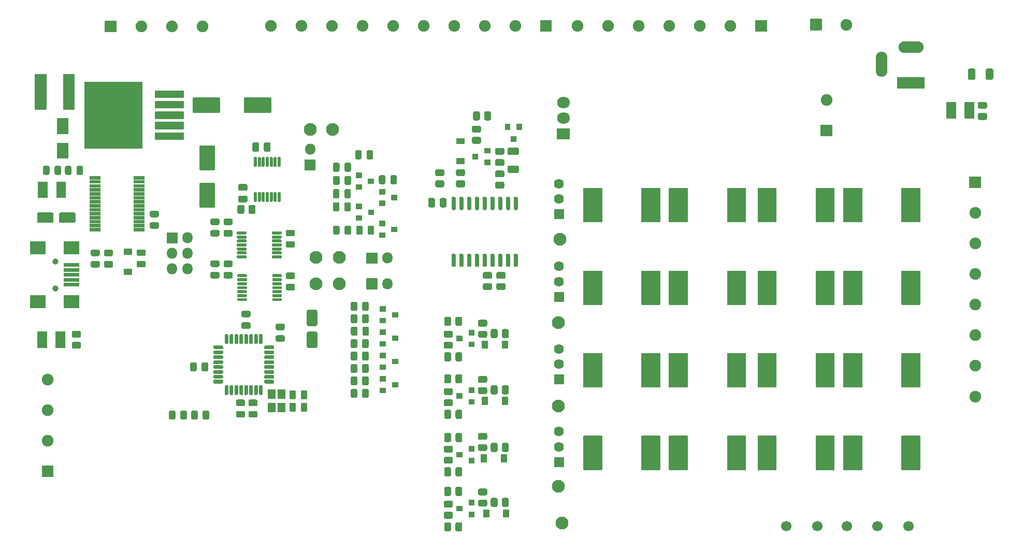
<source format=gbr>
%TF.GenerationSoftware,KiCad,Pcbnew,(5.1.12)-1*%
%TF.CreationDate,2022-10-15T21:36:51-07:00*%
%TF.ProjectId,DJetECUTester,444a6574-4543-4555-9465-737465722e6b,rev?*%
%TF.SameCoordinates,Original*%
%TF.FileFunction,Soldermask,Top*%
%TF.FilePolarity,Negative*%
%FSLAX46Y46*%
G04 Gerber Fmt 4.6, Leading zero omitted, Abs format (unit mm)*
G04 Created by KiCad (PCBNEW (5.1.12)-1) date 2022-10-15 21:36:51*
%MOMM*%
%LPD*%
G01*
G04 APERTURE LIST*
%ADD10C,1.900000*%
%ADD11C,1.700000*%
%ADD12O,2.130000X1.830000*%
%ADD13C,2.100000*%
%ADD14C,1.624000*%
%ADD15O,1.800000X1.800000*%
%ADD16O,4.100000X1.900000*%
%ADD17O,1.900000X4.100000*%
%ADD18C,1.000000*%
G04 APERTURE END LIST*
D10*
%TO.C,J8*%
X178900000Y-117500000D03*
X178900000Y-122500000D03*
X178900000Y-127500000D03*
G36*
G01*
X179800000Y-133450000D02*
X178000000Y-133450000D01*
G75*
G02*
X177950000Y-133400000I0J50000D01*
G01*
X177950000Y-131600000D01*
G75*
G02*
X178000000Y-131550000I50000J0D01*
G01*
X179800000Y-131550000D01*
G75*
G02*
X179850000Y-131600000I0J-50000D01*
G01*
X179850000Y-133400000D01*
G75*
G02*
X179800000Y-133450000I-50000J0D01*
G01*
G37*
%TD*%
D11*
%TO.C,TP9*%
X299676000Y-141500000D03*
%TD*%
%TO.C,TP8*%
X304756000Y-141500000D03*
%TD*%
%TO.C,TP7*%
X309582000Y-141508000D03*
%TD*%
%TO.C,TP6*%
X314535000Y-141508000D03*
%TD*%
%TO.C,TP5*%
X319615000Y-141508000D03*
%TD*%
D10*
%TO.C,J7*%
X306200000Y-71800000D03*
G36*
G01*
X307100000Y-77750000D02*
X305300000Y-77750000D01*
G75*
G02*
X305250000Y-77700000I0J50000D01*
G01*
X305250000Y-75900000D01*
G75*
G02*
X305300000Y-75850000I50000J0D01*
G01*
X307100000Y-75850000D01*
G75*
G02*
X307150000Y-75900000I0J-50000D01*
G01*
X307150000Y-77700000D01*
G75*
G02*
X307100000Y-77750000I-50000J0D01*
G01*
G37*
%TD*%
D12*
%TO.C,M1*%
X263200000Y-72260000D03*
X263200000Y-74800000D03*
G36*
G01*
X264265000Y-76475000D02*
X264265000Y-78205000D01*
G75*
G02*
X264215000Y-78255000I-50000J0D01*
G01*
X262185000Y-78255000D01*
G75*
G02*
X262135000Y-78205000I0J50000D01*
G01*
X262135000Y-76475000D01*
G75*
G02*
X262185000Y-76425000I50000J0D01*
G01*
X264215000Y-76425000D01*
G75*
G02*
X264265000Y-76475000I0J-50000D01*
G01*
G37*
%TD*%
%TO.C,R60*%
G36*
G01*
X254347221Y-82512500D02*
X255652779Y-82512500D01*
G75*
G02*
X255925000Y-82784721I0J-272221D01*
G01*
X255925000Y-83465279D01*
G75*
G02*
X255652779Y-83737500I-272221J0D01*
G01*
X254347221Y-83737500D01*
G75*
G02*
X254075000Y-83465279I0J272221D01*
G01*
X254075000Y-82784721D01*
G75*
G02*
X254347221Y-82512500I272221J0D01*
G01*
G37*
G36*
G01*
X254347221Y-79587500D02*
X255652779Y-79587500D01*
G75*
G02*
X255925000Y-79859721I0J-272221D01*
G01*
X255925000Y-80540279D01*
G75*
G02*
X255652779Y-80812500I-272221J0D01*
G01*
X254347221Y-80812500D01*
G75*
G02*
X254075000Y-80540279I0J272221D01*
G01*
X254075000Y-79859721D01*
G75*
G02*
X254347221Y-79587500I272221J0D01*
G01*
G37*
%TD*%
%TO.C,R59*%
G36*
G01*
X248524389Y-77837500D02*
X249475611Y-77837500D01*
G75*
G02*
X249750000Y-78111889I0J-274389D01*
G01*
X249750000Y-78688111D01*
G75*
G02*
X249475611Y-78962500I-274389J0D01*
G01*
X248524389Y-78962500D01*
G75*
G02*
X248250000Y-78688111I0J274389D01*
G01*
X248250000Y-78111889D01*
G75*
G02*
X248524389Y-77837500I274389J0D01*
G01*
G37*
G36*
G01*
X248524389Y-76012500D02*
X249475611Y-76012500D01*
G75*
G02*
X249750000Y-76286889I0J-274389D01*
G01*
X249750000Y-76863111D01*
G75*
G02*
X249475611Y-77137500I-274389J0D01*
G01*
X248524389Y-77137500D01*
G75*
G02*
X248250000Y-76863111I0J274389D01*
G01*
X248250000Y-76286889D01*
G75*
G02*
X248524389Y-76012500I274389J0D01*
G01*
G37*
%TD*%
%TO.C,R58*%
G36*
G01*
X249562500Y-73924389D02*
X249562500Y-74875611D01*
G75*
G02*
X249288111Y-75150000I-274389J0D01*
G01*
X248711889Y-75150000D01*
G75*
G02*
X248437500Y-74875611I0J274389D01*
G01*
X248437500Y-73924389D01*
G75*
G02*
X248711889Y-73650000I274389J0D01*
G01*
X249288111Y-73650000D01*
G75*
G02*
X249562500Y-73924389I0J-274389D01*
G01*
G37*
G36*
G01*
X251387500Y-73924389D02*
X251387500Y-74875611D01*
G75*
G02*
X251113111Y-75150000I-274389J0D01*
G01*
X250536889Y-75150000D01*
G75*
G02*
X250262500Y-74875611I0J274389D01*
G01*
X250262500Y-73924389D01*
G75*
G02*
X250536889Y-73650000I274389J0D01*
G01*
X251113111Y-73650000D01*
G75*
G02*
X251387500Y-73924389I0J-274389D01*
G01*
G37*
%TD*%
%TO.C,R52*%
G36*
G01*
X253275611Y-80762500D02*
X252324389Y-80762500D01*
G75*
G02*
X252050000Y-80488111I0J274389D01*
G01*
X252050000Y-79911889D01*
G75*
G02*
X252324389Y-79637500I274389J0D01*
G01*
X253275611Y-79637500D01*
G75*
G02*
X253550000Y-79911889I0J-274389D01*
G01*
X253550000Y-80488111D01*
G75*
G02*
X253275611Y-80762500I-274389J0D01*
G01*
G37*
G36*
G01*
X253275611Y-82587500D02*
X252324389Y-82587500D01*
G75*
G02*
X252050000Y-82313111I0J274389D01*
G01*
X252050000Y-81736889D01*
G75*
G02*
X252324389Y-81462500I274389J0D01*
G01*
X253275611Y-81462500D01*
G75*
G02*
X253550000Y-81736889I0J-274389D01*
G01*
X253550000Y-82313111D01*
G75*
G02*
X253275611Y-82587500I-274389J0D01*
G01*
G37*
%TD*%
%TO.C,R48*%
G36*
G01*
X252324389Y-85150000D02*
X253275611Y-85150000D01*
G75*
G02*
X253550000Y-85424389I0J-274389D01*
G01*
X253550000Y-86000611D01*
G75*
G02*
X253275611Y-86275000I-274389J0D01*
G01*
X252324389Y-86275000D01*
G75*
G02*
X252050000Y-86000611I0J274389D01*
G01*
X252050000Y-85424389D01*
G75*
G02*
X252324389Y-85150000I274389J0D01*
G01*
G37*
G36*
G01*
X252324389Y-83325000D02*
X253275611Y-83325000D01*
G75*
G02*
X253550000Y-83599389I0J-274389D01*
G01*
X253550000Y-84175611D01*
G75*
G02*
X253275611Y-84450000I-274389J0D01*
G01*
X252324389Y-84450000D01*
G75*
G02*
X252050000Y-84175611I0J274389D01*
G01*
X252050000Y-83599389D01*
G75*
G02*
X252324389Y-83325000I274389J0D01*
G01*
G37*
%TD*%
%TO.C,Q14*%
G36*
G01*
X254650000Y-77700000D02*
X255450000Y-77700000D01*
G75*
G02*
X255500000Y-77750000I0J-50000D01*
G01*
X255500000Y-78650000D01*
G75*
G02*
X255450000Y-78700000I-50000J0D01*
G01*
X254650000Y-78700000D01*
G75*
G02*
X254600000Y-78650000I0J50000D01*
G01*
X254600000Y-77750000D01*
G75*
G02*
X254650000Y-77700000I50000J0D01*
G01*
G37*
G36*
G01*
X253700000Y-75700000D02*
X254500000Y-75700000D01*
G75*
G02*
X254550000Y-75750000I0J-50000D01*
G01*
X254550000Y-76650000D01*
G75*
G02*
X254500000Y-76700000I-50000J0D01*
G01*
X253700000Y-76700000D01*
G75*
G02*
X253650000Y-76650000I0J50000D01*
G01*
X253650000Y-75750000D01*
G75*
G02*
X253700000Y-75700000I50000J0D01*
G01*
G37*
G36*
G01*
X255600000Y-75700000D02*
X256400000Y-75700000D01*
G75*
G02*
X256450000Y-75750000I0J-50000D01*
G01*
X256450000Y-76650000D01*
G75*
G02*
X256400000Y-76700000I-50000J0D01*
G01*
X255600000Y-76700000D01*
G75*
G02*
X255550000Y-76650000I0J50000D01*
G01*
X255550000Y-75750000D01*
G75*
G02*
X255600000Y-75700000I50000J0D01*
G01*
G37*
%TD*%
%TO.C,Q13*%
G36*
G01*
X249300000Y-80650000D02*
X249300000Y-81450000D01*
G75*
G02*
X249250000Y-81500000I-50000J0D01*
G01*
X248350000Y-81500000D01*
G75*
G02*
X248300000Y-81450000I0J50000D01*
G01*
X248300000Y-80650000D01*
G75*
G02*
X248350000Y-80600000I50000J0D01*
G01*
X249250000Y-80600000D01*
G75*
G02*
X249300000Y-80650000I0J-50000D01*
G01*
G37*
G36*
G01*
X251300000Y-79700000D02*
X251300000Y-80500000D01*
G75*
G02*
X251250000Y-80550000I-50000J0D01*
G01*
X250350000Y-80550000D01*
G75*
G02*
X250300000Y-80500000I0J50000D01*
G01*
X250300000Y-79700000D01*
G75*
G02*
X250350000Y-79650000I50000J0D01*
G01*
X251250000Y-79650000D01*
G75*
G02*
X251300000Y-79700000I0J-50000D01*
G01*
G37*
G36*
G01*
X251300000Y-81600000D02*
X251300000Y-82400000D01*
G75*
G02*
X251250000Y-82450000I-50000J0D01*
G01*
X250350000Y-82450000D01*
G75*
G02*
X250300000Y-82400000I0J50000D01*
G01*
X250300000Y-81600000D01*
G75*
G02*
X250350000Y-81550000I50000J0D01*
G01*
X251250000Y-81550000D01*
G75*
G02*
X251300000Y-81600000I0J-50000D01*
G01*
G37*
%TD*%
%TO.C,R57*%
G36*
G01*
X330550000Y-66947221D02*
X330550000Y-68252779D01*
G75*
G02*
X330277779Y-68525000I-272221J0D01*
G01*
X329597221Y-68525000D01*
G75*
G02*
X329325000Y-68252779I0J272221D01*
G01*
X329325000Y-66947221D01*
G75*
G02*
X329597221Y-66675000I272221J0D01*
G01*
X330277779Y-66675000D01*
G75*
G02*
X330550000Y-66947221I0J-272221D01*
G01*
G37*
G36*
G01*
X333475000Y-66947221D02*
X333475000Y-68252779D01*
G75*
G02*
X333202779Y-68525000I-272221J0D01*
G01*
X332522221Y-68525000D01*
G75*
G02*
X332250000Y-68252779I0J272221D01*
G01*
X332250000Y-66947221D01*
G75*
G02*
X332522221Y-66675000I272221J0D01*
G01*
X333202779Y-66675000D01*
G75*
G02*
X333475000Y-66947221I0J-272221D01*
G01*
G37*
%TD*%
%TO.C,R56*%
G36*
G01*
X253475611Y-101050000D02*
X252524389Y-101050000D01*
G75*
G02*
X252250000Y-100775611I0J274389D01*
G01*
X252250000Y-100199389D01*
G75*
G02*
X252524389Y-99925000I274389J0D01*
G01*
X253475611Y-99925000D01*
G75*
G02*
X253750000Y-100199389I0J-274389D01*
G01*
X253750000Y-100775611D01*
G75*
G02*
X253475611Y-101050000I-274389J0D01*
G01*
G37*
G36*
G01*
X253475611Y-102875000D02*
X252524389Y-102875000D01*
G75*
G02*
X252250000Y-102600611I0J274389D01*
G01*
X252250000Y-102024389D01*
G75*
G02*
X252524389Y-101750000I274389J0D01*
G01*
X253475611Y-101750000D01*
G75*
G02*
X253750000Y-102024389I0J-274389D01*
G01*
X253750000Y-102600611D01*
G75*
G02*
X253475611Y-102875000I-274389J0D01*
G01*
G37*
%TD*%
%TO.C,R55*%
G36*
G01*
X251275611Y-101050000D02*
X250324389Y-101050000D01*
G75*
G02*
X250050000Y-100775611I0J274389D01*
G01*
X250050000Y-100199389D01*
G75*
G02*
X250324389Y-99925000I274389J0D01*
G01*
X251275611Y-99925000D01*
G75*
G02*
X251550000Y-100199389I0J-274389D01*
G01*
X251550000Y-100775611D01*
G75*
G02*
X251275611Y-101050000I-274389J0D01*
G01*
G37*
G36*
G01*
X251275611Y-102875000D02*
X250324389Y-102875000D01*
G75*
G02*
X250050000Y-102600611I0J274389D01*
G01*
X250050000Y-102024389D01*
G75*
G02*
X250324389Y-101750000I274389J0D01*
G01*
X251275611Y-101750000D01*
G75*
G02*
X251550000Y-102024389I0J-274389D01*
G01*
X251550000Y-102600611D01*
G75*
G02*
X251275611Y-102875000I-274389J0D01*
G01*
G37*
%TD*%
D13*
%TO.C,TP16*%
X263000000Y-141000000D03*
%TD*%
%TO.C,TP15*%
X262400000Y-121800000D03*
%TD*%
%TO.C,TP14*%
X262400000Y-135000000D03*
%TD*%
%TO.C,TP13*%
X262400000Y-108200000D03*
%TD*%
%TO.C,TP12*%
X262600000Y-94600000D03*
%TD*%
D10*
%TO.C,J10*%
X265533000Y-59690000D03*
X270533000Y-59690000D03*
X275533000Y-59690000D03*
X280533000Y-59690000D03*
X285533000Y-59690000D03*
X290533000Y-59690000D03*
G36*
G01*
X296483000Y-58790000D02*
X296483000Y-60590000D01*
G75*
G02*
X296433000Y-60640000I-50000J0D01*
G01*
X294633000Y-60640000D01*
G75*
G02*
X294583000Y-60590000I0J50000D01*
G01*
X294583000Y-58790000D01*
G75*
G02*
X294633000Y-58740000I50000J0D01*
G01*
X296433000Y-58740000D01*
G75*
G02*
X296483000Y-58790000I0J-50000D01*
G01*
G37*
%TD*%
%TO.C,R54*%
G36*
G01*
X331224389Y-73937500D02*
X332175611Y-73937500D01*
G75*
G02*
X332450000Y-74211889I0J-274389D01*
G01*
X332450000Y-74788111D01*
G75*
G02*
X332175611Y-75062500I-274389J0D01*
G01*
X331224389Y-75062500D01*
G75*
G02*
X330950000Y-74788111I0J274389D01*
G01*
X330950000Y-74211889D01*
G75*
G02*
X331224389Y-73937500I274389J0D01*
G01*
G37*
G36*
G01*
X331224389Y-72112500D02*
X332175611Y-72112500D01*
G75*
G02*
X332450000Y-72386889I0J-274389D01*
G01*
X332450000Y-72963111D01*
G75*
G02*
X332175611Y-73237500I-274389J0D01*
G01*
X331224389Y-73237500D01*
G75*
G02*
X330950000Y-72963111I0J274389D01*
G01*
X330950000Y-72386889D01*
G75*
G02*
X331224389Y-72112500I274389J0D01*
G01*
G37*
%TD*%
%TO.C,D11*%
G36*
G01*
X327400000Y-72200000D02*
X327400000Y-74800000D01*
G75*
G02*
X327350000Y-74850000I-50000J0D01*
G01*
X325850000Y-74850000D01*
G75*
G02*
X325800000Y-74800000I0J50000D01*
G01*
X325800000Y-72200000D01*
G75*
G02*
X325850000Y-72150000I50000J0D01*
G01*
X327350000Y-72150000D01*
G75*
G02*
X327400000Y-72200000I0J-50000D01*
G01*
G37*
G36*
G01*
X330400000Y-72200000D02*
X330400000Y-74800000D01*
G75*
G02*
X330350000Y-74850000I-50000J0D01*
G01*
X328850000Y-74850000D01*
G75*
G02*
X328800000Y-74800000I0J50000D01*
G01*
X328800000Y-72200000D01*
G75*
G02*
X328850000Y-72150000I50000J0D01*
G01*
X330350000Y-72150000D01*
G75*
G02*
X330400000Y-72200000I0J-50000D01*
G01*
G37*
%TD*%
%TO.C,R51*%
G36*
G01*
X261738000Y-116688000D02*
X263262000Y-116688000D01*
G75*
G02*
X263312000Y-116738000I0J-50000D01*
G01*
X263312000Y-118262000D01*
G75*
G02*
X263262000Y-118312000I-50000J0D01*
G01*
X261738000Y-118312000D01*
G75*
G02*
X261688000Y-118262000I0J50000D01*
G01*
X261688000Y-116738000D01*
G75*
G02*
X261738000Y-116688000I50000J0D01*
G01*
G37*
D14*
X262500000Y-115000000D03*
X262500000Y-112500000D03*
%TD*%
%TO.C,R50*%
G36*
G01*
X261738000Y-130188000D02*
X263262000Y-130188000D01*
G75*
G02*
X263312000Y-130238000I0J-50000D01*
G01*
X263312000Y-131762000D01*
G75*
G02*
X263262000Y-131812000I-50000J0D01*
G01*
X261738000Y-131812000D01*
G75*
G02*
X261688000Y-131762000I0J50000D01*
G01*
X261688000Y-130238000D01*
G75*
G02*
X261738000Y-130188000I50000J0D01*
G01*
G37*
X262500000Y-128500000D03*
X262500000Y-126000000D03*
%TD*%
%TO.C,R47*%
G36*
G01*
X261738000Y-103188000D02*
X263262000Y-103188000D01*
G75*
G02*
X263312000Y-103238000I0J-50000D01*
G01*
X263312000Y-104762000D01*
G75*
G02*
X263262000Y-104812000I-50000J0D01*
G01*
X261738000Y-104812000D01*
G75*
G02*
X261688000Y-104762000I0J50000D01*
G01*
X261688000Y-103238000D01*
G75*
G02*
X261738000Y-103188000I50000J0D01*
G01*
G37*
X262500000Y-101500000D03*
X262500000Y-99000000D03*
%TD*%
%TO.C,R46*%
G36*
G01*
X261738000Y-89688000D02*
X263262000Y-89688000D01*
G75*
G02*
X263312000Y-89738000I0J-50000D01*
G01*
X263312000Y-91262000D01*
G75*
G02*
X263262000Y-91312000I-50000J0D01*
G01*
X261738000Y-91312000D01*
G75*
G02*
X261688000Y-91262000I0J50000D01*
G01*
X261688000Y-89738000D01*
G75*
G02*
X261738000Y-89688000I50000J0D01*
G01*
G37*
X262500000Y-88000000D03*
X262500000Y-85500000D03*
%TD*%
%TO.C,L17*%
G36*
G01*
X276000000Y-113200000D02*
X279000000Y-113200000D01*
G75*
G02*
X279050000Y-113250000I0J-50000D01*
G01*
X279050000Y-118750000D01*
G75*
G02*
X279000000Y-118800000I-50000J0D01*
G01*
X276000000Y-118800000D01*
G75*
G02*
X275950000Y-118750000I0J50000D01*
G01*
X275950000Y-113250000D01*
G75*
G02*
X276000000Y-113200000I50000J0D01*
G01*
G37*
G36*
G01*
X266500000Y-113200000D02*
X269500000Y-113200000D01*
G75*
G02*
X269550000Y-113250000I0J-50000D01*
G01*
X269550000Y-118750000D01*
G75*
G02*
X269500000Y-118800000I-50000J0D01*
G01*
X266500000Y-118800000D01*
G75*
G02*
X266450000Y-118750000I0J50000D01*
G01*
X266450000Y-113250000D01*
G75*
G02*
X266500000Y-113200000I50000J0D01*
G01*
G37*
%TD*%
%TO.C,L16*%
G36*
G01*
X290000000Y-113200000D02*
X293000000Y-113200000D01*
G75*
G02*
X293050000Y-113250000I0J-50000D01*
G01*
X293050000Y-118750000D01*
G75*
G02*
X293000000Y-118800000I-50000J0D01*
G01*
X290000000Y-118800000D01*
G75*
G02*
X289950000Y-118750000I0J50000D01*
G01*
X289950000Y-113250000D01*
G75*
G02*
X290000000Y-113200000I50000J0D01*
G01*
G37*
G36*
G01*
X280500000Y-113200000D02*
X283500000Y-113200000D01*
G75*
G02*
X283550000Y-113250000I0J-50000D01*
G01*
X283550000Y-118750000D01*
G75*
G02*
X283500000Y-118800000I-50000J0D01*
G01*
X280500000Y-118800000D01*
G75*
G02*
X280450000Y-118750000I0J50000D01*
G01*
X280450000Y-113250000D01*
G75*
G02*
X280500000Y-113200000I50000J0D01*
G01*
G37*
%TD*%
%TO.C,L15*%
G36*
G01*
X304500000Y-113200000D02*
X307500000Y-113200000D01*
G75*
G02*
X307550000Y-113250000I0J-50000D01*
G01*
X307550000Y-118750000D01*
G75*
G02*
X307500000Y-118800000I-50000J0D01*
G01*
X304500000Y-118800000D01*
G75*
G02*
X304450000Y-118750000I0J50000D01*
G01*
X304450000Y-113250000D01*
G75*
G02*
X304500000Y-113200000I50000J0D01*
G01*
G37*
G36*
G01*
X295000000Y-113200000D02*
X298000000Y-113200000D01*
G75*
G02*
X298050000Y-113250000I0J-50000D01*
G01*
X298050000Y-118750000D01*
G75*
G02*
X298000000Y-118800000I-50000J0D01*
G01*
X295000000Y-118800000D01*
G75*
G02*
X294950000Y-118750000I0J50000D01*
G01*
X294950000Y-113250000D01*
G75*
G02*
X295000000Y-113200000I50000J0D01*
G01*
G37*
%TD*%
%TO.C,L14*%
G36*
G01*
X318500000Y-113200000D02*
X321500000Y-113200000D01*
G75*
G02*
X321550000Y-113250000I0J-50000D01*
G01*
X321550000Y-118750000D01*
G75*
G02*
X321500000Y-118800000I-50000J0D01*
G01*
X318500000Y-118800000D01*
G75*
G02*
X318450000Y-118750000I0J50000D01*
G01*
X318450000Y-113250000D01*
G75*
G02*
X318500000Y-113200000I50000J0D01*
G01*
G37*
G36*
G01*
X309000000Y-113200000D02*
X312000000Y-113200000D01*
G75*
G02*
X312050000Y-113250000I0J-50000D01*
G01*
X312050000Y-118750000D01*
G75*
G02*
X312000000Y-118800000I-50000J0D01*
G01*
X309000000Y-118800000D01*
G75*
G02*
X308950000Y-118750000I0J50000D01*
G01*
X308950000Y-113250000D01*
G75*
G02*
X309000000Y-113200000I50000J0D01*
G01*
G37*
%TD*%
%TO.C,L13*%
G36*
G01*
X276000000Y-126700000D02*
X279000000Y-126700000D01*
G75*
G02*
X279050000Y-126750000I0J-50000D01*
G01*
X279050000Y-132250000D01*
G75*
G02*
X279000000Y-132300000I-50000J0D01*
G01*
X276000000Y-132300000D01*
G75*
G02*
X275950000Y-132250000I0J50000D01*
G01*
X275950000Y-126750000D01*
G75*
G02*
X276000000Y-126700000I50000J0D01*
G01*
G37*
G36*
G01*
X266500000Y-126700000D02*
X269500000Y-126700000D01*
G75*
G02*
X269550000Y-126750000I0J-50000D01*
G01*
X269550000Y-132250000D01*
G75*
G02*
X269500000Y-132300000I-50000J0D01*
G01*
X266500000Y-132300000D01*
G75*
G02*
X266450000Y-132250000I0J50000D01*
G01*
X266450000Y-126750000D01*
G75*
G02*
X266500000Y-126700000I50000J0D01*
G01*
G37*
%TD*%
%TO.C,L12*%
G36*
G01*
X290000000Y-126700000D02*
X293000000Y-126700000D01*
G75*
G02*
X293050000Y-126750000I0J-50000D01*
G01*
X293050000Y-132250000D01*
G75*
G02*
X293000000Y-132300000I-50000J0D01*
G01*
X290000000Y-132300000D01*
G75*
G02*
X289950000Y-132250000I0J50000D01*
G01*
X289950000Y-126750000D01*
G75*
G02*
X290000000Y-126700000I50000J0D01*
G01*
G37*
G36*
G01*
X280500000Y-126700000D02*
X283500000Y-126700000D01*
G75*
G02*
X283550000Y-126750000I0J-50000D01*
G01*
X283550000Y-132250000D01*
G75*
G02*
X283500000Y-132300000I-50000J0D01*
G01*
X280500000Y-132300000D01*
G75*
G02*
X280450000Y-132250000I0J50000D01*
G01*
X280450000Y-126750000D01*
G75*
G02*
X280500000Y-126700000I50000J0D01*
G01*
G37*
%TD*%
%TO.C,L11*%
G36*
G01*
X304500000Y-126700000D02*
X307500000Y-126700000D01*
G75*
G02*
X307550000Y-126750000I0J-50000D01*
G01*
X307550000Y-132250000D01*
G75*
G02*
X307500000Y-132300000I-50000J0D01*
G01*
X304500000Y-132300000D01*
G75*
G02*
X304450000Y-132250000I0J50000D01*
G01*
X304450000Y-126750000D01*
G75*
G02*
X304500000Y-126700000I50000J0D01*
G01*
G37*
G36*
G01*
X295000000Y-126700000D02*
X298000000Y-126700000D01*
G75*
G02*
X298050000Y-126750000I0J-50000D01*
G01*
X298050000Y-132250000D01*
G75*
G02*
X298000000Y-132300000I-50000J0D01*
G01*
X295000000Y-132300000D01*
G75*
G02*
X294950000Y-132250000I0J50000D01*
G01*
X294950000Y-126750000D01*
G75*
G02*
X295000000Y-126700000I50000J0D01*
G01*
G37*
%TD*%
%TO.C,L10*%
G36*
G01*
X318500000Y-126700000D02*
X321500000Y-126700000D01*
G75*
G02*
X321550000Y-126750000I0J-50000D01*
G01*
X321550000Y-132250000D01*
G75*
G02*
X321500000Y-132300000I-50000J0D01*
G01*
X318500000Y-132300000D01*
G75*
G02*
X318450000Y-132250000I0J50000D01*
G01*
X318450000Y-126750000D01*
G75*
G02*
X318500000Y-126700000I50000J0D01*
G01*
G37*
G36*
G01*
X309000000Y-126700000D02*
X312000000Y-126700000D01*
G75*
G02*
X312050000Y-126750000I0J-50000D01*
G01*
X312050000Y-132250000D01*
G75*
G02*
X312000000Y-132300000I-50000J0D01*
G01*
X309000000Y-132300000D01*
G75*
G02*
X308950000Y-132250000I0J50000D01*
G01*
X308950000Y-126750000D01*
G75*
G02*
X309000000Y-126700000I50000J0D01*
G01*
G37*
%TD*%
%TO.C,L9*%
G36*
G01*
X276000000Y-99700000D02*
X279000000Y-99700000D01*
G75*
G02*
X279050000Y-99750000I0J-50000D01*
G01*
X279050000Y-105250000D01*
G75*
G02*
X279000000Y-105300000I-50000J0D01*
G01*
X276000000Y-105300000D01*
G75*
G02*
X275950000Y-105250000I0J50000D01*
G01*
X275950000Y-99750000D01*
G75*
G02*
X276000000Y-99700000I50000J0D01*
G01*
G37*
G36*
G01*
X266500000Y-99700000D02*
X269500000Y-99700000D01*
G75*
G02*
X269550000Y-99750000I0J-50000D01*
G01*
X269550000Y-105250000D01*
G75*
G02*
X269500000Y-105300000I-50000J0D01*
G01*
X266500000Y-105300000D01*
G75*
G02*
X266450000Y-105250000I0J50000D01*
G01*
X266450000Y-99750000D01*
G75*
G02*
X266500000Y-99700000I50000J0D01*
G01*
G37*
%TD*%
%TO.C,L8*%
G36*
G01*
X290000000Y-99700000D02*
X293000000Y-99700000D01*
G75*
G02*
X293050000Y-99750000I0J-50000D01*
G01*
X293050000Y-105250000D01*
G75*
G02*
X293000000Y-105300000I-50000J0D01*
G01*
X290000000Y-105300000D01*
G75*
G02*
X289950000Y-105250000I0J50000D01*
G01*
X289950000Y-99750000D01*
G75*
G02*
X290000000Y-99700000I50000J0D01*
G01*
G37*
G36*
G01*
X280500000Y-99700000D02*
X283500000Y-99700000D01*
G75*
G02*
X283550000Y-99750000I0J-50000D01*
G01*
X283550000Y-105250000D01*
G75*
G02*
X283500000Y-105300000I-50000J0D01*
G01*
X280500000Y-105300000D01*
G75*
G02*
X280450000Y-105250000I0J50000D01*
G01*
X280450000Y-99750000D01*
G75*
G02*
X280500000Y-99700000I50000J0D01*
G01*
G37*
%TD*%
%TO.C,L7*%
G36*
G01*
X304500000Y-99700000D02*
X307500000Y-99700000D01*
G75*
G02*
X307550000Y-99750000I0J-50000D01*
G01*
X307550000Y-105250000D01*
G75*
G02*
X307500000Y-105300000I-50000J0D01*
G01*
X304500000Y-105300000D01*
G75*
G02*
X304450000Y-105250000I0J50000D01*
G01*
X304450000Y-99750000D01*
G75*
G02*
X304500000Y-99700000I50000J0D01*
G01*
G37*
G36*
G01*
X295000000Y-99700000D02*
X298000000Y-99700000D01*
G75*
G02*
X298050000Y-99750000I0J-50000D01*
G01*
X298050000Y-105250000D01*
G75*
G02*
X298000000Y-105300000I-50000J0D01*
G01*
X295000000Y-105300000D01*
G75*
G02*
X294950000Y-105250000I0J50000D01*
G01*
X294950000Y-99750000D01*
G75*
G02*
X295000000Y-99700000I50000J0D01*
G01*
G37*
%TD*%
%TO.C,L6*%
G36*
G01*
X318500000Y-99700000D02*
X321500000Y-99700000D01*
G75*
G02*
X321550000Y-99750000I0J-50000D01*
G01*
X321550000Y-105250000D01*
G75*
G02*
X321500000Y-105300000I-50000J0D01*
G01*
X318500000Y-105300000D01*
G75*
G02*
X318450000Y-105250000I0J50000D01*
G01*
X318450000Y-99750000D01*
G75*
G02*
X318500000Y-99700000I50000J0D01*
G01*
G37*
G36*
G01*
X309000000Y-99700000D02*
X312000000Y-99700000D01*
G75*
G02*
X312050000Y-99750000I0J-50000D01*
G01*
X312050000Y-105250000D01*
G75*
G02*
X312000000Y-105300000I-50000J0D01*
G01*
X309000000Y-105300000D01*
G75*
G02*
X308950000Y-105250000I0J50000D01*
G01*
X308950000Y-99750000D01*
G75*
G02*
X309000000Y-99700000I50000J0D01*
G01*
G37*
%TD*%
%TO.C,L5*%
G36*
G01*
X276000000Y-86200000D02*
X279000000Y-86200000D01*
G75*
G02*
X279050000Y-86250000I0J-50000D01*
G01*
X279050000Y-91750000D01*
G75*
G02*
X279000000Y-91800000I-50000J0D01*
G01*
X276000000Y-91800000D01*
G75*
G02*
X275950000Y-91750000I0J50000D01*
G01*
X275950000Y-86250000D01*
G75*
G02*
X276000000Y-86200000I50000J0D01*
G01*
G37*
G36*
G01*
X266500000Y-86200000D02*
X269500000Y-86200000D01*
G75*
G02*
X269550000Y-86250000I0J-50000D01*
G01*
X269550000Y-91750000D01*
G75*
G02*
X269500000Y-91800000I-50000J0D01*
G01*
X266500000Y-91800000D01*
G75*
G02*
X266450000Y-91750000I0J50000D01*
G01*
X266450000Y-86250000D01*
G75*
G02*
X266500000Y-86200000I50000J0D01*
G01*
G37*
%TD*%
%TO.C,L4*%
G36*
G01*
X290000000Y-86200000D02*
X293000000Y-86200000D01*
G75*
G02*
X293050000Y-86250000I0J-50000D01*
G01*
X293050000Y-91750000D01*
G75*
G02*
X293000000Y-91800000I-50000J0D01*
G01*
X290000000Y-91800000D01*
G75*
G02*
X289950000Y-91750000I0J50000D01*
G01*
X289950000Y-86250000D01*
G75*
G02*
X290000000Y-86200000I50000J0D01*
G01*
G37*
G36*
G01*
X280500000Y-86200000D02*
X283500000Y-86200000D01*
G75*
G02*
X283550000Y-86250000I0J-50000D01*
G01*
X283550000Y-91750000D01*
G75*
G02*
X283500000Y-91800000I-50000J0D01*
G01*
X280500000Y-91800000D01*
G75*
G02*
X280450000Y-91750000I0J50000D01*
G01*
X280450000Y-86250000D01*
G75*
G02*
X280500000Y-86200000I50000J0D01*
G01*
G37*
%TD*%
%TO.C,L3*%
G36*
G01*
X304500000Y-86200000D02*
X307500000Y-86200000D01*
G75*
G02*
X307550000Y-86250000I0J-50000D01*
G01*
X307550000Y-91750000D01*
G75*
G02*
X307500000Y-91800000I-50000J0D01*
G01*
X304500000Y-91800000D01*
G75*
G02*
X304450000Y-91750000I0J50000D01*
G01*
X304450000Y-86250000D01*
G75*
G02*
X304500000Y-86200000I50000J0D01*
G01*
G37*
G36*
G01*
X295000000Y-86200000D02*
X298000000Y-86200000D01*
G75*
G02*
X298050000Y-86250000I0J-50000D01*
G01*
X298050000Y-91750000D01*
G75*
G02*
X298000000Y-91800000I-50000J0D01*
G01*
X295000000Y-91800000D01*
G75*
G02*
X294950000Y-91750000I0J50000D01*
G01*
X294950000Y-86250000D01*
G75*
G02*
X295000000Y-86200000I50000J0D01*
G01*
G37*
%TD*%
%TO.C,L2*%
G36*
G01*
X318500000Y-86200000D02*
X321500000Y-86200000D01*
G75*
G02*
X321550000Y-86250000I0J-50000D01*
G01*
X321550000Y-91750000D01*
G75*
G02*
X321500000Y-91800000I-50000J0D01*
G01*
X318500000Y-91800000D01*
G75*
G02*
X318450000Y-91750000I0J50000D01*
G01*
X318450000Y-86250000D01*
G75*
G02*
X318500000Y-86200000I50000J0D01*
G01*
G37*
G36*
G01*
X309000000Y-86200000D02*
X312000000Y-86200000D01*
G75*
G02*
X312050000Y-86250000I0J-50000D01*
G01*
X312050000Y-91750000D01*
G75*
G02*
X312000000Y-91800000I-50000J0D01*
G01*
X309000000Y-91800000D01*
G75*
G02*
X308950000Y-91750000I0J50000D01*
G01*
X308950000Y-86250000D01*
G75*
G02*
X309000000Y-86200000I50000J0D01*
G01*
G37*
%TD*%
D10*
%TO.C,J9*%
X215354000Y-59690000D03*
X220354000Y-59690000D03*
X225354000Y-59690000D03*
X230354000Y-59690000D03*
X235354000Y-59690000D03*
X240354000Y-59690000D03*
X245354000Y-59690000D03*
X250354000Y-59690000D03*
X255354000Y-59690000D03*
G36*
G01*
X261304000Y-58790000D02*
X261304000Y-60590000D01*
G75*
G02*
X261254000Y-60640000I-50000J0D01*
G01*
X259454000Y-60640000D01*
G75*
G02*
X259404000Y-60590000I0J50000D01*
G01*
X259404000Y-58790000D01*
G75*
G02*
X259454000Y-58740000I50000J0D01*
G01*
X261254000Y-58740000D01*
G75*
G02*
X261304000Y-58790000I0J-50000D01*
G01*
G37*
%TD*%
%TO.C,J6*%
X204200000Y-59800000D03*
X199200000Y-59800000D03*
X194200000Y-59800000D03*
G36*
G01*
X188250000Y-60700000D02*
X188250000Y-58900000D01*
G75*
G02*
X188300000Y-58850000I50000J0D01*
G01*
X190100000Y-58850000D01*
G75*
G02*
X190150000Y-58900000I0J-50000D01*
G01*
X190150000Y-60700000D01*
G75*
G02*
X190100000Y-60750000I-50000J0D01*
G01*
X188300000Y-60750000D01*
G75*
G02*
X188250000Y-60700000I0J50000D01*
G01*
G37*
%TD*%
%TO.C,U7*%
G36*
G01*
X212975000Y-82725000D02*
X212725000Y-82725000D01*
G75*
G02*
X212600000Y-82600000I0J125000D01*
G01*
X212600000Y-81275000D01*
G75*
G02*
X212725000Y-81150000I125000J0D01*
G01*
X212975000Y-81150000D01*
G75*
G02*
X213100000Y-81275000I0J-125000D01*
G01*
X213100000Y-82600000D01*
G75*
G02*
X212975000Y-82725000I-125000J0D01*
G01*
G37*
G36*
G01*
X213625000Y-82725000D02*
X213375000Y-82725000D01*
G75*
G02*
X213250000Y-82600000I0J125000D01*
G01*
X213250000Y-81275000D01*
G75*
G02*
X213375000Y-81150000I125000J0D01*
G01*
X213625000Y-81150000D01*
G75*
G02*
X213750000Y-81275000I0J-125000D01*
G01*
X213750000Y-82600000D01*
G75*
G02*
X213625000Y-82725000I-125000J0D01*
G01*
G37*
G36*
G01*
X214275000Y-82725000D02*
X214025000Y-82725000D01*
G75*
G02*
X213900000Y-82600000I0J125000D01*
G01*
X213900000Y-81275000D01*
G75*
G02*
X214025000Y-81150000I125000J0D01*
G01*
X214275000Y-81150000D01*
G75*
G02*
X214400000Y-81275000I0J-125000D01*
G01*
X214400000Y-82600000D01*
G75*
G02*
X214275000Y-82725000I-125000J0D01*
G01*
G37*
G36*
G01*
X214925000Y-82725000D02*
X214675000Y-82725000D01*
G75*
G02*
X214550000Y-82600000I0J125000D01*
G01*
X214550000Y-81275000D01*
G75*
G02*
X214675000Y-81150000I125000J0D01*
G01*
X214925000Y-81150000D01*
G75*
G02*
X215050000Y-81275000I0J-125000D01*
G01*
X215050000Y-82600000D01*
G75*
G02*
X214925000Y-82725000I-125000J0D01*
G01*
G37*
G36*
G01*
X215575000Y-82725000D02*
X215325000Y-82725000D01*
G75*
G02*
X215200000Y-82600000I0J125000D01*
G01*
X215200000Y-81275000D01*
G75*
G02*
X215325000Y-81150000I125000J0D01*
G01*
X215575000Y-81150000D01*
G75*
G02*
X215700000Y-81275000I0J-125000D01*
G01*
X215700000Y-82600000D01*
G75*
G02*
X215575000Y-82725000I-125000J0D01*
G01*
G37*
G36*
G01*
X216225000Y-82725000D02*
X215975000Y-82725000D01*
G75*
G02*
X215850000Y-82600000I0J125000D01*
G01*
X215850000Y-81275000D01*
G75*
G02*
X215975000Y-81150000I125000J0D01*
G01*
X216225000Y-81150000D01*
G75*
G02*
X216350000Y-81275000I0J-125000D01*
G01*
X216350000Y-82600000D01*
G75*
G02*
X216225000Y-82725000I-125000J0D01*
G01*
G37*
G36*
G01*
X216875000Y-82725000D02*
X216625000Y-82725000D01*
G75*
G02*
X216500000Y-82600000I0J125000D01*
G01*
X216500000Y-81275000D01*
G75*
G02*
X216625000Y-81150000I125000J0D01*
G01*
X216875000Y-81150000D01*
G75*
G02*
X217000000Y-81275000I0J-125000D01*
G01*
X217000000Y-82600000D01*
G75*
G02*
X216875000Y-82725000I-125000J0D01*
G01*
G37*
G36*
G01*
X216875000Y-88450000D02*
X216625000Y-88450000D01*
G75*
G02*
X216500000Y-88325000I0J125000D01*
G01*
X216500000Y-87000000D01*
G75*
G02*
X216625000Y-86875000I125000J0D01*
G01*
X216875000Y-86875000D01*
G75*
G02*
X217000000Y-87000000I0J-125000D01*
G01*
X217000000Y-88325000D01*
G75*
G02*
X216875000Y-88450000I-125000J0D01*
G01*
G37*
G36*
G01*
X216225000Y-88450000D02*
X215975000Y-88450000D01*
G75*
G02*
X215850000Y-88325000I0J125000D01*
G01*
X215850000Y-87000000D01*
G75*
G02*
X215975000Y-86875000I125000J0D01*
G01*
X216225000Y-86875000D01*
G75*
G02*
X216350000Y-87000000I0J-125000D01*
G01*
X216350000Y-88325000D01*
G75*
G02*
X216225000Y-88450000I-125000J0D01*
G01*
G37*
G36*
G01*
X215575000Y-88450000D02*
X215325000Y-88450000D01*
G75*
G02*
X215200000Y-88325000I0J125000D01*
G01*
X215200000Y-87000000D01*
G75*
G02*
X215325000Y-86875000I125000J0D01*
G01*
X215575000Y-86875000D01*
G75*
G02*
X215700000Y-87000000I0J-125000D01*
G01*
X215700000Y-88325000D01*
G75*
G02*
X215575000Y-88450000I-125000J0D01*
G01*
G37*
G36*
G01*
X214925000Y-88450000D02*
X214675000Y-88450000D01*
G75*
G02*
X214550000Y-88325000I0J125000D01*
G01*
X214550000Y-87000000D01*
G75*
G02*
X214675000Y-86875000I125000J0D01*
G01*
X214925000Y-86875000D01*
G75*
G02*
X215050000Y-87000000I0J-125000D01*
G01*
X215050000Y-88325000D01*
G75*
G02*
X214925000Y-88450000I-125000J0D01*
G01*
G37*
G36*
G01*
X214275000Y-88450000D02*
X214025000Y-88450000D01*
G75*
G02*
X213900000Y-88325000I0J125000D01*
G01*
X213900000Y-87000000D01*
G75*
G02*
X214025000Y-86875000I125000J0D01*
G01*
X214275000Y-86875000D01*
G75*
G02*
X214400000Y-87000000I0J-125000D01*
G01*
X214400000Y-88325000D01*
G75*
G02*
X214275000Y-88450000I-125000J0D01*
G01*
G37*
G36*
G01*
X213625000Y-88450000D02*
X213375000Y-88450000D01*
G75*
G02*
X213250000Y-88325000I0J125000D01*
G01*
X213250000Y-87000000D01*
G75*
G02*
X213375000Y-86875000I125000J0D01*
G01*
X213625000Y-86875000D01*
G75*
G02*
X213750000Y-87000000I0J-125000D01*
G01*
X213750000Y-88325000D01*
G75*
G02*
X213625000Y-88450000I-125000J0D01*
G01*
G37*
G36*
G01*
X212975000Y-88450000D02*
X212725000Y-88450000D01*
G75*
G02*
X212600000Y-88325000I0J125000D01*
G01*
X212600000Y-87000000D01*
G75*
G02*
X212725000Y-86875000I125000J0D01*
G01*
X212975000Y-86875000D01*
G75*
G02*
X213100000Y-87000000I0J-125000D01*
G01*
X213100000Y-88325000D01*
G75*
G02*
X212975000Y-88450000I-125000J0D01*
G01*
G37*
%TD*%
%TO.C,U6*%
G36*
G01*
X245445000Y-89795000D02*
X245095000Y-89795000D01*
G75*
G02*
X244920000Y-89620000I0J175000D01*
G01*
X244920000Y-87820000D01*
G75*
G02*
X245095000Y-87645000I175000J0D01*
G01*
X245445000Y-87645000D01*
G75*
G02*
X245620000Y-87820000I0J-175000D01*
G01*
X245620000Y-89620000D01*
G75*
G02*
X245445000Y-89795000I-175000J0D01*
G01*
G37*
G36*
G01*
X246715000Y-89795000D02*
X246365000Y-89795000D01*
G75*
G02*
X246190000Y-89620000I0J175000D01*
G01*
X246190000Y-87820000D01*
G75*
G02*
X246365000Y-87645000I175000J0D01*
G01*
X246715000Y-87645000D01*
G75*
G02*
X246890000Y-87820000I0J-175000D01*
G01*
X246890000Y-89620000D01*
G75*
G02*
X246715000Y-89795000I-175000J0D01*
G01*
G37*
G36*
G01*
X247985000Y-89795000D02*
X247635000Y-89795000D01*
G75*
G02*
X247460000Y-89620000I0J175000D01*
G01*
X247460000Y-87820000D01*
G75*
G02*
X247635000Y-87645000I175000J0D01*
G01*
X247985000Y-87645000D01*
G75*
G02*
X248160000Y-87820000I0J-175000D01*
G01*
X248160000Y-89620000D01*
G75*
G02*
X247985000Y-89795000I-175000J0D01*
G01*
G37*
G36*
G01*
X249255000Y-89795000D02*
X248905000Y-89795000D01*
G75*
G02*
X248730000Y-89620000I0J175000D01*
G01*
X248730000Y-87820000D01*
G75*
G02*
X248905000Y-87645000I175000J0D01*
G01*
X249255000Y-87645000D01*
G75*
G02*
X249430000Y-87820000I0J-175000D01*
G01*
X249430000Y-89620000D01*
G75*
G02*
X249255000Y-89795000I-175000J0D01*
G01*
G37*
G36*
G01*
X250525000Y-89795000D02*
X250175000Y-89795000D01*
G75*
G02*
X250000000Y-89620000I0J175000D01*
G01*
X250000000Y-87820000D01*
G75*
G02*
X250175000Y-87645000I175000J0D01*
G01*
X250525000Y-87645000D01*
G75*
G02*
X250700000Y-87820000I0J-175000D01*
G01*
X250700000Y-89620000D01*
G75*
G02*
X250525000Y-89795000I-175000J0D01*
G01*
G37*
G36*
G01*
X251795000Y-89795000D02*
X251445000Y-89795000D01*
G75*
G02*
X251270000Y-89620000I0J175000D01*
G01*
X251270000Y-87820000D01*
G75*
G02*
X251445000Y-87645000I175000J0D01*
G01*
X251795000Y-87645000D01*
G75*
G02*
X251970000Y-87820000I0J-175000D01*
G01*
X251970000Y-89620000D01*
G75*
G02*
X251795000Y-89795000I-175000J0D01*
G01*
G37*
G36*
G01*
X253065000Y-89795000D02*
X252715000Y-89795000D01*
G75*
G02*
X252540000Y-89620000I0J175000D01*
G01*
X252540000Y-87820000D01*
G75*
G02*
X252715000Y-87645000I175000J0D01*
G01*
X253065000Y-87645000D01*
G75*
G02*
X253240000Y-87820000I0J-175000D01*
G01*
X253240000Y-89620000D01*
G75*
G02*
X253065000Y-89795000I-175000J0D01*
G01*
G37*
G36*
G01*
X254335000Y-89795000D02*
X253985000Y-89795000D01*
G75*
G02*
X253810000Y-89620000I0J175000D01*
G01*
X253810000Y-87820000D01*
G75*
G02*
X253985000Y-87645000I175000J0D01*
G01*
X254335000Y-87645000D01*
G75*
G02*
X254510000Y-87820000I0J-175000D01*
G01*
X254510000Y-89620000D01*
G75*
G02*
X254335000Y-89795000I-175000J0D01*
G01*
G37*
G36*
G01*
X255605000Y-89795000D02*
X255255000Y-89795000D01*
G75*
G02*
X255080000Y-89620000I0J175000D01*
G01*
X255080000Y-87820000D01*
G75*
G02*
X255255000Y-87645000I175000J0D01*
G01*
X255605000Y-87645000D01*
G75*
G02*
X255780000Y-87820000I0J-175000D01*
G01*
X255780000Y-89620000D01*
G75*
G02*
X255605000Y-89795000I-175000J0D01*
G01*
G37*
G36*
G01*
X255605000Y-99095000D02*
X255255000Y-99095000D01*
G75*
G02*
X255080000Y-98920000I0J175000D01*
G01*
X255080000Y-97120000D01*
G75*
G02*
X255255000Y-96945000I175000J0D01*
G01*
X255605000Y-96945000D01*
G75*
G02*
X255780000Y-97120000I0J-175000D01*
G01*
X255780000Y-98920000D01*
G75*
G02*
X255605000Y-99095000I-175000J0D01*
G01*
G37*
G36*
G01*
X254335000Y-99095000D02*
X253985000Y-99095000D01*
G75*
G02*
X253810000Y-98920000I0J175000D01*
G01*
X253810000Y-97120000D01*
G75*
G02*
X253985000Y-96945000I175000J0D01*
G01*
X254335000Y-96945000D01*
G75*
G02*
X254510000Y-97120000I0J-175000D01*
G01*
X254510000Y-98920000D01*
G75*
G02*
X254335000Y-99095000I-175000J0D01*
G01*
G37*
G36*
G01*
X253065000Y-99095000D02*
X252715000Y-99095000D01*
G75*
G02*
X252540000Y-98920000I0J175000D01*
G01*
X252540000Y-97120000D01*
G75*
G02*
X252715000Y-96945000I175000J0D01*
G01*
X253065000Y-96945000D01*
G75*
G02*
X253240000Y-97120000I0J-175000D01*
G01*
X253240000Y-98920000D01*
G75*
G02*
X253065000Y-99095000I-175000J0D01*
G01*
G37*
G36*
G01*
X251795000Y-99095000D02*
X251445000Y-99095000D01*
G75*
G02*
X251270000Y-98920000I0J175000D01*
G01*
X251270000Y-97120000D01*
G75*
G02*
X251445000Y-96945000I175000J0D01*
G01*
X251795000Y-96945000D01*
G75*
G02*
X251970000Y-97120000I0J-175000D01*
G01*
X251970000Y-98920000D01*
G75*
G02*
X251795000Y-99095000I-175000J0D01*
G01*
G37*
G36*
G01*
X250525000Y-99095000D02*
X250175000Y-99095000D01*
G75*
G02*
X250000000Y-98920000I0J175000D01*
G01*
X250000000Y-97120000D01*
G75*
G02*
X250175000Y-96945000I175000J0D01*
G01*
X250525000Y-96945000D01*
G75*
G02*
X250700000Y-97120000I0J-175000D01*
G01*
X250700000Y-98920000D01*
G75*
G02*
X250525000Y-99095000I-175000J0D01*
G01*
G37*
G36*
G01*
X249255000Y-99095000D02*
X248905000Y-99095000D01*
G75*
G02*
X248730000Y-98920000I0J175000D01*
G01*
X248730000Y-97120000D01*
G75*
G02*
X248905000Y-96945000I175000J0D01*
G01*
X249255000Y-96945000D01*
G75*
G02*
X249430000Y-97120000I0J-175000D01*
G01*
X249430000Y-98920000D01*
G75*
G02*
X249255000Y-99095000I-175000J0D01*
G01*
G37*
G36*
G01*
X247985000Y-99095000D02*
X247635000Y-99095000D01*
G75*
G02*
X247460000Y-98920000I0J175000D01*
G01*
X247460000Y-97120000D01*
G75*
G02*
X247635000Y-96945000I175000J0D01*
G01*
X247985000Y-96945000D01*
G75*
G02*
X248160000Y-97120000I0J-175000D01*
G01*
X248160000Y-98920000D01*
G75*
G02*
X247985000Y-99095000I-175000J0D01*
G01*
G37*
G36*
G01*
X246715000Y-99095000D02*
X246365000Y-99095000D01*
G75*
G02*
X246190000Y-98920000I0J175000D01*
G01*
X246190000Y-97120000D01*
G75*
G02*
X246365000Y-96945000I175000J0D01*
G01*
X246715000Y-96945000D01*
G75*
G02*
X246890000Y-97120000I0J-175000D01*
G01*
X246890000Y-98920000D01*
G75*
G02*
X246715000Y-99095000I-175000J0D01*
G01*
G37*
G36*
G01*
X245445000Y-99095000D02*
X245095000Y-99095000D01*
G75*
G02*
X244920000Y-98920000I0J175000D01*
G01*
X244920000Y-97120000D01*
G75*
G02*
X245095000Y-96945000I175000J0D01*
G01*
X245445000Y-96945000D01*
G75*
G02*
X245620000Y-97120000I0J-175000D01*
G01*
X245620000Y-98920000D01*
G75*
G02*
X245445000Y-99095000I-175000J0D01*
G01*
G37*
%TD*%
D13*
%TO.C,TP11*%
X225500000Y-76600000D03*
%TD*%
%TO.C,TP10*%
X221800000Y-76600000D03*
%TD*%
%TO.C,R53*%
G36*
G01*
X246875611Y-84250000D02*
X245924389Y-84250000D01*
G75*
G02*
X245650000Y-83975611I0J274389D01*
G01*
X245650000Y-83399389D01*
G75*
G02*
X245924389Y-83125000I274389J0D01*
G01*
X246875611Y-83125000D01*
G75*
G02*
X247150000Y-83399389I0J-274389D01*
G01*
X247150000Y-83975611D01*
G75*
G02*
X246875611Y-84250000I-274389J0D01*
G01*
G37*
G36*
G01*
X246875611Y-86075000D02*
X245924389Y-86075000D01*
G75*
G02*
X245650000Y-85800611I0J274389D01*
G01*
X245650000Y-85224389D01*
G75*
G02*
X245924389Y-84950000I274389J0D01*
G01*
X246875611Y-84950000D01*
G75*
G02*
X247150000Y-85224389I0J-274389D01*
G01*
X247150000Y-85800611D01*
G75*
G02*
X246875611Y-86075000I-274389J0D01*
G01*
G37*
%TD*%
%TO.C,R49*%
G36*
G01*
X242524389Y-84950000D02*
X243475611Y-84950000D01*
G75*
G02*
X243750000Y-85224389I0J-274389D01*
G01*
X243750000Y-85800611D01*
G75*
G02*
X243475611Y-86075000I-274389J0D01*
G01*
X242524389Y-86075000D01*
G75*
G02*
X242250000Y-85800611I0J274389D01*
G01*
X242250000Y-85224389D01*
G75*
G02*
X242524389Y-84950000I274389J0D01*
G01*
G37*
G36*
G01*
X242524389Y-83125000D02*
X243475611Y-83125000D01*
G75*
G02*
X243750000Y-83399389I0J-274389D01*
G01*
X243750000Y-83975611D01*
G75*
G02*
X243475611Y-84250000I-274389J0D01*
G01*
X242524389Y-84250000D01*
G75*
G02*
X242250000Y-83975611I0J274389D01*
G01*
X242250000Y-83399389D01*
G75*
G02*
X242524389Y-83125000I274389J0D01*
G01*
G37*
%TD*%
%TO.C,R45*%
G36*
G01*
X211750000Y-90175611D02*
X211750000Y-89224389D01*
G75*
G02*
X212024389Y-88950000I274389J0D01*
G01*
X212600611Y-88950000D01*
G75*
G02*
X212875000Y-89224389I0J-274389D01*
G01*
X212875000Y-90175611D01*
G75*
G02*
X212600611Y-90450000I-274389J0D01*
G01*
X212024389Y-90450000D01*
G75*
G02*
X211750000Y-90175611I0J274389D01*
G01*
G37*
G36*
G01*
X209925000Y-90175611D02*
X209925000Y-89224389D01*
G75*
G02*
X210199389Y-88950000I274389J0D01*
G01*
X210775611Y-88950000D01*
G75*
G02*
X211050000Y-89224389I0J-274389D01*
G01*
X211050000Y-90175611D01*
G75*
G02*
X210775611Y-90450000I-274389J0D01*
G01*
X210199389Y-90450000D01*
G75*
G02*
X209925000Y-90175611I0J274389D01*
G01*
G37*
%TD*%
%TO.C,R44*%
G36*
G01*
X184075611Y-110650000D02*
X183124389Y-110650000D01*
G75*
G02*
X182850000Y-110375611I0J274389D01*
G01*
X182850000Y-109799389D01*
G75*
G02*
X183124389Y-109525000I274389J0D01*
G01*
X184075611Y-109525000D01*
G75*
G02*
X184350000Y-109799389I0J-274389D01*
G01*
X184350000Y-110375611D01*
G75*
G02*
X184075611Y-110650000I-274389J0D01*
G01*
G37*
G36*
G01*
X184075611Y-112475000D02*
X183124389Y-112475000D01*
G75*
G02*
X182850000Y-112200611I0J274389D01*
G01*
X182850000Y-111624389D01*
G75*
G02*
X183124389Y-111350000I274389J0D01*
G01*
X184075611Y-111350000D01*
G75*
G02*
X184350000Y-111624389I0J-274389D01*
G01*
X184350000Y-112200611D01*
G75*
G02*
X184075611Y-112475000I-274389J0D01*
G01*
G37*
%TD*%
%TO.C,R43*%
G36*
G01*
X245550000Y-127475611D02*
X245550000Y-126524389D01*
G75*
G02*
X245824389Y-126250000I274389J0D01*
G01*
X246400611Y-126250000D01*
G75*
G02*
X246675000Y-126524389I0J-274389D01*
G01*
X246675000Y-127475611D01*
G75*
G02*
X246400611Y-127750000I-274389J0D01*
G01*
X245824389Y-127750000D01*
G75*
G02*
X245550000Y-127475611I0J274389D01*
G01*
G37*
G36*
G01*
X243725000Y-127475611D02*
X243725000Y-126524389D01*
G75*
G02*
X243999389Y-126250000I274389J0D01*
G01*
X244575611Y-126250000D01*
G75*
G02*
X244850000Y-126524389I0J-274389D01*
G01*
X244850000Y-127475611D01*
G75*
G02*
X244575611Y-127750000I-274389J0D01*
G01*
X243999389Y-127750000D01*
G75*
G02*
X243725000Y-127475611I0J274389D01*
G01*
G37*
%TD*%
%TO.C,R42*%
G36*
G01*
X244875611Y-129450000D02*
X243924389Y-129450000D01*
G75*
G02*
X243650000Y-129175611I0J274389D01*
G01*
X243650000Y-128599389D01*
G75*
G02*
X243924389Y-128325000I274389J0D01*
G01*
X244875611Y-128325000D01*
G75*
G02*
X245150000Y-128599389I0J-274389D01*
G01*
X245150000Y-129175611D01*
G75*
G02*
X244875611Y-129450000I-274389J0D01*
G01*
G37*
G36*
G01*
X244875611Y-131275000D02*
X243924389Y-131275000D01*
G75*
G02*
X243650000Y-131000611I0J274389D01*
G01*
X243650000Y-130424389D01*
G75*
G02*
X243924389Y-130150000I274389J0D01*
G01*
X244875611Y-130150000D01*
G75*
G02*
X245150000Y-130424389I0J-274389D01*
G01*
X245150000Y-131000611D01*
G75*
G02*
X244875611Y-131275000I-274389J0D01*
G01*
G37*
%TD*%
%TO.C,R41*%
G36*
G01*
X245550000Y-136275611D02*
X245550000Y-135324389D01*
G75*
G02*
X245824389Y-135050000I274389J0D01*
G01*
X246400611Y-135050000D01*
G75*
G02*
X246675000Y-135324389I0J-274389D01*
G01*
X246675000Y-136275611D01*
G75*
G02*
X246400611Y-136550000I-274389J0D01*
G01*
X245824389Y-136550000D01*
G75*
G02*
X245550000Y-136275611I0J274389D01*
G01*
G37*
G36*
G01*
X243725000Y-136275611D02*
X243725000Y-135324389D01*
G75*
G02*
X243999389Y-135050000I274389J0D01*
G01*
X244575611Y-135050000D01*
G75*
G02*
X244850000Y-135324389I0J-274389D01*
G01*
X244850000Y-136275611D01*
G75*
G02*
X244575611Y-136550000I-274389J0D01*
G01*
X243999389Y-136550000D01*
G75*
G02*
X243725000Y-136275611I0J274389D01*
G01*
G37*
%TD*%
%TO.C,R40*%
G36*
G01*
X244875611Y-138450000D02*
X243924389Y-138450000D01*
G75*
G02*
X243650000Y-138175611I0J274389D01*
G01*
X243650000Y-137599389D01*
G75*
G02*
X243924389Y-137325000I274389J0D01*
G01*
X244875611Y-137325000D01*
G75*
G02*
X245150000Y-137599389I0J-274389D01*
G01*
X245150000Y-138175611D01*
G75*
G02*
X244875611Y-138450000I-274389J0D01*
G01*
G37*
G36*
G01*
X244875611Y-140275000D02*
X243924389Y-140275000D01*
G75*
G02*
X243650000Y-140000611I0J274389D01*
G01*
X243650000Y-139424389D01*
G75*
G02*
X243924389Y-139150000I274389J0D01*
G01*
X244875611Y-139150000D01*
G75*
G02*
X245150000Y-139424389I0J-274389D01*
G01*
X245150000Y-140000611D01*
G75*
G02*
X244875611Y-140275000I-274389J0D01*
G01*
G37*
%TD*%
%TO.C,R39*%
G36*
G01*
X245550000Y-117875611D02*
X245550000Y-116924389D01*
G75*
G02*
X245824389Y-116650000I274389J0D01*
G01*
X246400611Y-116650000D01*
G75*
G02*
X246675000Y-116924389I0J-274389D01*
G01*
X246675000Y-117875611D01*
G75*
G02*
X246400611Y-118150000I-274389J0D01*
G01*
X245824389Y-118150000D01*
G75*
G02*
X245550000Y-117875611I0J274389D01*
G01*
G37*
G36*
G01*
X243725000Y-117875611D02*
X243725000Y-116924389D01*
G75*
G02*
X243999389Y-116650000I274389J0D01*
G01*
X244575611Y-116650000D01*
G75*
G02*
X244850000Y-116924389I0J-274389D01*
G01*
X244850000Y-117875611D01*
G75*
G02*
X244575611Y-118150000I-274389J0D01*
G01*
X243999389Y-118150000D01*
G75*
G02*
X243725000Y-117875611I0J274389D01*
G01*
G37*
%TD*%
%TO.C,R38*%
G36*
G01*
X244875611Y-120050000D02*
X243924389Y-120050000D01*
G75*
G02*
X243650000Y-119775611I0J274389D01*
G01*
X243650000Y-119199389D01*
G75*
G02*
X243924389Y-118925000I274389J0D01*
G01*
X244875611Y-118925000D01*
G75*
G02*
X245150000Y-119199389I0J-274389D01*
G01*
X245150000Y-119775611D01*
G75*
G02*
X244875611Y-120050000I-274389J0D01*
G01*
G37*
G36*
G01*
X244875611Y-121875000D02*
X243924389Y-121875000D01*
G75*
G02*
X243650000Y-121600611I0J274389D01*
G01*
X243650000Y-121024389D01*
G75*
G02*
X243924389Y-120750000I274389J0D01*
G01*
X244875611Y-120750000D01*
G75*
G02*
X245150000Y-121024389I0J-274389D01*
G01*
X245150000Y-121600611D01*
G75*
G02*
X244875611Y-121875000I-274389J0D01*
G01*
G37*
%TD*%
%TO.C,R37*%
G36*
G01*
X245550000Y-108475611D02*
X245550000Y-107524389D01*
G75*
G02*
X245824389Y-107250000I274389J0D01*
G01*
X246400611Y-107250000D01*
G75*
G02*
X246675000Y-107524389I0J-274389D01*
G01*
X246675000Y-108475611D01*
G75*
G02*
X246400611Y-108750000I-274389J0D01*
G01*
X245824389Y-108750000D01*
G75*
G02*
X245550000Y-108475611I0J274389D01*
G01*
G37*
G36*
G01*
X243725000Y-108475611D02*
X243725000Y-107524389D01*
G75*
G02*
X243999389Y-107250000I274389J0D01*
G01*
X244575611Y-107250000D01*
G75*
G02*
X244850000Y-107524389I0J-274389D01*
G01*
X244850000Y-108475611D01*
G75*
G02*
X244575611Y-108750000I-274389J0D01*
G01*
X243999389Y-108750000D01*
G75*
G02*
X243725000Y-108475611I0J274389D01*
G01*
G37*
%TD*%
%TO.C,R36*%
G36*
G01*
X244875611Y-110650000D02*
X243924389Y-110650000D01*
G75*
G02*
X243650000Y-110375611I0J274389D01*
G01*
X243650000Y-109799389D01*
G75*
G02*
X243924389Y-109525000I274389J0D01*
G01*
X244875611Y-109525000D01*
G75*
G02*
X245150000Y-109799389I0J-274389D01*
G01*
X245150000Y-110375611D01*
G75*
G02*
X244875611Y-110650000I-274389J0D01*
G01*
G37*
G36*
G01*
X244875611Y-112475000D02*
X243924389Y-112475000D01*
G75*
G02*
X243650000Y-112200611I0J274389D01*
G01*
X243650000Y-111624389D01*
G75*
G02*
X243924389Y-111350000I274389J0D01*
G01*
X244875611Y-111350000D01*
G75*
G02*
X245150000Y-111624389I0J-274389D01*
G01*
X245150000Y-112200611D01*
G75*
G02*
X244875611Y-112475000I-274389J0D01*
G01*
G37*
%TD*%
%TO.C,R35*%
G36*
G01*
X244850000Y-132124389D02*
X244850000Y-133075611D01*
G75*
G02*
X244575611Y-133350000I-274389J0D01*
G01*
X243999389Y-133350000D01*
G75*
G02*
X243725000Y-133075611I0J274389D01*
G01*
X243725000Y-132124389D01*
G75*
G02*
X243999389Y-131850000I274389J0D01*
G01*
X244575611Y-131850000D01*
G75*
G02*
X244850000Y-132124389I0J-274389D01*
G01*
G37*
G36*
G01*
X246675000Y-132124389D02*
X246675000Y-133075611D01*
G75*
G02*
X246400611Y-133350000I-274389J0D01*
G01*
X245824389Y-133350000D01*
G75*
G02*
X245550000Y-133075611I0J274389D01*
G01*
X245550000Y-132124389D01*
G75*
G02*
X245824389Y-131850000I274389J0D01*
G01*
X246400611Y-131850000D01*
G75*
G02*
X246675000Y-132124389I0J-274389D01*
G01*
G37*
%TD*%
%TO.C,R34*%
G36*
G01*
X244850000Y-141124389D02*
X244850000Y-142075611D01*
G75*
G02*
X244575611Y-142350000I-274389J0D01*
G01*
X243999389Y-142350000D01*
G75*
G02*
X243725000Y-142075611I0J274389D01*
G01*
X243725000Y-141124389D01*
G75*
G02*
X243999389Y-140850000I274389J0D01*
G01*
X244575611Y-140850000D01*
G75*
G02*
X244850000Y-141124389I0J-274389D01*
G01*
G37*
G36*
G01*
X246675000Y-141124389D02*
X246675000Y-142075611D01*
G75*
G02*
X246400611Y-142350000I-274389J0D01*
G01*
X245824389Y-142350000D01*
G75*
G02*
X245550000Y-142075611I0J274389D01*
G01*
X245550000Y-141124389D01*
G75*
G02*
X245824389Y-140850000I274389J0D01*
G01*
X246400611Y-140850000D01*
G75*
G02*
X246675000Y-141124389I0J-274389D01*
G01*
G37*
%TD*%
%TO.C,R33*%
G36*
G01*
X244850000Y-122724389D02*
X244850000Y-123675611D01*
G75*
G02*
X244575611Y-123950000I-274389J0D01*
G01*
X243999389Y-123950000D01*
G75*
G02*
X243725000Y-123675611I0J274389D01*
G01*
X243725000Y-122724389D01*
G75*
G02*
X243999389Y-122450000I274389J0D01*
G01*
X244575611Y-122450000D01*
G75*
G02*
X244850000Y-122724389I0J-274389D01*
G01*
G37*
G36*
G01*
X246675000Y-122724389D02*
X246675000Y-123675611D01*
G75*
G02*
X246400611Y-123950000I-274389J0D01*
G01*
X245824389Y-123950000D01*
G75*
G02*
X245550000Y-123675611I0J274389D01*
G01*
X245550000Y-122724389D01*
G75*
G02*
X245824389Y-122450000I274389J0D01*
G01*
X246400611Y-122450000D01*
G75*
G02*
X246675000Y-122724389I0J-274389D01*
G01*
G37*
%TD*%
%TO.C,R32*%
G36*
G01*
X244850000Y-113324389D02*
X244850000Y-114275611D01*
G75*
G02*
X244575611Y-114550000I-274389J0D01*
G01*
X243999389Y-114550000D01*
G75*
G02*
X243725000Y-114275611I0J274389D01*
G01*
X243725000Y-113324389D01*
G75*
G02*
X243999389Y-113050000I274389J0D01*
G01*
X244575611Y-113050000D01*
G75*
G02*
X244850000Y-113324389I0J-274389D01*
G01*
G37*
G36*
G01*
X246675000Y-113324389D02*
X246675000Y-114275611D01*
G75*
G02*
X246400611Y-114550000I-274389J0D01*
G01*
X245824389Y-114550000D01*
G75*
G02*
X245550000Y-114275611I0J274389D01*
G01*
X245550000Y-113324389D01*
G75*
G02*
X245824389Y-113050000I274389J0D01*
G01*
X246400611Y-113050000D01*
G75*
G02*
X246675000Y-113324389I0J-274389D01*
G01*
G37*
%TD*%
%TO.C,R31*%
G36*
G01*
X250475611Y-127362500D02*
X249524389Y-127362500D01*
G75*
G02*
X249250000Y-127088111I0J274389D01*
G01*
X249250000Y-126511889D01*
G75*
G02*
X249524389Y-126237500I274389J0D01*
G01*
X250475611Y-126237500D01*
G75*
G02*
X250750000Y-126511889I0J-274389D01*
G01*
X250750000Y-127088111D01*
G75*
G02*
X250475611Y-127362500I-274389J0D01*
G01*
G37*
G36*
G01*
X250475611Y-129187500D02*
X249524389Y-129187500D01*
G75*
G02*
X249250000Y-128913111I0J274389D01*
G01*
X249250000Y-128336889D01*
G75*
G02*
X249524389Y-128062500I274389J0D01*
G01*
X250475611Y-128062500D01*
G75*
G02*
X250750000Y-128336889I0J-274389D01*
G01*
X250750000Y-128913111D01*
G75*
G02*
X250475611Y-129187500I-274389J0D01*
G01*
G37*
%TD*%
%TO.C,R30*%
G36*
G01*
X250475611Y-136450000D02*
X249524389Y-136450000D01*
G75*
G02*
X249250000Y-136175611I0J274389D01*
G01*
X249250000Y-135599389D01*
G75*
G02*
X249524389Y-135325000I274389J0D01*
G01*
X250475611Y-135325000D01*
G75*
G02*
X250750000Y-135599389I0J-274389D01*
G01*
X250750000Y-136175611D01*
G75*
G02*
X250475611Y-136450000I-274389J0D01*
G01*
G37*
G36*
G01*
X250475611Y-138275000D02*
X249524389Y-138275000D01*
G75*
G02*
X249250000Y-138000611I0J274389D01*
G01*
X249250000Y-137424389D01*
G75*
G02*
X249524389Y-137150000I274389J0D01*
G01*
X250475611Y-137150000D01*
G75*
G02*
X250750000Y-137424389I0J-274389D01*
G01*
X250750000Y-138000611D01*
G75*
G02*
X250475611Y-138275000I-274389J0D01*
G01*
G37*
%TD*%
%TO.C,R29*%
G36*
G01*
X250475611Y-118050000D02*
X249524389Y-118050000D01*
G75*
G02*
X249250000Y-117775611I0J274389D01*
G01*
X249250000Y-117199389D01*
G75*
G02*
X249524389Y-116925000I274389J0D01*
G01*
X250475611Y-116925000D01*
G75*
G02*
X250750000Y-117199389I0J-274389D01*
G01*
X250750000Y-117775611D01*
G75*
G02*
X250475611Y-118050000I-274389J0D01*
G01*
G37*
G36*
G01*
X250475611Y-119875000D02*
X249524389Y-119875000D01*
G75*
G02*
X249250000Y-119600611I0J274389D01*
G01*
X249250000Y-119024389D01*
G75*
G02*
X249524389Y-118750000I274389J0D01*
G01*
X250475611Y-118750000D01*
G75*
G02*
X250750000Y-119024389I0J-274389D01*
G01*
X250750000Y-119600611D01*
G75*
G02*
X250475611Y-119875000I-274389J0D01*
G01*
G37*
%TD*%
%TO.C,R28*%
G36*
G01*
X250475611Y-108850000D02*
X249524389Y-108850000D01*
G75*
G02*
X249250000Y-108575611I0J274389D01*
G01*
X249250000Y-107999389D01*
G75*
G02*
X249524389Y-107725000I274389J0D01*
G01*
X250475611Y-107725000D01*
G75*
G02*
X250750000Y-107999389I0J-274389D01*
G01*
X250750000Y-108575611D01*
G75*
G02*
X250475611Y-108850000I-274389J0D01*
G01*
G37*
G36*
G01*
X250475611Y-110675000D02*
X249524389Y-110675000D01*
G75*
G02*
X249250000Y-110400611I0J274389D01*
G01*
X249250000Y-109824389D01*
G75*
G02*
X249524389Y-109550000I274389J0D01*
G01*
X250475611Y-109550000D01*
G75*
G02*
X250750000Y-109824389I0J-274389D01*
G01*
X250750000Y-110400611D01*
G75*
G02*
X250475611Y-110675000I-274389J0D01*
G01*
G37*
%TD*%
%TO.C,R27*%
G36*
G01*
X253150000Y-129075611D02*
X253150000Y-128124389D01*
G75*
G02*
X253424389Y-127850000I274389J0D01*
G01*
X254000611Y-127850000D01*
G75*
G02*
X254275000Y-128124389I0J-274389D01*
G01*
X254275000Y-129075611D01*
G75*
G02*
X254000611Y-129350000I-274389J0D01*
G01*
X253424389Y-129350000D01*
G75*
G02*
X253150000Y-129075611I0J274389D01*
G01*
G37*
G36*
G01*
X251325000Y-129075611D02*
X251325000Y-128124389D01*
G75*
G02*
X251599389Y-127850000I274389J0D01*
G01*
X252175611Y-127850000D01*
G75*
G02*
X252450000Y-128124389I0J-274389D01*
G01*
X252450000Y-129075611D01*
G75*
G02*
X252175611Y-129350000I-274389J0D01*
G01*
X251599389Y-129350000D01*
G75*
G02*
X251325000Y-129075611I0J274389D01*
G01*
G37*
%TD*%
%TO.C,R26*%
G36*
G01*
X253150000Y-138075611D02*
X253150000Y-137124389D01*
G75*
G02*
X253424389Y-136850000I274389J0D01*
G01*
X254000611Y-136850000D01*
G75*
G02*
X254275000Y-137124389I0J-274389D01*
G01*
X254275000Y-138075611D01*
G75*
G02*
X254000611Y-138350000I-274389J0D01*
G01*
X253424389Y-138350000D01*
G75*
G02*
X253150000Y-138075611I0J274389D01*
G01*
G37*
G36*
G01*
X251325000Y-138075611D02*
X251325000Y-137124389D01*
G75*
G02*
X251599389Y-136850000I274389J0D01*
G01*
X252175611Y-136850000D01*
G75*
G02*
X252450000Y-137124389I0J-274389D01*
G01*
X252450000Y-138075611D01*
G75*
G02*
X252175611Y-138350000I-274389J0D01*
G01*
X251599389Y-138350000D01*
G75*
G02*
X251325000Y-138075611I0J274389D01*
G01*
G37*
%TD*%
%TO.C,R25*%
G36*
G01*
X253150000Y-119675611D02*
X253150000Y-118724389D01*
G75*
G02*
X253424389Y-118450000I274389J0D01*
G01*
X254000611Y-118450000D01*
G75*
G02*
X254275000Y-118724389I0J-274389D01*
G01*
X254275000Y-119675611D01*
G75*
G02*
X254000611Y-119950000I-274389J0D01*
G01*
X253424389Y-119950000D01*
G75*
G02*
X253150000Y-119675611I0J274389D01*
G01*
G37*
G36*
G01*
X251325000Y-119675611D02*
X251325000Y-118724389D01*
G75*
G02*
X251599389Y-118450000I274389J0D01*
G01*
X252175611Y-118450000D01*
G75*
G02*
X252450000Y-118724389I0J-274389D01*
G01*
X252450000Y-119675611D01*
G75*
G02*
X252175611Y-119950000I-274389J0D01*
G01*
X251599389Y-119950000D01*
G75*
G02*
X251325000Y-119675611I0J274389D01*
G01*
G37*
%TD*%
%TO.C,R5*%
G36*
G01*
X253150000Y-110475611D02*
X253150000Y-109524389D01*
G75*
G02*
X253424389Y-109250000I274389J0D01*
G01*
X254000611Y-109250000D01*
G75*
G02*
X254275000Y-109524389I0J-274389D01*
G01*
X254275000Y-110475611D01*
G75*
G02*
X254000611Y-110750000I-274389J0D01*
G01*
X253424389Y-110750000D01*
G75*
G02*
X253150000Y-110475611I0J274389D01*
G01*
G37*
G36*
G01*
X251325000Y-110475611D02*
X251325000Y-109524389D01*
G75*
G02*
X251599389Y-109250000I274389J0D01*
G01*
X252175611Y-109250000D01*
G75*
G02*
X252450000Y-109524389I0J-274389D01*
G01*
X252450000Y-110475611D01*
G75*
G02*
X252175611Y-110750000I-274389J0D01*
G01*
X251599389Y-110750000D01*
G75*
G02*
X251325000Y-110475611I0J274389D01*
G01*
G37*
%TD*%
%TO.C,Q12*%
G36*
G01*
X246700000Y-129400000D02*
X246700000Y-130200000D01*
G75*
G02*
X246650000Y-130250000I-50000J0D01*
G01*
X245750000Y-130250000D01*
G75*
G02*
X245700000Y-130200000I0J50000D01*
G01*
X245700000Y-129400000D01*
G75*
G02*
X245750000Y-129350000I50000J0D01*
G01*
X246650000Y-129350000D01*
G75*
G02*
X246700000Y-129400000I0J-50000D01*
G01*
G37*
G36*
G01*
X248700000Y-128450000D02*
X248700000Y-129250000D01*
G75*
G02*
X248650000Y-129300000I-50000J0D01*
G01*
X247750000Y-129300000D01*
G75*
G02*
X247700000Y-129250000I0J50000D01*
G01*
X247700000Y-128450000D01*
G75*
G02*
X247750000Y-128400000I50000J0D01*
G01*
X248650000Y-128400000D01*
G75*
G02*
X248700000Y-128450000I0J-50000D01*
G01*
G37*
G36*
G01*
X248700000Y-130350000D02*
X248700000Y-131150000D01*
G75*
G02*
X248650000Y-131200000I-50000J0D01*
G01*
X247750000Y-131200000D01*
G75*
G02*
X247700000Y-131150000I0J50000D01*
G01*
X247700000Y-130350000D01*
G75*
G02*
X247750000Y-130300000I50000J0D01*
G01*
X248650000Y-130300000D01*
G75*
G02*
X248700000Y-130350000I0J-50000D01*
G01*
G37*
%TD*%
%TO.C,Q11*%
G36*
G01*
X246700000Y-138200000D02*
X246700000Y-139000000D01*
G75*
G02*
X246650000Y-139050000I-50000J0D01*
G01*
X245750000Y-139050000D01*
G75*
G02*
X245700000Y-139000000I0J50000D01*
G01*
X245700000Y-138200000D01*
G75*
G02*
X245750000Y-138150000I50000J0D01*
G01*
X246650000Y-138150000D01*
G75*
G02*
X246700000Y-138200000I0J-50000D01*
G01*
G37*
G36*
G01*
X248700000Y-137250000D02*
X248700000Y-138050000D01*
G75*
G02*
X248650000Y-138100000I-50000J0D01*
G01*
X247750000Y-138100000D01*
G75*
G02*
X247700000Y-138050000I0J50000D01*
G01*
X247700000Y-137250000D01*
G75*
G02*
X247750000Y-137200000I50000J0D01*
G01*
X248650000Y-137200000D01*
G75*
G02*
X248700000Y-137250000I0J-50000D01*
G01*
G37*
G36*
G01*
X248700000Y-139150000D02*
X248700000Y-139950000D01*
G75*
G02*
X248650000Y-140000000I-50000J0D01*
G01*
X247750000Y-140000000D01*
G75*
G02*
X247700000Y-139950000I0J50000D01*
G01*
X247700000Y-139150000D01*
G75*
G02*
X247750000Y-139100000I50000J0D01*
G01*
X248650000Y-139100000D01*
G75*
G02*
X248700000Y-139150000I0J-50000D01*
G01*
G37*
%TD*%
%TO.C,Q10*%
G36*
G01*
X246700000Y-119800000D02*
X246700000Y-120600000D01*
G75*
G02*
X246650000Y-120650000I-50000J0D01*
G01*
X245750000Y-120650000D01*
G75*
G02*
X245700000Y-120600000I0J50000D01*
G01*
X245700000Y-119800000D01*
G75*
G02*
X245750000Y-119750000I50000J0D01*
G01*
X246650000Y-119750000D01*
G75*
G02*
X246700000Y-119800000I0J-50000D01*
G01*
G37*
G36*
G01*
X248700000Y-118850000D02*
X248700000Y-119650000D01*
G75*
G02*
X248650000Y-119700000I-50000J0D01*
G01*
X247750000Y-119700000D01*
G75*
G02*
X247700000Y-119650000I0J50000D01*
G01*
X247700000Y-118850000D01*
G75*
G02*
X247750000Y-118800000I50000J0D01*
G01*
X248650000Y-118800000D01*
G75*
G02*
X248700000Y-118850000I0J-50000D01*
G01*
G37*
G36*
G01*
X248700000Y-120750000D02*
X248700000Y-121550000D01*
G75*
G02*
X248650000Y-121600000I-50000J0D01*
G01*
X247750000Y-121600000D01*
G75*
G02*
X247700000Y-121550000I0J50000D01*
G01*
X247700000Y-120750000D01*
G75*
G02*
X247750000Y-120700000I50000J0D01*
G01*
X248650000Y-120700000D01*
G75*
G02*
X248700000Y-120750000I0J-50000D01*
G01*
G37*
%TD*%
%TO.C,Q9*%
G36*
G01*
X246700000Y-110400000D02*
X246700000Y-111200000D01*
G75*
G02*
X246650000Y-111250000I-50000J0D01*
G01*
X245750000Y-111250000D01*
G75*
G02*
X245700000Y-111200000I0J50000D01*
G01*
X245700000Y-110400000D01*
G75*
G02*
X245750000Y-110350000I50000J0D01*
G01*
X246650000Y-110350000D01*
G75*
G02*
X246700000Y-110400000I0J-50000D01*
G01*
G37*
G36*
G01*
X248700000Y-109450000D02*
X248700000Y-110250000D01*
G75*
G02*
X248650000Y-110300000I-50000J0D01*
G01*
X247750000Y-110300000D01*
G75*
G02*
X247700000Y-110250000I0J50000D01*
G01*
X247700000Y-109450000D01*
G75*
G02*
X247750000Y-109400000I50000J0D01*
G01*
X248650000Y-109400000D01*
G75*
G02*
X248700000Y-109450000I0J-50000D01*
G01*
G37*
G36*
G01*
X248700000Y-111350000D02*
X248700000Y-112150000D01*
G75*
G02*
X248650000Y-112200000I-50000J0D01*
G01*
X247750000Y-112200000D01*
G75*
G02*
X247700000Y-112150000I0J50000D01*
G01*
X247700000Y-111350000D01*
G75*
G02*
X247750000Y-111300000I50000J0D01*
G01*
X248650000Y-111300000D01*
G75*
G02*
X248700000Y-111350000I0J-50000D01*
G01*
G37*
%TD*%
D15*
%TO.C,JP1*%
X221800000Y-79860000D03*
G36*
G01*
X222650000Y-83300000D02*
X220950000Y-83300000D01*
G75*
G02*
X220900000Y-83250000I0J50000D01*
G01*
X220900000Y-81550000D01*
G75*
G02*
X220950000Y-81500000I50000J0D01*
G01*
X222650000Y-81500000D01*
G75*
G02*
X222700000Y-81550000I0J-50000D01*
G01*
X222700000Y-83250000D01*
G75*
G02*
X222650000Y-83300000I-50000J0D01*
G01*
G37*
%TD*%
%TO.C,J4*%
G36*
G01*
X322250000Y-68100000D02*
X322250000Y-69900000D01*
G75*
G02*
X322200000Y-69950000I-50000J0D01*
G01*
X317800000Y-69950000D01*
G75*
G02*
X317750000Y-69900000I0J50000D01*
G01*
X317750000Y-68100000D01*
G75*
G02*
X317800000Y-68050000I50000J0D01*
G01*
X322200000Y-68050000D01*
G75*
G02*
X322250000Y-68100000I0J-50000D01*
G01*
G37*
D16*
X320000000Y-63200000D03*
D17*
X315200000Y-66000000D03*
%TD*%
%TO.C,D10*%
G36*
G01*
X247010000Y-79035000D02*
X245790000Y-79035000D01*
G75*
G02*
X245740000Y-78985000I0J50000D01*
G01*
X245740000Y-78075000D01*
G75*
G02*
X245790000Y-78025000I50000J0D01*
G01*
X247010000Y-78025000D01*
G75*
G02*
X247060000Y-78075000I0J-50000D01*
G01*
X247060000Y-78985000D01*
G75*
G02*
X247010000Y-79035000I-50000J0D01*
G01*
G37*
G36*
G01*
X247010000Y-82305000D02*
X245790000Y-82305000D01*
G75*
G02*
X245740000Y-82255000I0J50000D01*
G01*
X245740000Y-81345000D01*
G75*
G02*
X245790000Y-81295000I50000J0D01*
G01*
X247010000Y-81295000D01*
G75*
G02*
X247060000Y-81345000I0J-50000D01*
G01*
X247060000Y-82255000D01*
G75*
G02*
X247010000Y-82305000I-50000J0D01*
G01*
G37*
%TD*%
%TO.C,D8*%
G36*
G01*
X178800000Y-109700000D02*
X178800000Y-112300000D01*
G75*
G02*
X178750000Y-112350000I-50000J0D01*
G01*
X177250000Y-112350000D01*
G75*
G02*
X177200000Y-112300000I0J50000D01*
G01*
X177200000Y-109700000D01*
G75*
G02*
X177250000Y-109650000I50000J0D01*
G01*
X178750000Y-109650000D01*
G75*
G02*
X178800000Y-109700000I0J-50000D01*
G01*
G37*
G36*
G01*
X181800000Y-109700000D02*
X181800000Y-112300000D01*
G75*
G02*
X181750000Y-112350000I-50000J0D01*
G01*
X180250000Y-112350000D01*
G75*
G02*
X180200000Y-112300000I0J50000D01*
G01*
X180200000Y-109700000D01*
G75*
G02*
X180250000Y-109650000I50000J0D01*
G01*
X181750000Y-109650000D01*
G75*
G02*
X181800000Y-109700000I0J-50000D01*
G01*
G37*
%TD*%
%TO.C,D7*%
G36*
G01*
X252965000Y-131010000D02*
X252965000Y-129790000D01*
G75*
G02*
X253015000Y-129740000I50000J0D01*
G01*
X253925000Y-129740000D01*
G75*
G02*
X253975000Y-129790000I0J-50000D01*
G01*
X253975000Y-131010000D01*
G75*
G02*
X253925000Y-131060000I-50000J0D01*
G01*
X253015000Y-131060000D01*
G75*
G02*
X252965000Y-131010000I0J50000D01*
G01*
G37*
G36*
G01*
X249695000Y-131010000D02*
X249695000Y-129790000D01*
G75*
G02*
X249745000Y-129740000I50000J0D01*
G01*
X250655000Y-129740000D01*
G75*
G02*
X250705000Y-129790000I0J-50000D01*
G01*
X250705000Y-131010000D01*
G75*
G02*
X250655000Y-131060000I-50000J0D01*
G01*
X249745000Y-131060000D01*
G75*
G02*
X249695000Y-131010000I0J50000D01*
G01*
G37*
%TD*%
%TO.C,D6*%
G36*
G01*
X253365000Y-140010000D02*
X253365000Y-138790000D01*
G75*
G02*
X253415000Y-138740000I50000J0D01*
G01*
X254325000Y-138740000D01*
G75*
G02*
X254375000Y-138790000I0J-50000D01*
G01*
X254375000Y-140010000D01*
G75*
G02*
X254325000Y-140060000I-50000J0D01*
G01*
X253415000Y-140060000D01*
G75*
G02*
X253365000Y-140010000I0J50000D01*
G01*
G37*
G36*
G01*
X250095000Y-140010000D02*
X250095000Y-138790000D01*
G75*
G02*
X250145000Y-138740000I50000J0D01*
G01*
X251055000Y-138740000D01*
G75*
G02*
X251105000Y-138790000I0J-50000D01*
G01*
X251105000Y-140010000D01*
G75*
G02*
X251055000Y-140060000I-50000J0D01*
G01*
X250145000Y-140060000D01*
G75*
G02*
X250095000Y-140010000I0J50000D01*
G01*
G37*
%TD*%
%TO.C,D5*%
G36*
G01*
X253165000Y-121610000D02*
X253165000Y-120390000D01*
G75*
G02*
X253215000Y-120340000I50000J0D01*
G01*
X254125000Y-120340000D01*
G75*
G02*
X254175000Y-120390000I0J-50000D01*
G01*
X254175000Y-121610000D01*
G75*
G02*
X254125000Y-121660000I-50000J0D01*
G01*
X253215000Y-121660000D01*
G75*
G02*
X253165000Y-121610000I0J50000D01*
G01*
G37*
G36*
G01*
X249895000Y-121610000D02*
X249895000Y-120390000D01*
G75*
G02*
X249945000Y-120340000I50000J0D01*
G01*
X250855000Y-120340000D01*
G75*
G02*
X250905000Y-120390000I0J-50000D01*
G01*
X250905000Y-121610000D01*
G75*
G02*
X250855000Y-121660000I-50000J0D01*
G01*
X249945000Y-121660000D01*
G75*
G02*
X249895000Y-121610000I0J50000D01*
G01*
G37*
%TD*%
%TO.C,D1*%
G36*
G01*
X253165000Y-112410000D02*
X253165000Y-111190000D01*
G75*
G02*
X253215000Y-111140000I50000J0D01*
G01*
X254125000Y-111140000D01*
G75*
G02*
X254175000Y-111190000I0J-50000D01*
G01*
X254175000Y-112410000D01*
G75*
G02*
X254125000Y-112460000I-50000J0D01*
G01*
X253215000Y-112460000D01*
G75*
G02*
X253165000Y-112410000I0J50000D01*
G01*
G37*
G36*
G01*
X249895000Y-112410000D02*
X249895000Y-111190000D01*
G75*
G02*
X249945000Y-111140000I50000J0D01*
G01*
X250855000Y-111140000D01*
G75*
G02*
X250905000Y-111190000I0J-50000D01*
G01*
X250905000Y-112410000D01*
G75*
G02*
X250855000Y-112460000I-50000J0D01*
G01*
X249945000Y-112460000D01*
G75*
G02*
X249895000Y-112410000I0J50000D01*
G01*
G37*
%TD*%
%TO.C,C20*%
G36*
G01*
X214250000Y-80000000D02*
X214250000Y-79000000D01*
G75*
G02*
X214525000Y-78725000I275000J0D01*
G01*
X215075000Y-78725000D01*
G75*
G02*
X215350000Y-79000000I0J-275000D01*
G01*
X215350000Y-80000000D01*
G75*
G02*
X215075000Y-80275000I-275000J0D01*
G01*
X214525000Y-80275000D01*
G75*
G02*
X214250000Y-80000000I0J275000D01*
G01*
G37*
G36*
G01*
X212350000Y-80000000D02*
X212350000Y-79000000D01*
G75*
G02*
X212625000Y-78725000I275000J0D01*
G01*
X213175000Y-78725000D01*
G75*
G02*
X213450000Y-79000000I0J-275000D01*
G01*
X213450000Y-80000000D01*
G75*
G02*
X213175000Y-80275000I-275000J0D01*
G01*
X212625000Y-80275000D01*
G75*
G02*
X212350000Y-80000000I0J275000D01*
G01*
G37*
%TD*%
%TO.C,C19*%
G36*
G01*
X211300000Y-86650000D02*
X210300000Y-86650000D01*
G75*
G02*
X210025000Y-86375000I0J275000D01*
G01*
X210025000Y-85825000D01*
G75*
G02*
X210300000Y-85550000I275000J0D01*
G01*
X211300000Y-85550000D01*
G75*
G02*
X211575000Y-85825000I0J-275000D01*
G01*
X211575000Y-86375000D01*
G75*
G02*
X211300000Y-86650000I-275000J0D01*
G01*
G37*
G36*
G01*
X211300000Y-88550000D02*
X210300000Y-88550000D01*
G75*
G02*
X210025000Y-88275000I0J275000D01*
G01*
X210025000Y-87725000D01*
G75*
G02*
X210300000Y-87450000I275000J0D01*
G01*
X211300000Y-87450000D01*
G75*
G02*
X211575000Y-87725000I0J-275000D01*
G01*
X211575000Y-88275000D01*
G75*
G02*
X211300000Y-88550000I-275000J0D01*
G01*
G37*
%TD*%
%TO.C,C18*%
G36*
G01*
X243000000Y-89100000D02*
X243000000Y-88100000D01*
G75*
G02*
X243275000Y-87825000I275000J0D01*
G01*
X243825000Y-87825000D01*
G75*
G02*
X244100000Y-88100000I0J-275000D01*
G01*
X244100000Y-89100000D01*
G75*
G02*
X243825000Y-89375000I-275000J0D01*
G01*
X243275000Y-89375000D01*
G75*
G02*
X243000000Y-89100000I0J275000D01*
G01*
G37*
G36*
G01*
X241100000Y-89100000D02*
X241100000Y-88100000D01*
G75*
G02*
X241375000Y-87825000I275000J0D01*
G01*
X241925000Y-87825000D01*
G75*
G02*
X242200000Y-88100000I0J-275000D01*
G01*
X242200000Y-89100000D01*
G75*
G02*
X241925000Y-89375000I-275000J0D01*
G01*
X241375000Y-89375000D01*
G75*
G02*
X241100000Y-89100000I0J275000D01*
G01*
G37*
%TD*%
D10*
%TO.C,J5*%
X309500000Y-59500000D03*
G36*
G01*
X303550000Y-60400000D02*
X303550000Y-58600000D01*
G75*
G02*
X303600000Y-58550000I50000J0D01*
G01*
X305400000Y-58550000D01*
G75*
G02*
X305450000Y-58600000I0J-50000D01*
G01*
X305450000Y-60400000D01*
G75*
G02*
X305400000Y-60450000I-50000J0D01*
G01*
X303600000Y-60450000D01*
G75*
G02*
X303550000Y-60400000I0J50000D01*
G01*
G37*
%TD*%
%TO.C,J2*%
X330500000Y-120277000D03*
X330500000Y-115277000D03*
X330500000Y-110277000D03*
X330500000Y-105277000D03*
X330500000Y-100277000D03*
X330500000Y-95277000D03*
X330500000Y-90277000D03*
G36*
G01*
X329600000Y-84327000D02*
X331400000Y-84327000D01*
G75*
G02*
X331450000Y-84377000I0J-50000D01*
G01*
X331450000Y-86177000D01*
G75*
G02*
X331400000Y-86227000I-50000J0D01*
G01*
X329600000Y-86227000D01*
G75*
G02*
X329550000Y-86177000I0J50000D01*
G01*
X329550000Y-84377000D01*
G75*
G02*
X329600000Y-84327000I50000J0D01*
G01*
G37*
%TD*%
%TO.C,Y1*%
G36*
G01*
X216519000Y-119138000D02*
X217719000Y-119138000D01*
G75*
G02*
X217769000Y-119188000I0J-50000D01*
G01*
X217769000Y-120588000D01*
G75*
G02*
X217719000Y-120638000I-50000J0D01*
G01*
X216519000Y-120638000D01*
G75*
G02*
X216469000Y-120588000I0J50000D01*
G01*
X216469000Y-119188000D01*
G75*
G02*
X216519000Y-119138000I50000J0D01*
G01*
G37*
G36*
G01*
X216519000Y-121338000D02*
X217719000Y-121338000D01*
G75*
G02*
X217769000Y-121388000I0J-50000D01*
G01*
X217769000Y-122788000D01*
G75*
G02*
X217719000Y-122838000I-50000J0D01*
G01*
X216519000Y-122838000D01*
G75*
G02*
X216469000Y-122788000I0J50000D01*
G01*
X216469000Y-121388000D01*
G75*
G02*
X216519000Y-121338000I50000J0D01*
G01*
G37*
G36*
G01*
X214919000Y-119138000D02*
X216119000Y-119138000D01*
G75*
G02*
X216169000Y-119188000I0J-50000D01*
G01*
X216169000Y-120588000D01*
G75*
G02*
X216119000Y-120638000I-50000J0D01*
G01*
X214919000Y-120638000D01*
G75*
G02*
X214869000Y-120588000I0J50000D01*
G01*
X214869000Y-119188000D01*
G75*
G02*
X214919000Y-119138000I50000J0D01*
G01*
G37*
G36*
G01*
X214919000Y-121338000D02*
X216119000Y-121338000D01*
G75*
G02*
X216169000Y-121388000I0J-50000D01*
G01*
X216169000Y-122788000D01*
G75*
G02*
X216119000Y-122838000I-50000J0D01*
G01*
X214919000Y-122838000D01*
G75*
G02*
X214869000Y-122788000I0J50000D01*
G01*
X214869000Y-121388000D01*
G75*
G02*
X214919000Y-121338000I50000J0D01*
G01*
G37*
%TD*%
D13*
%TO.C,TP4*%
X222758000Y-97536000D03*
%TD*%
%TO.C,TP3*%
X226568000Y-97536000D03*
%TD*%
%TO.C,TP2*%
X222758000Y-101854000D03*
%TD*%
%TO.C,TP1*%
X226568000Y-101854000D03*
%TD*%
%TO.C,C1*%
G36*
G01*
X222707375Y-108770000D02*
X221538625Y-108770000D01*
G75*
G02*
X221273000Y-108504375I0J265625D01*
G01*
X221273000Y-106335625D01*
G75*
G02*
X221538625Y-106070000I265625J0D01*
G01*
X222707375Y-106070000D01*
G75*
G02*
X222973000Y-106335625I0J-265625D01*
G01*
X222973000Y-108504375D01*
G75*
G02*
X222707375Y-108770000I-265625J0D01*
G01*
G37*
G36*
G01*
X222707375Y-112370000D02*
X221538625Y-112370000D01*
G75*
G02*
X221273000Y-112104375I0J265625D01*
G01*
X221273000Y-109935625D01*
G75*
G02*
X221538625Y-109670000I265625J0D01*
G01*
X222707375Y-109670000D01*
G75*
G02*
X222973000Y-109935625I0J-265625D01*
G01*
X222973000Y-112104375D01*
G75*
G02*
X222707375Y-112370000I-265625J0D01*
G01*
G37*
%TD*%
%TO.C,C2*%
G36*
G01*
X211809250Y-109219500D02*
X210846750Y-109219500D01*
G75*
G02*
X210578000Y-108950750I0J268750D01*
G01*
X210578000Y-108413250D01*
G75*
G02*
X210846750Y-108144500I268750J0D01*
G01*
X211809250Y-108144500D01*
G75*
G02*
X212078000Y-108413250I0J-268750D01*
G01*
X212078000Y-108950750D01*
G75*
G02*
X211809250Y-109219500I-268750J0D01*
G01*
G37*
G36*
G01*
X211809250Y-107344500D02*
X210846750Y-107344500D01*
G75*
G02*
X210578000Y-107075750I0J268750D01*
G01*
X210578000Y-106538250D01*
G75*
G02*
X210846750Y-106269500I268750J0D01*
G01*
X211809250Y-106269500D01*
G75*
G02*
X212078000Y-106538250I0J-268750D01*
G01*
X212078000Y-107075750D01*
G75*
G02*
X211809250Y-107344500I-268750J0D01*
G01*
G37*
%TD*%
%TO.C,C3*%
G36*
G01*
X211989750Y-122652500D02*
X212952250Y-122652500D01*
G75*
G02*
X213221000Y-122921250I0J-268750D01*
G01*
X213221000Y-123458750D01*
G75*
G02*
X212952250Y-123727500I-268750J0D01*
G01*
X211989750Y-123727500D01*
G75*
G02*
X211721000Y-123458750I0J268750D01*
G01*
X211721000Y-122921250D01*
G75*
G02*
X211989750Y-122652500I268750J0D01*
G01*
G37*
G36*
G01*
X211989750Y-120777500D02*
X212952250Y-120777500D01*
G75*
G02*
X213221000Y-121046250I0J-268750D01*
G01*
X213221000Y-121583750D01*
G75*
G02*
X212952250Y-121852500I-268750J0D01*
G01*
X211989750Y-121852500D01*
G75*
G02*
X211721000Y-121583750I0J268750D01*
G01*
X211721000Y-121046250D01*
G75*
G02*
X211989750Y-120777500I268750J0D01*
G01*
G37*
%TD*%
%TO.C,C4*%
G36*
G01*
X218410500Y-120496250D02*
X218410500Y-119533750D01*
G75*
G02*
X218679250Y-119265000I268750J0D01*
G01*
X219216750Y-119265000D01*
G75*
G02*
X219485500Y-119533750I0J-268750D01*
G01*
X219485500Y-120496250D01*
G75*
G02*
X219216750Y-120765000I-268750J0D01*
G01*
X218679250Y-120765000D01*
G75*
G02*
X218410500Y-120496250I0J268750D01*
G01*
G37*
G36*
G01*
X220285500Y-120496250D02*
X220285500Y-119533750D01*
G75*
G02*
X220554250Y-119265000I268750J0D01*
G01*
X221091750Y-119265000D01*
G75*
G02*
X221360500Y-119533750I0J-268750D01*
G01*
X221360500Y-120496250D01*
G75*
G02*
X221091750Y-120765000I-268750J0D01*
G01*
X220554250Y-120765000D01*
G75*
G02*
X220285500Y-120496250I0J268750D01*
G01*
G37*
%TD*%
%TO.C,C5*%
G36*
G01*
X221360500Y-121565750D02*
X221360500Y-122528250D01*
G75*
G02*
X221091750Y-122797000I-268750J0D01*
G01*
X220554250Y-122797000D01*
G75*
G02*
X220285500Y-122528250I0J268750D01*
G01*
X220285500Y-121565750D01*
G75*
G02*
X220554250Y-121297000I268750J0D01*
G01*
X221091750Y-121297000D01*
G75*
G02*
X221360500Y-121565750I0J-268750D01*
G01*
G37*
G36*
G01*
X219485500Y-121565750D02*
X219485500Y-122528250D01*
G75*
G02*
X219216750Y-122797000I-268750J0D01*
G01*
X218679250Y-122797000D01*
G75*
G02*
X218410500Y-122528250I0J268750D01*
G01*
X218410500Y-121565750D01*
G75*
G02*
X218679250Y-121297000I268750J0D01*
G01*
X219216750Y-121297000D01*
G75*
G02*
X219485500Y-121565750I0J-268750D01*
G01*
G37*
%TD*%
%TO.C,C6*%
G36*
G01*
X209957750Y-122652500D02*
X210920250Y-122652500D01*
G75*
G02*
X211189000Y-122921250I0J-268750D01*
G01*
X211189000Y-123458750D01*
G75*
G02*
X210920250Y-123727500I-268750J0D01*
G01*
X209957750Y-123727500D01*
G75*
G02*
X209689000Y-123458750I0J268750D01*
G01*
X209689000Y-122921250D01*
G75*
G02*
X209957750Y-122652500I268750J0D01*
G01*
G37*
G36*
G01*
X209957750Y-120777500D02*
X210920250Y-120777500D01*
G75*
G02*
X211189000Y-121046250I0J-268750D01*
G01*
X211189000Y-121583750D01*
G75*
G02*
X210920250Y-121852500I-268750J0D01*
G01*
X209957750Y-121852500D01*
G75*
G02*
X209689000Y-121583750I0J268750D01*
G01*
X209689000Y-121046250D01*
G75*
G02*
X209957750Y-120777500I268750J0D01*
G01*
G37*
%TD*%
%TO.C,C7*%
G36*
G01*
X194664250Y-97311500D02*
X193701750Y-97311500D01*
G75*
G02*
X193433000Y-97042750I0J268750D01*
G01*
X193433000Y-96505250D01*
G75*
G02*
X193701750Y-96236500I268750J0D01*
G01*
X194664250Y-96236500D01*
G75*
G02*
X194933000Y-96505250I0J-268750D01*
G01*
X194933000Y-97042750D01*
G75*
G02*
X194664250Y-97311500I-268750J0D01*
G01*
G37*
G36*
G01*
X194664250Y-99186500D02*
X193701750Y-99186500D01*
G75*
G02*
X193433000Y-98917750I0J268750D01*
G01*
X193433000Y-98380250D01*
G75*
G02*
X193701750Y-98111500I268750J0D01*
G01*
X194664250Y-98111500D01*
G75*
G02*
X194933000Y-98380250I0J-268750D01*
G01*
X194933000Y-98917750D01*
G75*
G02*
X194664250Y-99186500I-268750J0D01*
G01*
G37*
%TD*%
%TO.C,C8*%
G36*
G01*
X215483000Y-71604000D02*
X215483000Y-73684000D01*
G75*
G02*
X215223000Y-73944000I-260000J0D01*
G01*
X211243000Y-73944000D01*
G75*
G02*
X210983000Y-73684000I0J260000D01*
G01*
X210983000Y-71604000D01*
G75*
G02*
X211243000Y-71344000I260000J0D01*
G01*
X215223000Y-71344000D01*
G75*
G02*
X215483000Y-71604000I0J-260000D01*
G01*
G37*
G36*
G01*
X207083000Y-71604000D02*
X207083000Y-73684000D01*
G75*
G02*
X206823000Y-73944000I-260000J0D01*
G01*
X202843000Y-73944000D01*
G75*
G02*
X202583000Y-73684000I0J260000D01*
G01*
X202583000Y-71604000D01*
G75*
G02*
X202843000Y-71344000I260000J0D01*
G01*
X206823000Y-71344000D01*
G75*
G02*
X207083000Y-71604000I0J-260000D01*
G01*
G37*
%TD*%
%TO.C,C9*%
G36*
G01*
X184687500Y-82830750D02*
X184687500Y-83793250D01*
G75*
G02*
X184418750Y-84062000I-268750J0D01*
G01*
X183881250Y-84062000D01*
G75*
G02*
X183612500Y-83793250I0J268750D01*
G01*
X183612500Y-82830750D01*
G75*
G02*
X183881250Y-82562000I268750J0D01*
G01*
X184418750Y-82562000D01*
G75*
G02*
X184687500Y-82830750I0J-268750D01*
G01*
G37*
G36*
G01*
X182812500Y-82830750D02*
X182812500Y-83793250D01*
G75*
G02*
X182543750Y-84062000I-268750J0D01*
G01*
X182006250Y-84062000D01*
G75*
G02*
X181737500Y-83793250I0J268750D01*
G01*
X181737500Y-82830750D01*
G75*
G02*
X182006250Y-82562000I268750J0D01*
G01*
X182543750Y-82562000D01*
G75*
G02*
X182812500Y-82830750I0J-268750D01*
G01*
G37*
%TD*%
%TO.C,C10*%
G36*
G01*
X203938000Y-79226000D02*
X206018000Y-79226000D01*
G75*
G02*
X206278000Y-79486000I0J-260000D01*
G01*
X206278000Y-83066000D01*
G75*
G02*
X206018000Y-83326000I-260000J0D01*
G01*
X203938000Y-83326000D01*
G75*
G02*
X203678000Y-83066000I0J260000D01*
G01*
X203678000Y-79486000D01*
G75*
G02*
X203938000Y-79226000I260000J0D01*
G01*
G37*
G36*
G01*
X203938000Y-85326000D02*
X206018000Y-85326000D01*
G75*
G02*
X206278000Y-85586000I0J-260000D01*
G01*
X206278000Y-89166000D01*
G75*
G02*
X206018000Y-89426000I-260000J0D01*
G01*
X203938000Y-89426000D01*
G75*
G02*
X203678000Y-89166000I0J260000D01*
G01*
X203678000Y-85586000D01*
G75*
G02*
X203938000Y-85326000I260000J0D01*
G01*
G37*
%TD*%
%TO.C,C11*%
G36*
G01*
X195860750Y-91791500D02*
X196823250Y-91791500D01*
G75*
G02*
X197092000Y-92060250I0J-268750D01*
G01*
X197092000Y-92597750D01*
G75*
G02*
X196823250Y-92866500I-268750J0D01*
G01*
X195860750Y-92866500D01*
G75*
G02*
X195592000Y-92597750I0J268750D01*
G01*
X195592000Y-92060250D01*
G75*
G02*
X195860750Y-91791500I268750J0D01*
G01*
G37*
G36*
G01*
X195860750Y-89916500D02*
X196823250Y-89916500D01*
G75*
G02*
X197092000Y-90185250I0J-268750D01*
G01*
X197092000Y-90722750D01*
G75*
G02*
X196823250Y-90991500I-268750J0D01*
G01*
X195860750Y-90991500D01*
G75*
G02*
X195592000Y-90722750I0J268750D01*
G01*
X195592000Y-90185250D01*
G75*
G02*
X195860750Y-89916500I268750J0D01*
G01*
G37*
%TD*%
%TO.C,C12*%
G36*
G01*
X183468000Y-90474625D02*
X183468000Y-91643375D01*
G75*
G02*
X183202375Y-91909000I-265625J0D01*
G01*
X181033625Y-91909000D01*
G75*
G02*
X180768000Y-91643375I0J265625D01*
G01*
X180768000Y-90474625D01*
G75*
G02*
X181033625Y-90209000I265625J0D01*
G01*
X183202375Y-90209000D01*
G75*
G02*
X183468000Y-90474625I0J-265625D01*
G01*
G37*
G36*
G01*
X179868000Y-90474625D02*
X179868000Y-91643375D01*
G75*
G02*
X179602375Y-91909000I-265625J0D01*
G01*
X177433625Y-91909000D01*
G75*
G02*
X177168000Y-91643375I0J265625D01*
G01*
X177168000Y-90474625D01*
G75*
G02*
X177433625Y-90209000I265625J0D01*
G01*
X179602375Y-90209000D01*
G75*
G02*
X179868000Y-90474625I0J-265625D01*
G01*
G37*
%TD*%
%TO.C,C13*%
G36*
G01*
X188367750Y-96266500D02*
X189330250Y-96266500D01*
G75*
G02*
X189599000Y-96535250I0J-268750D01*
G01*
X189599000Y-97072750D01*
G75*
G02*
X189330250Y-97341500I-268750J0D01*
G01*
X188367750Y-97341500D01*
G75*
G02*
X188099000Y-97072750I0J268750D01*
G01*
X188099000Y-96535250D01*
G75*
G02*
X188367750Y-96266500I268750J0D01*
G01*
G37*
G36*
G01*
X188367750Y-98141500D02*
X189330250Y-98141500D01*
G75*
G02*
X189599000Y-98410250I0J-268750D01*
G01*
X189599000Y-98947750D01*
G75*
G02*
X189330250Y-99216500I-268750J0D01*
G01*
X188367750Y-99216500D01*
G75*
G02*
X188099000Y-98947750I0J268750D01*
G01*
X188099000Y-98410250D01*
G75*
G02*
X188367750Y-98141500I268750J0D01*
G01*
G37*
%TD*%
%TO.C,D2*%
G36*
G01*
X180456000Y-74805000D02*
X182256000Y-74805000D01*
G75*
G02*
X182306000Y-74855000I0J-50000D01*
G01*
X182306000Y-77355000D01*
G75*
G02*
X182256000Y-77405000I-50000J0D01*
G01*
X180456000Y-77405000D01*
G75*
G02*
X180406000Y-77355000I0J50000D01*
G01*
X180406000Y-74855000D01*
G75*
G02*
X180456000Y-74805000I50000J0D01*
G01*
G37*
G36*
G01*
X180456000Y-78805000D02*
X182256000Y-78805000D01*
G75*
G02*
X182306000Y-78855000I0J-50000D01*
G01*
X182306000Y-81355000D01*
G75*
G02*
X182256000Y-81405000I-50000J0D01*
G01*
X180456000Y-81405000D01*
G75*
G02*
X180406000Y-81355000I0J50000D01*
G01*
X180406000Y-78855000D01*
G75*
G02*
X180456000Y-78805000I50000J0D01*
G01*
G37*
%TD*%
%TO.C,D3*%
G36*
G01*
X180302000Y-87787000D02*
X180302000Y-85187000D01*
G75*
G02*
X180352000Y-85137000I50000J0D01*
G01*
X181852000Y-85137000D01*
G75*
G02*
X181902000Y-85187000I0J-50000D01*
G01*
X181902000Y-87787000D01*
G75*
G02*
X181852000Y-87837000I-50000J0D01*
G01*
X180352000Y-87837000D01*
G75*
G02*
X180302000Y-87787000I0J50000D01*
G01*
G37*
G36*
G01*
X177302000Y-87787000D02*
X177302000Y-85187000D01*
G75*
G02*
X177352000Y-85137000I50000J0D01*
G01*
X178852000Y-85137000D01*
G75*
G02*
X178902000Y-85187000I0J-50000D01*
G01*
X178902000Y-87787000D01*
G75*
G02*
X178852000Y-87837000I-50000J0D01*
G01*
X177352000Y-87837000D01*
G75*
G02*
X177302000Y-87787000I0J50000D01*
G01*
G37*
%TD*%
%TO.C,D4*%
G36*
G01*
X192634000Y-100422000D02*
X191414000Y-100422000D01*
G75*
G02*
X191364000Y-100372000I0J50000D01*
G01*
X191364000Y-99462000D01*
G75*
G02*
X191414000Y-99412000I50000J0D01*
G01*
X192634000Y-99412000D01*
G75*
G02*
X192684000Y-99462000I0J-50000D01*
G01*
X192684000Y-100372000D01*
G75*
G02*
X192634000Y-100422000I-50000J0D01*
G01*
G37*
G36*
G01*
X192634000Y-97152000D02*
X191414000Y-97152000D01*
G75*
G02*
X191364000Y-97102000I0J50000D01*
G01*
X191364000Y-96192000D01*
G75*
G02*
X191414000Y-96142000I50000J0D01*
G01*
X192634000Y-96142000D01*
G75*
G02*
X192684000Y-96192000I0J-50000D01*
G01*
X192684000Y-97102000D01*
G75*
G02*
X192634000Y-97152000I-50000J0D01*
G01*
G37*
%TD*%
%TO.C,FB1*%
G36*
G01*
X187171250Y-99216500D02*
X186208750Y-99216500D01*
G75*
G02*
X185940000Y-98947750I0J268750D01*
G01*
X185940000Y-98410250D01*
G75*
G02*
X186208750Y-98141500I268750J0D01*
G01*
X187171250Y-98141500D01*
G75*
G02*
X187440000Y-98410250I0J-268750D01*
G01*
X187440000Y-98947750D01*
G75*
G02*
X187171250Y-99216500I-268750J0D01*
G01*
G37*
G36*
G01*
X187171250Y-97341500D02*
X186208750Y-97341500D01*
G75*
G02*
X185940000Y-97072750I0J268750D01*
G01*
X185940000Y-96535250D01*
G75*
G02*
X186208750Y-96266500I268750J0D01*
G01*
X187171250Y-96266500D01*
G75*
G02*
X187440000Y-96535250I0J-268750D01*
G01*
X187440000Y-97072750D01*
G75*
G02*
X187171250Y-97341500I-268750J0D01*
G01*
G37*
%TD*%
%TO.C,J1*%
G36*
G01*
X198363000Y-95211000D02*
X198363000Y-93511000D01*
G75*
G02*
X198413000Y-93461000I50000J0D01*
G01*
X200113000Y-93461000D01*
G75*
G02*
X200163000Y-93511000I0J-50000D01*
G01*
X200163000Y-95211000D01*
G75*
G02*
X200113000Y-95261000I-50000J0D01*
G01*
X198413000Y-95261000D01*
G75*
G02*
X198363000Y-95211000I0J50000D01*
G01*
G37*
D15*
X201803000Y-94361000D03*
X199263000Y-96901000D03*
X201803000Y-96901000D03*
X199263000Y-99441000D03*
X201803000Y-99441000D03*
%TD*%
%TO.C,J3*%
G36*
G01*
X176050000Y-94950000D02*
X178550000Y-94950000D01*
G75*
G02*
X178600000Y-95000000I0J-50000D01*
G01*
X178600000Y-97000000D01*
G75*
G02*
X178550000Y-97050000I-50000J0D01*
G01*
X176050000Y-97050000D01*
G75*
G02*
X176000000Y-97000000I0J50000D01*
G01*
X176000000Y-95000000D01*
G75*
G02*
X176050000Y-94950000I50000J0D01*
G01*
G37*
G36*
G01*
X176050000Y-103750000D02*
X178550000Y-103750000D01*
G75*
G02*
X178600000Y-103800000I0J-50000D01*
G01*
X178600000Y-105800000D01*
G75*
G02*
X178550000Y-105850000I-50000J0D01*
G01*
X176050000Y-105850000D01*
G75*
G02*
X176000000Y-105800000I0J50000D01*
G01*
X176000000Y-103800000D01*
G75*
G02*
X176050000Y-103750000I50000J0D01*
G01*
G37*
G36*
G01*
X181550000Y-94950000D02*
X184050000Y-94950000D01*
G75*
G02*
X184100000Y-95000000I0J-50000D01*
G01*
X184100000Y-97000000D01*
G75*
G02*
X184050000Y-97050000I-50000J0D01*
G01*
X181550000Y-97050000D01*
G75*
G02*
X181500000Y-97000000I0J50000D01*
G01*
X181500000Y-95000000D01*
G75*
G02*
X181550000Y-94950000I50000J0D01*
G01*
G37*
G36*
G01*
X181550000Y-103750000D02*
X184050000Y-103750000D01*
G75*
G02*
X184100000Y-103800000I0J-50000D01*
G01*
X184100000Y-105800000D01*
G75*
G02*
X184050000Y-105850000I-50000J0D01*
G01*
X181550000Y-105850000D01*
G75*
G02*
X181500000Y-105800000I0J50000D01*
G01*
X181500000Y-103800000D01*
G75*
G02*
X181550000Y-103750000I50000J0D01*
G01*
G37*
G36*
G01*
X181550000Y-98500000D02*
X184050000Y-98500000D01*
G75*
G02*
X184100000Y-98550000I0J-50000D01*
G01*
X184100000Y-99050000D01*
G75*
G02*
X184050000Y-99100000I-50000J0D01*
G01*
X181550000Y-99100000D01*
G75*
G02*
X181500000Y-99050000I0J50000D01*
G01*
X181500000Y-98550000D01*
G75*
G02*
X181550000Y-98500000I50000J0D01*
G01*
G37*
G36*
G01*
X181550000Y-99300000D02*
X184050000Y-99300000D01*
G75*
G02*
X184100000Y-99350000I0J-50000D01*
G01*
X184100000Y-99850000D01*
G75*
G02*
X184050000Y-99900000I-50000J0D01*
G01*
X181550000Y-99900000D01*
G75*
G02*
X181500000Y-99850000I0J50000D01*
G01*
X181500000Y-99350000D01*
G75*
G02*
X181550000Y-99300000I50000J0D01*
G01*
G37*
G36*
G01*
X181550000Y-100100000D02*
X184050000Y-100100000D01*
G75*
G02*
X184100000Y-100150000I0J-50000D01*
G01*
X184100000Y-100650000D01*
G75*
G02*
X184050000Y-100700000I-50000J0D01*
G01*
X181550000Y-100700000D01*
G75*
G02*
X181500000Y-100650000I0J50000D01*
G01*
X181500000Y-100150000D01*
G75*
G02*
X181550000Y-100100000I50000J0D01*
G01*
G37*
G36*
G01*
X181550000Y-100900000D02*
X184050000Y-100900000D01*
G75*
G02*
X184100000Y-100950000I0J-50000D01*
G01*
X184100000Y-101450000D01*
G75*
G02*
X184050000Y-101500000I-50000J0D01*
G01*
X181550000Y-101500000D01*
G75*
G02*
X181500000Y-101450000I0J50000D01*
G01*
X181500000Y-100950000D01*
G75*
G02*
X181550000Y-100900000I50000J0D01*
G01*
G37*
G36*
G01*
X181550000Y-101700000D02*
X184050000Y-101700000D01*
G75*
G02*
X184100000Y-101750000I0J-50000D01*
G01*
X184100000Y-102250000D01*
G75*
G02*
X184050000Y-102300000I-50000J0D01*
G01*
X181550000Y-102300000D01*
G75*
G02*
X181500000Y-102250000I0J50000D01*
G01*
X181500000Y-101750000D01*
G75*
G02*
X181550000Y-101700000I50000J0D01*
G01*
G37*
D18*
X180200000Y-98200000D03*
X180200000Y-102600000D03*
%TD*%
%TO.C,JP2*%
G36*
G01*
X231002000Y-102704000D02*
X231002000Y-101004000D01*
G75*
G02*
X231052000Y-100954000I50000J0D01*
G01*
X232752000Y-100954000D01*
G75*
G02*
X232802000Y-101004000I0J-50000D01*
G01*
X232802000Y-102704000D01*
G75*
G02*
X232752000Y-102754000I-50000J0D01*
G01*
X231052000Y-102754000D01*
G75*
G02*
X231002000Y-102704000I0J50000D01*
G01*
G37*
D15*
X234442000Y-101854000D03*
%TD*%
%TO.C,JP3*%
X234442000Y-97663000D03*
G36*
G01*
X231002000Y-98513000D02*
X231002000Y-96813000D01*
G75*
G02*
X231052000Y-96763000I50000J0D01*
G01*
X232752000Y-96763000D01*
G75*
G02*
X232802000Y-96813000I0J-50000D01*
G01*
X232802000Y-98513000D01*
G75*
G02*
X232752000Y-98563000I-50000J0D01*
G01*
X231052000Y-98563000D01*
G75*
G02*
X231002000Y-98513000I0J50000D01*
G01*
G37*
%TD*%
%TO.C,L1*%
G36*
G01*
X181422000Y-73335000D02*
X181422000Y-67635000D01*
G75*
G02*
X181472000Y-67585000I50000J0D01*
G01*
X183272000Y-67585000D01*
G75*
G02*
X183322000Y-67635000I0J-50000D01*
G01*
X183322000Y-73335000D01*
G75*
G02*
X183272000Y-73385000I-50000J0D01*
G01*
X181472000Y-73385000D01*
G75*
G02*
X181422000Y-73335000I0J50000D01*
G01*
G37*
G36*
G01*
X176822000Y-73335000D02*
X176822000Y-67635000D01*
G75*
G02*
X176872000Y-67585000I50000J0D01*
G01*
X178672000Y-67585000D01*
G75*
G02*
X178722000Y-67635000I0J-50000D01*
G01*
X178722000Y-73335000D01*
G75*
G02*
X178672000Y-73385000I-50000J0D01*
G01*
X176872000Y-73385000D01*
G75*
G02*
X176822000Y-73335000I0J50000D01*
G01*
G37*
%TD*%
%TO.C,Q1*%
G36*
G01*
X233196000Y-110194000D02*
X233196000Y-109394000D01*
G75*
G02*
X233246000Y-109344000I50000J0D01*
G01*
X234146000Y-109344000D01*
G75*
G02*
X234196000Y-109394000I0J-50000D01*
G01*
X234196000Y-110194000D01*
G75*
G02*
X234146000Y-110244000I-50000J0D01*
G01*
X233246000Y-110244000D01*
G75*
G02*
X233196000Y-110194000I0J50000D01*
G01*
G37*
G36*
G01*
X233196000Y-112094000D02*
X233196000Y-111294000D01*
G75*
G02*
X233246000Y-111244000I50000J0D01*
G01*
X234146000Y-111244000D01*
G75*
G02*
X234196000Y-111294000I0J-50000D01*
G01*
X234196000Y-112094000D01*
G75*
G02*
X234146000Y-112144000I-50000J0D01*
G01*
X233246000Y-112144000D01*
G75*
G02*
X233196000Y-112094000I0J50000D01*
G01*
G37*
G36*
G01*
X235196000Y-111144000D02*
X235196000Y-110344000D01*
G75*
G02*
X235246000Y-110294000I50000J0D01*
G01*
X236146000Y-110294000D01*
G75*
G02*
X236196000Y-110344000I0J-50000D01*
G01*
X236196000Y-111144000D01*
G75*
G02*
X236146000Y-111194000I-50000J0D01*
G01*
X235246000Y-111194000D01*
G75*
G02*
X235196000Y-111144000I0J50000D01*
G01*
G37*
%TD*%
%TO.C,Q2*%
G36*
G01*
X233196000Y-117814000D02*
X233196000Y-117014000D01*
G75*
G02*
X233246000Y-116964000I50000J0D01*
G01*
X234146000Y-116964000D01*
G75*
G02*
X234196000Y-117014000I0J-50000D01*
G01*
X234196000Y-117814000D01*
G75*
G02*
X234146000Y-117864000I-50000J0D01*
G01*
X233246000Y-117864000D01*
G75*
G02*
X233196000Y-117814000I0J50000D01*
G01*
G37*
G36*
G01*
X233196000Y-119714000D02*
X233196000Y-118914000D01*
G75*
G02*
X233246000Y-118864000I50000J0D01*
G01*
X234146000Y-118864000D01*
G75*
G02*
X234196000Y-118914000I0J-50000D01*
G01*
X234196000Y-119714000D01*
G75*
G02*
X234146000Y-119764000I-50000J0D01*
G01*
X233246000Y-119764000D01*
G75*
G02*
X233196000Y-119714000I0J50000D01*
G01*
G37*
G36*
G01*
X235196000Y-118764000D02*
X235196000Y-117964000D01*
G75*
G02*
X235246000Y-117914000I50000J0D01*
G01*
X236146000Y-117914000D01*
G75*
G02*
X236196000Y-117964000I0J-50000D01*
G01*
X236196000Y-118764000D01*
G75*
G02*
X236146000Y-118814000I-50000J0D01*
G01*
X235246000Y-118814000D01*
G75*
G02*
X235196000Y-118764000I0J50000D01*
G01*
G37*
%TD*%
%TO.C,Q3*%
G36*
G01*
X233196000Y-114004000D02*
X233196000Y-113204000D01*
G75*
G02*
X233246000Y-113154000I50000J0D01*
G01*
X234146000Y-113154000D01*
G75*
G02*
X234196000Y-113204000I0J-50000D01*
G01*
X234196000Y-114004000D01*
G75*
G02*
X234146000Y-114054000I-50000J0D01*
G01*
X233246000Y-114054000D01*
G75*
G02*
X233196000Y-114004000I0J50000D01*
G01*
G37*
G36*
G01*
X233196000Y-115904000D02*
X233196000Y-115104000D01*
G75*
G02*
X233246000Y-115054000I50000J0D01*
G01*
X234146000Y-115054000D01*
G75*
G02*
X234196000Y-115104000I0J-50000D01*
G01*
X234196000Y-115904000D01*
G75*
G02*
X234146000Y-115954000I-50000J0D01*
G01*
X233246000Y-115954000D01*
G75*
G02*
X233196000Y-115904000I0J50000D01*
G01*
G37*
G36*
G01*
X235196000Y-114954000D02*
X235196000Y-114154000D01*
G75*
G02*
X235246000Y-114104000I50000J0D01*
G01*
X236146000Y-114104000D01*
G75*
G02*
X236196000Y-114154000I0J-50000D01*
G01*
X236196000Y-114954000D01*
G75*
G02*
X236146000Y-115004000I-50000J0D01*
G01*
X235246000Y-115004000D01*
G75*
G02*
X235196000Y-114954000I0J50000D01*
G01*
G37*
%TD*%
%TO.C,Q4*%
G36*
G01*
X235196000Y-107334000D02*
X235196000Y-106534000D01*
G75*
G02*
X235246000Y-106484000I50000J0D01*
G01*
X236146000Y-106484000D01*
G75*
G02*
X236196000Y-106534000I0J-50000D01*
G01*
X236196000Y-107334000D01*
G75*
G02*
X236146000Y-107384000I-50000J0D01*
G01*
X235246000Y-107384000D01*
G75*
G02*
X235196000Y-107334000I0J50000D01*
G01*
G37*
G36*
G01*
X233196000Y-108284000D02*
X233196000Y-107484000D01*
G75*
G02*
X233246000Y-107434000I50000J0D01*
G01*
X234146000Y-107434000D01*
G75*
G02*
X234196000Y-107484000I0J-50000D01*
G01*
X234196000Y-108284000D01*
G75*
G02*
X234146000Y-108334000I-50000J0D01*
G01*
X233246000Y-108334000D01*
G75*
G02*
X233196000Y-108284000I0J50000D01*
G01*
G37*
G36*
G01*
X233196000Y-106384000D02*
X233196000Y-105584000D01*
G75*
G02*
X233246000Y-105534000I50000J0D01*
G01*
X234146000Y-105534000D01*
G75*
G02*
X234196000Y-105584000I0J-50000D01*
G01*
X234196000Y-106384000D01*
G75*
G02*
X234146000Y-106434000I-50000J0D01*
G01*
X233246000Y-106434000D01*
G75*
G02*
X233196000Y-106384000I0J50000D01*
G01*
G37*
%TD*%
%TO.C,Q5*%
G36*
G01*
X233069000Y-87207000D02*
X233069000Y-86407000D01*
G75*
G02*
X233119000Y-86357000I50000J0D01*
G01*
X234019000Y-86357000D01*
G75*
G02*
X234069000Y-86407000I0J-50000D01*
G01*
X234069000Y-87207000D01*
G75*
G02*
X234019000Y-87257000I-50000J0D01*
G01*
X233119000Y-87257000D01*
G75*
G02*
X233069000Y-87207000I0J50000D01*
G01*
G37*
G36*
G01*
X233069000Y-89107000D02*
X233069000Y-88307000D01*
G75*
G02*
X233119000Y-88257000I50000J0D01*
G01*
X234019000Y-88257000D01*
G75*
G02*
X234069000Y-88307000I0J-50000D01*
G01*
X234069000Y-89107000D01*
G75*
G02*
X234019000Y-89157000I-50000J0D01*
G01*
X233119000Y-89157000D01*
G75*
G02*
X233069000Y-89107000I0J50000D01*
G01*
G37*
G36*
G01*
X235069000Y-88157000D02*
X235069000Y-87357000D01*
G75*
G02*
X235119000Y-87307000I50000J0D01*
G01*
X236019000Y-87307000D01*
G75*
G02*
X236069000Y-87357000I0J-50000D01*
G01*
X236069000Y-88157000D01*
G75*
G02*
X236019000Y-88207000I-50000J0D01*
G01*
X235119000Y-88207000D01*
G75*
G02*
X235069000Y-88157000I0J50000D01*
G01*
G37*
%TD*%
%TO.C,Q6*%
G36*
G01*
X231259000Y-85490000D02*
X231259000Y-84690000D01*
G75*
G02*
X231309000Y-84640000I50000J0D01*
G01*
X232209000Y-84640000D01*
G75*
G02*
X232259000Y-84690000I0J-50000D01*
G01*
X232259000Y-85490000D01*
G75*
G02*
X232209000Y-85540000I-50000J0D01*
G01*
X231309000Y-85540000D01*
G75*
G02*
X231259000Y-85490000I0J50000D01*
G01*
G37*
G36*
G01*
X229259000Y-86440000D02*
X229259000Y-85640000D01*
G75*
G02*
X229309000Y-85590000I50000J0D01*
G01*
X230209000Y-85590000D01*
G75*
G02*
X230259000Y-85640000I0J-50000D01*
G01*
X230259000Y-86440000D01*
G75*
G02*
X230209000Y-86490000I-50000J0D01*
G01*
X229309000Y-86490000D01*
G75*
G02*
X229259000Y-86440000I0J50000D01*
G01*
G37*
G36*
G01*
X229259000Y-84540000D02*
X229259000Y-83740000D01*
G75*
G02*
X229309000Y-83690000I50000J0D01*
G01*
X230209000Y-83690000D01*
G75*
G02*
X230259000Y-83740000I0J-50000D01*
G01*
X230259000Y-84540000D01*
G75*
G02*
X230209000Y-84590000I-50000J0D01*
G01*
X229309000Y-84590000D01*
G75*
G02*
X229259000Y-84540000I0J50000D01*
G01*
G37*
%TD*%
%TO.C,Q7*%
G36*
G01*
X229275000Y-89620000D02*
X229275000Y-88820000D01*
G75*
G02*
X229325000Y-88770000I50000J0D01*
G01*
X230225000Y-88770000D01*
G75*
G02*
X230275000Y-88820000I0J-50000D01*
G01*
X230275000Y-89620000D01*
G75*
G02*
X230225000Y-89670000I-50000J0D01*
G01*
X229325000Y-89670000D01*
G75*
G02*
X229275000Y-89620000I0J50000D01*
G01*
G37*
G36*
G01*
X229275000Y-91520000D02*
X229275000Y-90720000D01*
G75*
G02*
X229325000Y-90670000I50000J0D01*
G01*
X230225000Y-90670000D01*
G75*
G02*
X230275000Y-90720000I0J-50000D01*
G01*
X230275000Y-91520000D01*
G75*
G02*
X230225000Y-91570000I-50000J0D01*
G01*
X229325000Y-91570000D01*
G75*
G02*
X229275000Y-91520000I0J50000D01*
G01*
G37*
G36*
G01*
X231275000Y-90570000D02*
X231275000Y-89770000D01*
G75*
G02*
X231325000Y-89720000I50000J0D01*
G01*
X232225000Y-89720000D01*
G75*
G02*
X232275000Y-89770000I0J-50000D01*
G01*
X232275000Y-90570000D01*
G75*
G02*
X232225000Y-90620000I-50000J0D01*
G01*
X231325000Y-90620000D01*
G75*
G02*
X231275000Y-90570000I0J50000D01*
G01*
G37*
%TD*%
%TO.C,Q8*%
G36*
G01*
X233069000Y-92414000D02*
X233069000Y-91614000D01*
G75*
G02*
X233119000Y-91564000I50000J0D01*
G01*
X234019000Y-91564000D01*
G75*
G02*
X234069000Y-91614000I0J-50000D01*
G01*
X234069000Y-92414000D01*
G75*
G02*
X234019000Y-92464000I-50000J0D01*
G01*
X233119000Y-92464000D01*
G75*
G02*
X233069000Y-92414000I0J50000D01*
G01*
G37*
G36*
G01*
X233069000Y-94314000D02*
X233069000Y-93514000D01*
G75*
G02*
X233119000Y-93464000I50000J0D01*
G01*
X234019000Y-93464000D01*
G75*
G02*
X234069000Y-93514000I0J-50000D01*
G01*
X234069000Y-94314000D01*
G75*
G02*
X234019000Y-94364000I-50000J0D01*
G01*
X233119000Y-94364000D01*
G75*
G02*
X233069000Y-94314000I0J50000D01*
G01*
G37*
G36*
G01*
X235069000Y-93364000D02*
X235069000Y-92564000D01*
G75*
G02*
X235119000Y-92514000I50000J0D01*
G01*
X236019000Y-92514000D01*
G75*
G02*
X236069000Y-92564000I0J-50000D01*
G01*
X236069000Y-93364000D01*
G75*
G02*
X236019000Y-93414000I-50000J0D01*
G01*
X235119000Y-93414000D01*
G75*
G02*
X235069000Y-93364000I0J50000D01*
G01*
G37*
%TD*%
%TO.C,R1*%
G36*
G01*
X202184500Y-115924250D02*
X202184500Y-114961750D01*
G75*
G02*
X202453250Y-114693000I268750J0D01*
G01*
X202990750Y-114693000D01*
G75*
G02*
X203259500Y-114961750I0J-268750D01*
G01*
X203259500Y-115924250D01*
G75*
G02*
X202990750Y-116193000I-268750J0D01*
G01*
X202453250Y-116193000D01*
G75*
G02*
X202184500Y-115924250I0J268750D01*
G01*
G37*
G36*
G01*
X204059500Y-115924250D02*
X204059500Y-114961750D01*
G75*
G02*
X204328250Y-114693000I268750J0D01*
G01*
X204865750Y-114693000D01*
G75*
G02*
X205134500Y-114961750I0J-268750D01*
G01*
X205134500Y-115924250D01*
G75*
G02*
X204865750Y-116193000I-268750J0D01*
G01*
X204328250Y-116193000D01*
G75*
G02*
X204059500Y-115924250I0J268750D01*
G01*
G37*
%TD*%
%TO.C,R2*%
G36*
G01*
X216434750Y-110255000D02*
X217397250Y-110255000D01*
G75*
G02*
X217666000Y-110523750I0J-268750D01*
G01*
X217666000Y-111061250D01*
G75*
G02*
X217397250Y-111330000I-268750J0D01*
G01*
X216434750Y-111330000D01*
G75*
G02*
X216166000Y-111061250I0J268750D01*
G01*
X216166000Y-110523750D01*
G75*
G02*
X216434750Y-110255000I268750J0D01*
G01*
G37*
G36*
G01*
X216434750Y-108380000D02*
X217397250Y-108380000D01*
G75*
G02*
X217666000Y-108648750I0J-268750D01*
G01*
X217666000Y-109186250D01*
G75*
G02*
X217397250Y-109455000I-268750J0D01*
G01*
X216434750Y-109455000D01*
G75*
G02*
X216166000Y-109186250I0J268750D01*
G01*
X216166000Y-108648750D01*
G75*
G02*
X216434750Y-108380000I268750J0D01*
G01*
G37*
%TD*%
%TO.C,R3*%
G36*
G01*
X203435000Y-122835750D02*
X203435000Y-123798250D01*
G75*
G02*
X203166250Y-124067000I-268750J0D01*
G01*
X202628750Y-124067000D01*
G75*
G02*
X202360000Y-123798250I0J268750D01*
G01*
X202360000Y-122835750D01*
G75*
G02*
X202628750Y-122567000I268750J0D01*
G01*
X203166250Y-122567000D01*
G75*
G02*
X203435000Y-122835750I0J-268750D01*
G01*
G37*
G36*
G01*
X205310000Y-122835750D02*
X205310000Y-123798250D01*
G75*
G02*
X205041250Y-124067000I-268750J0D01*
G01*
X204503750Y-124067000D01*
G75*
G02*
X204235000Y-123798250I0J268750D01*
G01*
X204235000Y-122835750D01*
G75*
G02*
X204503750Y-122567000I268750J0D01*
G01*
X205041250Y-122567000D01*
G75*
G02*
X205310000Y-122835750I0J-268750D01*
G01*
G37*
%TD*%
%TO.C,R4*%
G36*
G01*
X201675500Y-122835750D02*
X201675500Y-123798250D01*
G75*
G02*
X201406750Y-124067000I-268750J0D01*
G01*
X200869250Y-124067000D01*
G75*
G02*
X200600500Y-123798250I0J268750D01*
G01*
X200600500Y-122835750D01*
G75*
G02*
X200869250Y-122567000I268750J0D01*
G01*
X201406750Y-122567000D01*
G75*
G02*
X201675500Y-122835750I0J-268750D01*
G01*
G37*
G36*
G01*
X199800500Y-122835750D02*
X199800500Y-123798250D01*
G75*
G02*
X199531750Y-124067000I-268750J0D01*
G01*
X198994250Y-124067000D01*
G75*
G02*
X198725500Y-123798250I0J268750D01*
G01*
X198725500Y-122835750D01*
G75*
G02*
X198994250Y-122567000I268750J0D01*
G01*
X199531750Y-122567000D01*
G75*
G02*
X199800500Y-122835750I0J-268750D01*
G01*
G37*
%TD*%
%TO.C,R6*%
G36*
G01*
X179226500Y-82830750D02*
X179226500Y-83793250D01*
G75*
G02*
X178957750Y-84062000I-268750J0D01*
G01*
X178420250Y-84062000D01*
G75*
G02*
X178151500Y-83793250I0J268750D01*
G01*
X178151500Y-82830750D01*
G75*
G02*
X178420250Y-82562000I268750J0D01*
G01*
X178957750Y-82562000D01*
G75*
G02*
X179226500Y-82830750I0J-268750D01*
G01*
G37*
G36*
G01*
X181101500Y-82830750D02*
X181101500Y-83793250D01*
G75*
G02*
X180832750Y-84062000I-268750J0D01*
G01*
X180295250Y-84062000D01*
G75*
G02*
X180026500Y-83793250I0J268750D01*
G01*
X180026500Y-82830750D01*
G75*
G02*
X180295250Y-82562000I268750J0D01*
G01*
X180832750Y-82562000D01*
G75*
G02*
X181101500Y-82830750I0J-268750D01*
G01*
G37*
%TD*%
%TO.C,R7*%
G36*
G01*
X231423500Y-109119750D02*
X231423500Y-110082250D01*
G75*
G02*
X231154750Y-110351000I-268750J0D01*
G01*
X230617250Y-110351000D01*
G75*
G02*
X230348500Y-110082250I0J268750D01*
G01*
X230348500Y-109119750D01*
G75*
G02*
X230617250Y-108851000I268750J0D01*
G01*
X231154750Y-108851000D01*
G75*
G02*
X231423500Y-109119750I0J-268750D01*
G01*
G37*
G36*
G01*
X229548500Y-109119750D02*
X229548500Y-110082250D01*
G75*
G02*
X229279750Y-110351000I-268750J0D01*
G01*
X228742250Y-110351000D01*
G75*
G02*
X228473500Y-110082250I0J268750D01*
G01*
X228473500Y-109119750D01*
G75*
G02*
X228742250Y-108851000I268750J0D01*
G01*
X229279750Y-108851000D01*
G75*
G02*
X229548500Y-109119750I0J-268750D01*
G01*
G37*
%TD*%
%TO.C,R8*%
G36*
G01*
X231393500Y-117247750D02*
X231393500Y-118210250D01*
G75*
G02*
X231124750Y-118479000I-268750J0D01*
G01*
X230587250Y-118479000D01*
G75*
G02*
X230318500Y-118210250I0J268750D01*
G01*
X230318500Y-117247750D01*
G75*
G02*
X230587250Y-116979000I268750J0D01*
G01*
X231124750Y-116979000D01*
G75*
G02*
X231393500Y-117247750I0J-268750D01*
G01*
G37*
G36*
G01*
X229518500Y-117247750D02*
X229518500Y-118210250D01*
G75*
G02*
X229249750Y-118479000I-268750J0D01*
G01*
X228712250Y-118479000D01*
G75*
G02*
X228443500Y-118210250I0J268750D01*
G01*
X228443500Y-117247750D01*
G75*
G02*
X228712250Y-116979000I268750J0D01*
G01*
X229249750Y-116979000D01*
G75*
G02*
X229518500Y-117247750I0J-268750D01*
G01*
G37*
%TD*%
%TO.C,R9*%
G36*
G01*
X230318500Y-112114250D02*
X230318500Y-111151750D01*
G75*
G02*
X230587250Y-110883000I268750J0D01*
G01*
X231124750Y-110883000D01*
G75*
G02*
X231393500Y-111151750I0J-268750D01*
G01*
X231393500Y-112114250D01*
G75*
G02*
X231124750Y-112383000I-268750J0D01*
G01*
X230587250Y-112383000D01*
G75*
G02*
X230318500Y-112114250I0J268750D01*
G01*
G37*
G36*
G01*
X228443500Y-112114250D02*
X228443500Y-111151750D01*
G75*
G02*
X228712250Y-110883000I268750J0D01*
G01*
X229249750Y-110883000D01*
G75*
G02*
X229518500Y-111151750I0J-268750D01*
G01*
X229518500Y-112114250D01*
G75*
G02*
X229249750Y-112383000I-268750J0D01*
G01*
X228712250Y-112383000D01*
G75*
G02*
X228443500Y-112114250I0J268750D01*
G01*
G37*
%TD*%
%TO.C,R10*%
G36*
G01*
X231393500Y-119279750D02*
X231393500Y-120242250D01*
G75*
G02*
X231124750Y-120511000I-268750J0D01*
G01*
X230587250Y-120511000D01*
G75*
G02*
X230318500Y-120242250I0J268750D01*
G01*
X230318500Y-119279750D01*
G75*
G02*
X230587250Y-119011000I268750J0D01*
G01*
X231124750Y-119011000D01*
G75*
G02*
X231393500Y-119279750I0J-268750D01*
G01*
G37*
G36*
G01*
X229518500Y-119279750D02*
X229518500Y-120242250D01*
G75*
G02*
X229249750Y-120511000I-268750J0D01*
G01*
X228712250Y-120511000D01*
G75*
G02*
X228443500Y-120242250I0J268750D01*
G01*
X228443500Y-119279750D01*
G75*
G02*
X228712250Y-119011000I268750J0D01*
G01*
X229249750Y-119011000D01*
G75*
G02*
X229518500Y-119279750I0J-268750D01*
G01*
G37*
%TD*%
%TO.C,R11*%
G36*
G01*
X231393500Y-113183750D02*
X231393500Y-114146250D01*
G75*
G02*
X231124750Y-114415000I-268750J0D01*
G01*
X230587250Y-114415000D01*
G75*
G02*
X230318500Y-114146250I0J268750D01*
G01*
X230318500Y-113183750D01*
G75*
G02*
X230587250Y-112915000I268750J0D01*
G01*
X231124750Y-112915000D01*
G75*
G02*
X231393500Y-113183750I0J-268750D01*
G01*
G37*
G36*
G01*
X229518500Y-113183750D02*
X229518500Y-114146250D01*
G75*
G02*
X229249750Y-114415000I-268750J0D01*
G01*
X228712250Y-114415000D01*
G75*
G02*
X228443500Y-114146250I0J268750D01*
G01*
X228443500Y-113183750D01*
G75*
G02*
X228712250Y-112915000I268750J0D01*
G01*
X229249750Y-112915000D01*
G75*
G02*
X229518500Y-113183750I0J-268750D01*
G01*
G37*
%TD*%
%TO.C,R12*%
G36*
G01*
X231393500Y-105055750D02*
X231393500Y-106018250D01*
G75*
G02*
X231124750Y-106287000I-268750J0D01*
G01*
X230587250Y-106287000D01*
G75*
G02*
X230318500Y-106018250I0J268750D01*
G01*
X230318500Y-105055750D01*
G75*
G02*
X230587250Y-104787000I268750J0D01*
G01*
X231124750Y-104787000D01*
G75*
G02*
X231393500Y-105055750I0J-268750D01*
G01*
G37*
G36*
G01*
X229518500Y-105055750D02*
X229518500Y-106018250D01*
G75*
G02*
X229249750Y-106287000I-268750J0D01*
G01*
X228712250Y-106287000D01*
G75*
G02*
X228443500Y-106018250I0J268750D01*
G01*
X228443500Y-105055750D01*
G75*
G02*
X228712250Y-104787000I268750J0D01*
G01*
X229249750Y-104787000D01*
G75*
G02*
X229518500Y-105055750I0J-268750D01*
G01*
G37*
%TD*%
%TO.C,R13*%
G36*
G01*
X230318500Y-116178250D02*
X230318500Y-115215750D01*
G75*
G02*
X230587250Y-114947000I268750J0D01*
G01*
X231124750Y-114947000D01*
G75*
G02*
X231393500Y-115215750I0J-268750D01*
G01*
X231393500Y-116178250D01*
G75*
G02*
X231124750Y-116447000I-268750J0D01*
G01*
X230587250Y-116447000D01*
G75*
G02*
X230318500Y-116178250I0J268750D01*
G01*
G37*
G36*
G01*
X228443500Y-116178250D02*
X228443500Y-115215750D01*
G75*
G02*
X228712250Y-114947000I268750J0D01*
G01*
X229249750Y-114947000D01*
G75*
G02*
X229518500Y-115215750I0J-268750D01*
G01*
X229518500Y-116178250D01*
G75*
G02*
X229249750Y-116447000I-268750J0D01*
G01*
X228712250Y-116447000D01*
G75*
G02*
X228443500Y-116178250I0J268750D01*
G01*
G37*
%TD*%
%TO.C,R14*%
G36*
G01*
X230318500Y-108050250D02*
X230318500Y-107087750D01*
G75*
G02*
X230587250Y-106819000I268750J0D01*
G01*
X231124750Y-106819000D01*
G75*
G02*
X231393500Y-107087750I0J-268750D01*
G01*
X231393500Y-108050250D01*
G75*
G02*
X231124750Y-108319000I-268750J0D01*
G01*
X230587250Y-108319000D01*
G75*
G02*
X230318500Y-108050250I0J268750D01*
G01*
G37*
G36*
G01*
X228443500Y-108050250D02*
X228443500Y-107087750D01*
G75*
G02*
X228712250Y-106819000I268750J0D01*
G01*
X229249750Y-106819000D01*
G75*
G02*
X229518500Y-107087750I0J-268750D01*
G01*
X229518500Y-108050250D01*
G75*
G02*
X229249750Y-108319000I-268750J0D01*
G01*
X228712250Y-108319000D01*
G75*
G02*
X228443500Y-108050250I0J268750D01*
G01*
G37*
%TD*%
%TO.C,R15*%
G36*
G01*
X205766750Y-99919500D02*
X206729250Y-99919500D01*
G75*
G02*
X206998000Y-100188250I0J-268750D01*
G01*
X206998000Y-100725750D01*
G75*
G02*
X206729250Y-100994500I-268750J0D01*
G01*
X205766750Y-100994500D01*
G75*
G02*
X205498000Y-100725750I0J268750D01*
G01*
X205498000Y-100188250D01*
G75*
G02*
X205766750Y-99919500I268750J0D01*
G01*
G37*
G36*
G01*
X205766750Y-98044500D02*
X206729250Y-98044500D01*
G75*
G02*
X206998000Y-98313250I0J-268750D01*
G01*
X206998000Y-98850750D01*
G75*
G02*
X206729250Y-99119500I-268750J0D01*
G01*
X205766750Y-99119500D01*
G75*
G02*
X205498000Y-98850750I0J268750D01*
G01*
X205498000Y-98313250D01*
G75*
G02*
X205766750Y-98044500I268750J0D01*
G01*
G37*
%TD*%
%TO.C,R16*%
G36*
G01*
X205766750Y-91186500D02*
X206729250Y-91186500D01*
G75*
G02*
X206998000Y-91455250I0J-268750D01*
G01*
X206998000Y-91992750D01*
G75*
G02*
X206729250Y-92261500I-268750J0D01*
G01*
X205766750Y-92261500D01*
G75*
G02*
X205498000Y-91992750I0J268750D01*
G01*
X205498000Y-91455250D01*
G75*
G02*
X205766750Y-91186500I268750J0D01*
G01*
G37*
G36*
G01*
X205766750Y-93061500D02*
X206729250Y-93061500D01*
G75*
G02*
X206998000Y-93330250I0J-268750D01*
G01*
X206998000Y-93867750D01*
G75*
G02*
X206729250Y-94136500I-268750J0D01*
G01*
X205766750Y-94136500D01*
G75*
G02*
X205498000Y-93867750I0J268750D01*
G01*
X205498000Y-93330250D01*
G75*
G02*
X205766750Y-93061500I268750J0D01*
G01*
G37*
%TD*%
%TO.C,R17*%
G36*
G01*
X230232000Y-80290750D02*
X230232000Y-81253250D01*
G75*
G02*
X229963250Y-81522000I-268750J0D01*
G01*
X229425750Y-81522000D01*
G75*
G02*
X229157000Y-81253250I0J268750D01*
G01*
X229157000Y-80290750D01*
G75*
G02*
X229425750Y-80022000I268750J0D01*
G01*
X229963250Y-80022000D01*
G75*
G02*
X230232000Y-80290750I0J-268750D01*
G01*
G37*
G36*
G01*
X232107000Y-80290750D02*
X232107000Y-81253250D01*
G75*
G02*
X231838250Y-81522000I-268750J0D01*
G01*
X231300750Y-81522000D01*
G75*
G02*
X231032000Y-81253250I0J268750D01*
G01*
X231032000Y-80290750D01*
G75*
G02*
X231300750Y-80022000I268750J0D01*
G01*
X231838250Y-80022000D01*
G75*
G02*
X232107000Y-80290750I0J-268750D01*
G01*
G37*
%TD*%
%TO.C,R18*%
G36*
G01*
X227427500Y-83285250D02*
X227427500Y-82322750D01*
G75*
G02*
X227696250Y-82054000I268750J0D01*
G01*
X228233750Y-82054000D01*
G75*
G02*
X228502500Y-82322750I0J-268750D01*
G01*
X228502500Y-83285250D01*
G75*
G02*
X228233750Y-83554000I-268750J0D01*
G01*
X227696250Y-83554000D01*
G75*
G02*
X227427500Y-83285250I0J268750D01*
G01*
G37*
G36*
G01*
X225552500Y-83285250D02*
X225552500Y-82322750D01*
G75*
G02*
X225821250Y-82054000I268750J0D01*
G01*
X226358750Y-82054000D01*
G75*
G02*
X226627500Y-82322750I0J-268750D01*
G01*
X226627500Y-83285250D01*
G75*
G02*
X226358750Y-83554000I-268750J0D01*
G01*
X225821250Y-83554000D01*
G75*
G02*
X225552500Y-83285250I0J268750D01*
G01*
G37*
%TD*%
%TO.C,R19*%
G36*
G01*
X233045500Y-85317250D02*
X233045500Y-84354750D01*
G75*
G02*
X233314250Y-84086000I268750J0D01*
G01*
X233851750Y-84086000D01*
G75*
G02*
X234120500Y-84354750I0J-268750D01*
G01*
X234120500Y-85317250D01*
G75*
G02*
X233851750Y-85586000I-268750J0D01*
G01*
X233314250Y-85586000D01*
G75*
G02*
X233045500Y-85317250I0J268750D01*
G01*
G37*
G36*
G01*
X234920500Y-85317250D02*
X234920500Y-84354750D01*
G75*
G02*
X235189250Y-84086000I268750J0D01*
G01*
X235726750Y-84086000D01*
G75*
G02*
X235995500Y-84354750I0J-268750D01*
G01*
X235995500Y-85317250D01*
G75*
G02*
X235726750Y-85586000I-268750J0D01*
G01*
X235189250Y-85586000D01*
G75*
G02*
X234920500Y-85317250I0J268750D01*
G01*
G37*
%TD*%
%TO.C,R20*%
G36*
G01*
X227427500Y-85444250D02*
X227427500Y-84481750D01*
G75*
G02*
X227696250Y-84213000I268750J0D01*
G01*
X228233750Y-84213000D01*
G75*
G02*
X228502500Y-84481750I0J-268750D01*
G01*
X228502500Y-85444250D01*
G75*
G02*
X228233750Y-85713000I-268750J0D01*
G01*
X227696250Y-85713000D01*
G75*
G02*
X227427500Y-85444250I0J268750D01*
G01*
G37*
G36*
G01*
X225552500Y-85444250D02*
X225552500Y-84481750D01*
G75*
G02*
X225821250Y-84213000I268750J0D01*
G01*
X226358750Y-84213000D01*
G75*
G02*
X226627500Y-84481750I0J-268750D01*
G01*
X226627500Y-85444250D01*
G75*
G02*
X226358750Y-85713000I-268750J0D01*
G01*
X225821250Y-85713000D01*
G75*
G02*
X225552500Y-85444250I0J268750D01*
G01*
G37*
%TD*%
%TO.C,R21*%
G36*
G01*
X228472500Y-86640750D02*
X228472500Y-87603250D01*
G75*
G02*
X228203750Y-87872000I-268750J0D01*
G01*
X227666250Y-87872000D01*
G75*
G02*
X227397500Y-87603250I0J268750D01*
G01*
X227397500Y-86640750D01*
G75*
G02*
X227666250Y-86372000I268750J0D01*
G01*
X228203750Y-86372000D01*
G75*
G02*
X228472500Y-86640750I0J-268750D01*
G01*
G37*
G36*
G01*
X226597500Y-86640750D02*
X226597500Y-87603250D01*
G75*
G02*
X226328750Y-87872000I-268750J0D01*
G01*
X225791250Y-87872000D01*
G75*
G02*
X225522500Y-87603250I0J268750D01*
G01*
X225522500Y-86640750D01*
G75*
G02*
X225791250Y-86372000I268750J0D01*
G01*
X226328750Y-86372000D01*
G75*
G02*
X226597500Y-86640750I0J-268750D01*
G01*
G37*
%TD*%
%TO.C,R22*%
G36*
G01*
X230407500Y-92609750D02*
X230407500Y-93572250D01*
G75*
G02*
X230138750Y-93841000I-268750J0D01*
G01*
X229601250Y-93841000D01*
G75*
G02*
X229332500Y-93572250I0J268750D01*
G01*
X229332500Y-92609750D01*
G75*
G02*
X229601250Y-92341000I268750J0D01*
G01*
X230138750Y-92341000D01*
G75*
G02*
X230407500Y-92609750I0J-268750D01*
G01*
G37*
G36*
G01*
X232282500Y-92609750D02*
X232282500Y-93572250D01*
G75*
G02*
X232013750Y-93841000I-268750J0D01*
G01*
X231476250Y-93841000D01*
G75*
G02*
X231207500Y-93572250I0J268750D01*
G01*
X231207500Y-92609750D01*
G75*
G02*
X231476250Y-92341000I268750J0D01*
G01*
X232013750Y-92341000D01*
G75*
G02*
X232282500Y-92609750I0J-268750D01*
G01*
G37*
%TD*%
%TO.C,R23*%
G36*
G01*
X226597500Y-88799750D02*
X226597500Y-89762250D01*
G75*
G02*
X226328750Y-90031000I-268750J0D01*
G01*
X225791250Y-90031000D01*
G75*
G02*
X225522500Y-89762250I0J268750D01*
G01*
X225522500Y-88799750D01*
G75*
G02*
X225791250Y-88531000I268750J0D01*
G01*
X226328750Y-88531000D01*
G75*
G02*
X226597500Y-88799750I0J-268750D01*
G01*
G37*
G36*
G01*
X228472500Y-88799750D02*
X228472500Y-89762250D01*
G75*
G02*
X228203750Y-90031000I-268750J0D01*
G01*
X227666250Y-90031000D01*
G75*
G02*
X227397500Y-89762250I0J268750D01*
G01*
X227397500Y-88799750D01*
G75*
G02*
X227666250Y-88531000I268750J0D01*
G01*
X228203750Y-88531000D01*
G75*
G02*
X228472500Y-88799750I0J-268750D01*
G01*
G37*
%TD*%
%TO.C,R24*%
G36*
G01*
X226627500Y-92609750D02*
X226627500Y-93572250D01*
G75*
G02*
X226358750Y-93841000I-268750J0D01*
G01*
X225821250Y-93841000D01*
G75*
G02*
X225552500Y-93572250I0J268750D01*
G01*
X225552500Y-92609750D01*
G75*
G02*
X225821250Y-92341000I268750J0D01*
G01*
X226358750Y-92341000D01*
G75*
G02*
X226627500Y-92609750I0J-268750D01*
G01*
G37*
G36*
G01*
X228502500Y-92609750D02*
X228502500Y-93572250D01*
G75*
G02*
X228233750Y-93841000I-268750J0D01*
G01*
X227696250Y-93841000D01*
G75*
G02*
X227427500Y-93572250I0J268750D01*
G01*
X227427500Y-92609750D01*
G75*
G02*
X227696250Y-92341000I268750J0D01*
G01*
X228233750Y-92341000D01*
G75*
G02*
X228502500Y-92609750I0J-268750D01*
G01*
G37*
%TD*%
%TO.C,U1*%
G36*
G01*
X208297000Y-120037000D02*
X207997000Y-120037000D01*
G75*
G02*
X207847000Y-119887000I0J150000D01*
G01*
X207847000Y-118587000D01*
G75*
G02*
X207997000Y-118437000I150000J0D01*
G01*
X208297000Y-118437000D01*
G75*
G02*
X208447000Y-118587000I0J-150000D01*
G01*
X208447000Y-119887000D01*
G75*
G02*
X208297000Y-120037000I-150000J0D01*
G01*
G37*
G36*
G01*
X209097000Y-120037000D02*
X208797000Y-120037000D01*
G75*
G02*
X208647000Y-119887000I0J150000D01*
G01*
X208647000Y-118587000D01*
G75*
G02*
X208797000Y-118437000I150000J0D01*
G01*
X209097000Y-118437000D01*
G75*
G02*
X209247000Y-118587000I0J-150000D01*
G01*
X209247000Y-119887000D01*
G75*
G02*
X209097000Y-120037000I-150000J0D01*
G01*
G37*
G36*
G01*
X209897000Y-120037000D02*
X209597000Y-120037000D01*
G75*
G02*
X209447000Y-119887000I0J150000D01*
G01*
X209447000Y-118587000D01*
G75*
G02*
X209597000Y-118437000I150000J0D01*
G01*
X209897000Y-118437000D01*
G75*
G02*
X210047000Y-118587000I0J-150000D01*
G01*
X210047000Y-119887000D01*
G75*
G02*
X209897000Y-120037000I-150000J0D01*
G01*
G37*
G36*
G01*
X210697000Y-120037000D02*
X210397000Y-120037000D01*
G75*
G02*
X210247000Y-119887000I0J150000D01*
G01*
X210247000Y-118587000D01*
G75*
G02*
X210397000Y-118437000I150000J0D01*
G01*
X210697000Y-118437000D01*
G75*
G02*
X210847000Y-118587000I0J-150000D01*
G01*
X210847000Y-119887000D01*
G75*
G02*
X210697000Y-120037000I-150000J0D01*
G01*
G37*
G36*
G01*
X211497000Y-120037000D02*
X211197000Y-120037000D01*
G75*
G02*
X211047000Y-119887000I0J150000D01*
G01*
X211047000Y-118587000D01*
G75*
G02*
X211197000Y-118437000I150000J0D01*
G01*
X211497000Y-118437000D01*
G75*
G02*
X211647000Y-118587000I0J-150000D01*
G01*
X211647000Y-119887000D01*
G75*
G02*
X211497000Y-120037000I-150000J0D01*
G01*
G37*
G36*
G01*
X212297000Y-120037000D02*
X211997000Y-120037000D01*
G75*
G02*
X211847000Y-119887000I0J150000D01*
G01*
X211847000Y-118587000D01*
G75*
G02*
X211997000Y-118437000I150000J0D01*
G01*
X212297000Y-118437000D01*
G75*
G02*
X212447000Y-118587000I0J-150000D01*
G01*
X212447000Y-119887000D01*
G75*
G02*
X212297000Y-120037000I-150000J0D01*
G01*
G37*
G36*
G01*
X213097000Y-120037000D02*
X212797000Y-120037000D01*
G75*
G02*
X212647000Y-119887000I0J150000D01*
G01*
X212647000Y-118587000D01*
G75*
G02*
X212797000Y-118437000I150000J0D01*
G01*
X213097000Y-118437000D01*
G75*
G02*
X213247000Y-118587000I0J-150000D01*
G01*
X213247000Y-119887000D01*
G75*
G02*
X213097000Y-120037000I-150000J0D01*
G01*
G37*
G36*
G01*
X213897000Y-120037000D02*
X213597000Y-120037000D01*
G75*
G02*
X213447000Y-119887000I0J150000D01*
G01*
X213447000Y-118587000D01*
G75*
G02*
X213597000Y-118437000I150000J0D01*
G01*
X213897000Y-118437000D01*
G75*
G02*
X214047000Y-118587000I0J-150000D01*
G01*
X214047000Y-119887000D01*
G75*
G02*
X213897000Y-120037000I-150000J0D01*
G01*
G37*
G36*
G01*
X215772000Y-118162000D02*
X214472000Y-118162000D01*
G75*
G02*
X214322000Y-118012000I0J150000D01*
G01*
X214322000Y-117712000D01*
G75*
G02*
X214472000Y-117562000I150000J0D01*
G01*
X215772000Y-117562000D01*
G75*
G02*
X215922000Y-117712000I0J-150000D01*
G01*
X215922000Y-118012000D01*
G75*
G02*
X215772000Y-118162000I-150000J0D01*
G01*
G37*
G36*
G01*
X215772000Y-117362000D02*
X214472000Y-117362000D01*
G75*
G02*
X214322000Y-117212000I0J150000D01*
G01*
X214322000Y-116912000D01*
G75*
G02*
X214472000Y-116762000I150000J0D01*
G01*
X215772000Y-116762000D01*
G75*
G02*
X215922000Y-116912000I0J-150000D01*
G01*
X215922000Y-117212000D01*
G75*
G02*
X215772000Y-117362000I-150000J0D01*
G01*
G37*
G36*
G01*
X215772000Y-116562000D02*
X214472000Y-116562000D01*
G75*
G02*
X214322000Y-116412000I0J150000D01*
G01*
X214322000Y-116112000D01*
G75*
G02*
X214472000Y-115962000I150000J0D01*
G01*
X215772000Y-115962000D01*
G75*
G02*
X215922000Y-116112000I0J-150000D01*
G01*
X215922000Y-116412000D01*
G75*
G02*
X215772000Y-116562000I-150000J0D01*
G01*
G37*
G36*
G01*
X215772000Y-115762000D02*
X214472000Y-115762000D01*
G75*
G02*
X214322000Y-115612000I0J150000D01*
G01*
X214322000Y-115312000D01*
G75*
G02*
X214472000Y-115162000I150000J0D01*
G01*
X215772000Y-115162000D01*
G75*
G02*
X215922000Y-115312000I0J-150000D01*
G01*
X215922000Y-115612000D01*
G75*
G02*
X215772000Y-115762000I-150000J0D01*
G01*
G37*
G36*
G01*
X215772000Y-114962000D02*
X214472000Y-114962000D01*
G75*
G02*
X214322000Y-114812000I0J150000D01*
G01*
X214322000Y-114512000D01*
G75*
G02*
X214472000Y-114362000I150000J0D01*
G01*
X215772000Y-114362000D01*
G75*
G02*
X215922000Y-114512000I0J-150000D01*
G01*
X215922000Y-114812000D01*
G75*
G02*
X215772000Y-114962000I-150000J0D01*
G01*
G37*
G36*
G01*
X215772000Y-114162000D02*
X214472000Y-114162000D01*
G75*
G02*
X214322000Y-114012000I0J150000D01*
G01*
X214322000Y-113712000D01*
G75*
G02*
X214472000Y-113562000I150000J0D01*
G01*
X215772000Y-113562000D01*
G75*
G02*
X215922000Y-113712000I0J-150000D01*
G01*
X215922000Y-114012000D01*
G75*
G02*
X215772000Y-114162000I-150000J0D01*
G01*
G37*
G36*
G01*
X215772000Y-113362000D02*
X214472000Y-113362000D01*
G75*
G02*
X214322000Y-113212000I0J150000D01*
G01*
X214322000Y-112912000D01*
G75*
G02*
X214472000Y-112762000I150000J0D01*
G01*
X215772000Y-112762000D01*
G75*
G02*
X215922000Y-112912000I0J-150000D01*
G01*
X215922000Y-113212000D01*
G75*
G02*
X215772000Y-113362000I-150000J0D01*
G01*
G37*
G36*
G01*
X215772000Y-112562000D02*
X214472000Y-112562000D01*
G75*
G02*
X214322000Y-112412000I0J150000D01*
G01*
X214322000Y-112112000D01*
G75*
G02*
X214472000Y-111962000I150000J0D01*
G01*
X215772000Y-111962000D01*
G75*
G02*
X215922000Y-112112000I0J-150000D01*
G01*
X215922000Y-112412000D01*
G75*
G02*
X215772000Y-112562000I-150000J0D01*
G01*
G37*
G36*
G01*
X213897000Y-111687000D02*
X213597000Y-111687000D01*
G75*
G02*
X213447000Y-111537000I0J150000D01*
G01*
X213447000Y-110237000D01*
G75*
G02*
X213597000Y-110087000I150000J0D01*
G01*
X213897000Y-110087000D01*
G75*
G02*
X214047000Y-110237000I0J-150000D01*
G01*
X214047000Y-111537000D01*
G75*
G02*
X213897000Y-111687000I-150000J0D01*
G01*
G37*
G36*
G01*
X213097000Y-111687000D02*
X212797000Y-111687000D01*
G75*
G02*
X212647000Y-111537000I0J150000D01*
G01*
X212647000Y-110237000D01*
G75*
G02*
X212797000Y-110087000I150000J0D01*
G01*
X213097000Y-110087000D01*
G75*
G02*
X213247000Y-110237000I0J-150000D01*
G01*
X213247000Y-111537000D01*
G75*
G02*
X213097000Y-111687000I-150000J0D01*
G01*
G37*
G36*
G01*
X212297000Y-111687000D02*
X211997000Y-111687000D01*
G75*
G02*
X211847000Y-111537000I0J150000D01*
G01*
X211847000Y-110237000D01*
G75*
G02*
X211997000Y-110087000I150000J0D01*
G01*
X212297000Y-110087000D01*
G75*
G02*
X212447000Y-110237000I0J-150000D01*
G01*
X212447000Y-111537000D01*
G75*
G02*
X212297000Y-111687000I-150000J0D01*
G01*
G37*
G36*
G01*
X211497000Y-111687000D02*
X211197000Y-111687000D01*
G75*
G02*
X211047000Y-111537000I0J150000D01*
G01*
X211047000Y-110237000D01*
G75*
G02*
X211197000Y-110087000I150000J0D01*
G01*
X211497000Y-110087000D01*
G75*
G02*
X211647000Y-110237000I0J-150000D01*
G01*
X211647000Y-111537000D01*
G75*
G02*
X211497000Y-111687000I-150000J0D01*
G01*
G37*
G36*
G01*
X210697000Y-111687000D02*
X210397000Y-111687000D01*
G75*
G02*
X210247000Y-111537000I0J150000D01*
G01*
X210247000Y-110237000D01*
G75*
G02*
X210397000Y-110087000I150000J0D01*
G01*
X210697000Y-110087000D01*
G75*
G02*
X210847000Y-110237000I0J-150000D01*
G01*
X210847000Y-111537000D01*
G75*
G02*
X210697000Y-111687000I-150000J0D01*
G01*
G37*
G36*
G01*
X209897000Y-111687000D02*
X209597000Y-111687000D01*
G75*
G02*
X209447000Y-111537000I0J150000D01*
G01*
X209447000Y-110237000D01*
G75*
G02*
X209597000Y-110087000I150000J0D01*
G01*
X209897000Y-110087000D01*
G75*
G02*
X210047000Y-110237000I0J-150000D01*
G01*
X210047000Y-111537000D01*
G75*
G02*
X209897000Y-111687000I-150000J0D01*
G01*
G37*
G36*
G01*
X209097000Y-111687000D02*
X208797000Y-111687000D01*
G75*
G02*
X208647000Y-111537000I0J150000D01*
G01*
X208647000Y-110237000D01*
G75*
G02*
X208797000Y-110087000I150000J0D01*
G01*
X209097000Y-110087000D01*
G75*
G02*
X209247000Y-110237000I0J-150000D01*
G01*
X209247000Y-111537000D01*
G75*
G02*
X209097000Y-111687000I-150000J0D01*
G01*
G37*
G36*
G01*
X208297000Y-111687000D02*
X207997000Y-111687000D01*
G75*
G02*
X207847000Y-111537000I0J150000D01*
G01*
X207847000Y-110237000D01*
G75*
G02*
X207997000Y-110087000I150000J0D01*
G01*
X208297000Y-110087000D01*
G75*
G02*
X208447000Y-110237000I0J-150000D01*
G01*
X208447000Y-111537000D01*
G75*
G02*
X208297000Y-111687000I-150000J0D01*
G01*
G37*
G36*
G01*
X207422000Y-112562000D02*
X206122000Y-112562000D01*
G75*
G02*
X205972000Y-112412000I0J150000D01*
G01*
X205972000Y-112112000D01*
G75*
G02*
X206122000Y-111962000I150000J0D01*
G01*
X207422000Y-111962000D01*
G75*
G02*
X207572000Y-112112000I0J-150000D01*
G01*
X207572000Y-112412000D01*
G75*
G02*
X207422000Y-112562000I-150000J0D01*
G01*
G37*
G36*
G01*
X207422000Y-113362000D02*
X206122000Y-113362000D01*
G75*
G02*
X205972000Y-113212000I0J150000D01*
G01*
X205972000Y-112912000D01*
G75*
G02*
X206122000Y-112762000I150000J0D01*
G01*
X207422000Y-112762000D01*
G75*
G02*
X207572000Y-112912000I0J-150000D01*
G01*
X207572000Y-113212000D01*
G75*
G02*
X207422000Y-113362000I-150000J0D01*
G01*
G37*
G36*
G01*
X207422000Y-114162000D02*
X206122000Y-114162000D01*
G75*
G02*
X205972000Y-114012000I0J150000D01*
G01*
X205972000Y-113712000D01*
G75*
G02*
X206122000Y-113562000I150000J0D01*
G01*
X207422000Y-113562000D01*
G75*
G02*
X207572000Y-113712000I0J-150000D01*
G01*
X207572000Y-114012000D01*
G75*
G02*
X207422000Y-114162000I-150000J0D01*
G01*
G37*
G36*
G01*
X207422000Y-114962000D02*
X206122000Y-114962000D01*
G75*
G02*
X205972000Y-114812000I0J150000D01*
G01*
X205972000Y-114512000D01*
G75*
G02*
X206122000Y-114362000I150000J0D01*
G01*
X207422000Y-114362000D01*
G75*
G02*
X207572000Y-114512000I0J-150000D01*
G01*
X207572000Y-114812000D01*
G75*
G02*
X207422000Y-114962000I-150000J0D01*
G01*
G37*
G36*
G01*
X207422000Y-115762000D02*
X206122000Y-115762000D01*
G75*
G02*
X205972000Y-115612000I0J150000D01*
G01*
X205972000Y-115312000D01*
G75*
G02*
X206122000Y-115162000I150000J0D01*
G01*
X207422000Y-115162000D01*
G75*
G02*
X207572000Y-115312000I0J-150000D01*
G01*
X207572000Y-115612000D01*
G75*
G02*
X207422000Y-115762000I-150000J0D01*
G01*
G37*
G36*
G01*
X207422000Y-116562000D02*
X206122000Y-116562000D01*
G75*
G02*
X205972000Y-116412000I0J150000D01*
G01*
X205972000Y-116112000D01*
G75*
G02*
X206122000Y-115962000I150000J0D01*
G01*
X207422000Y-115962000D01*
G75*
G02*
X207572000Y-116112000I0J-150000D01*
G01*
X207572000Y-116412000D01*
G75*
G02*
X207422000Y-116562000I-150000J0D01*
G01*
G37*
G36*
G01*
X207422000Y-117362000D02*
X206122000Y-117362000D01*
G75*
G02*
X205972000Y-117212000I0J150000D01*
G01*
X205972000Y-116912000D01*
G75*
G02*
X206122000Y-116762000I150000J0D01*
G01*
X207422000Y-116762000D01*
G75*
G02*
X207572000Y-116912000I0J-150000D01*
G01*
X207572000Y-117212000D01*
G75*
G02*
X207422000Y-117362000I-150000J0D01*
G01*
G37*
G36*
G01*
X207422000Y-118162000D02*
X206122000Y-118162000D01*
G75*
G02*
X205972000Y-118012000I0J150000D01*
G01*
X205972000Y-117712000D01*
G75*
G02*
X206122000Y-117562000I150000J0D01*
G01*
X207422000Y-117562000D01*
G75*
G02*
X207572000Y-117712000I0J-150000D01*
G01*
X207572000Y-118012000D01*
G75*
G02*
X207422000Y-118162000I-150000J0D01*
G01*
G37*
%TD*%
%TO.C,U2*%
G36*
G01*
X201165000Y-77145000D02*
X201165000Y-78245000D01*
G75*
G02*
X201115000Y-78295000I-50000J0D01*
G01*
X196515000Y-78295000D01*
G75*
G02*
X196465000Y-78245000I0J50000D01*
G01*
X196465000Y-77145000D01*
G75*
G02*
X196515000Y-77095000I50000J0D01*
G01*
X201115000Y-77095000D01*
G75*
G02*
X201165000Y-77145000I0J-50000D01*
G01*
G37*
G36*
G01*
X201165000Y-75445000D02*
X201165000Y-76545000D01*
G75*
G02*
X201115000Y-76595000I-50000J0D01*
G01*
X196515000Y-76595000D01*
G75*
G02*
X196465000Y-76545000I0J50000D01*
G01*
X196465000Y-75445000D01*
G75*
G02*
X196515000Y-75395000I50000J0D01*
G01*
X201115000Y-75395000D01*
G75*
G02*
X201165000Y-75445000I0J-50000D01*
G01*
G37*
G36*
G01*
X201165000Y-73745000D02*
X201165000Y-74845000D01*
G75*
G02*
X201115000Y-74895000I-50000J0D01*
G01*
X196515000Y-74895000D01*
G75*
G02*
X196465000Y-74845000I0J50000D01*
G01*
X196465000Y-73745000D01*
G75*
G02*
X196515000Y-73695000I50000J0D01*
G01*
X201115000Y-73695000D01*
G75*
G02*
X201165000Y-73745000I0J-50000D01*
G01*
G37*
G36*
G01*
X201165000Y-72045000D02*
X201165000Y-73145000D01*
G75*
G02*
X201115000Y-73195000I-50000J0D01*
G01*
X196515000Y-73195000D01*
G75*
G02*
X196465000Y-73145000I0J50000D01*
G01*
X196465000Y-72045000D01*
G75*
G02*
X196515000Y-71995000I50000J0D01*
G01*
X201115000Y-71995000D01*
G75*
G02*
X201165000Y-72045000I0J-50000D01*
G01*
G37*
G36*
G01*
X201165000Y-70345000D02*
X201165000Y-71445000D01*
G75*
G02*
X201115000Y-71495000I-50000J0D01*
G01*
X196515000Y-71495000D01*
G75*
G02*
X196465000Y-71445000I0J50000D01*
G01*
X196465000Y-70345000D01*
G75*
G02*
X196515000Y-70295000I50000J0D01*
G01*
X201115000Y-70295000D01*
G75*
G02*
X201165000Y-70345000I0J-50000D01*
G01*
G37*
G36*
G01*
X194415000Y-68895000D02*
X194415000Y-79695000D01*
G75*
G02*
X194365000Y-79745000I-50000J0D01*
G01*
X184965000Y-79745000D01*
G75*
G02*
X184915000Y-79695000I0J50000D01*
G01*
X184915000Y-68895000D01*
G75*
G02*
X184965000Y-68845000I50000J0D01*
G01*
X194365000Y-68845000D01*
G75*
G02*
X194415000Y-68895000I0J-50000D01*
G01*
G37*
%TD*%
%TO.C,U3*%
G36*
G01*
X194771000Y-92773000D02*
X194771000Y-93223000D01*
G75*
G02*
X194721000Y-93273000I-50000J0D01*
G01*
X192971000Y-93273000D01*
G75*
G02*
X192921000Y-93223000I0J50000D01*
G01*
X192921000Y-92773000D01*
G75*
G02*
X192971000Y-92723000I50000J0D01*
G01*
X194721000Y-92723000D01*
G75*
G02*
X194771000Y-92773000I0J-50000D01*
G01*
G37*
G36*
G01*
X194771000Y-92123000D02*
X194771000Y-92573000D01*
G75*
G02*
X194721000Y-92623000I-50000J0D01*
G01*
X192971000Y-92623000D01*
G75*
G02*
X192921000Y-92573000I0J50000D01*
G01*
X192921000Y-92123000D01*
G75*
G02*
X192971000Y-92073000I50000J0D01*
G01*
X194721000Y-92073000D01*
G75*
G02*
X194771000Y-92123000I0J-50000D01*
G01*
G37*
G36*
G01*
X194771000Y-91473000D02*
X194771000Y-91923000D01*
G75*
G02*
X194721000Y-91973000I-50000J0D01*
G01*
X192971000Y-91973000D01*
G75*
G02*
X192921000Y-91923000I0J50000D01*
G01*
X192921000Y-91473000D01*
G75*
G02*
X192971000Y-91423000I50000J0D01*
G01*
X194721000Y-91423000D01*
G75*
G02*
X194771000Y-91473000I0J-50000D01*
G01*
G37*
G36*
G01*
X194771000Y-90823000D02*
X194771000Y-91273000D01*
G75*
G02*
X194721000Y-91323000I-50000J0D01*
G01*
X192971000Y-91323000D01*
G75*
G02*
X192921000Y-91273000I0J50000D01*
G01*
X192921000Y-90823000D01*
G75*
G02*
X192971000Y-90773000I50000J0D01*
G01*
X194721000Y-90773000D01*
G75*
G02*
X194771000Y-90823000I0J-50000D01*
G01*
G37*
G36*
G01*
X194771000Y-90173000D02*
X194771000Y-90623000D01*
G75*
G02*
X194721000Y-90673000I-50000J0D01*
G01*
X192971000Y-90673000D01*
G75*
G02*
X192921000Y-90623000I0J50000D01*
G01*
X192921000Y-90173000D01*
G75*
G02*
X192971000Y-90123000I50000J0D01*
G01*
X194721000Y-90123000D01*
G75*
G02*
X194771000Y-90173000I0J-50000D01*
G01*
G37*
G36*
G01*
X194771000Y-89523000D02*
X194771000Y-89973000D01*
G75*
G02*
X194721000Y-90023000I-50000J0D01*
G01*
X192971000Y-90023000D01*
G75*
G02*
X192921000Y-89973000I0J50000D01*
G01*
X192921000Y-89523000D01*
G75*
G02*
X192971000Y-89473000I50000J0D01*
G01*
X194721000Y-89473000D01*
G75*
G02*
X194771000Y-89523000I0J-50000D01*
G01*
G37*
G36*
G01*
X194771000Y-88873000D02*
X194771000Y-89323000D01*
G75*
G02*
X194721000Y-89373000I-50000J0D01*
G01*
X192971000Y-89373000D01*
G75*
G02*
X192921000Y-89323000I0J50000D01*
G01*
X192921000Y-88873000D01*
G75*
G02*
X192971000Y-88823000I50000J0D01*
G01*
X194721000Y-88823000D01*
G75*
G02*
X194771000Y-88873000I0J-50000D01*
G01*
G37*
G36*
G01*
X194771000Y-88223000D02*
X194771000Y-88673000D01*
G75*
G02*
X194721000Y-88723000I-50000J0D01*
G01*
X192971000Y-88723000D01*
G75*
G02*
X192921000Y-88673000I0J50000D01*
G01*
X192921000Y-88223000D01*
G75*
G02*
X192971000Y-88173000I50000J0D01*
G01*
X194721000Y-88173000D01*
G75*
G02*
X194771000Y-88223000I0J-50000D01*
G01*
G37*
G36*
G01*
X194771000Y-87573000D02*
X194771000Y-88023000D01*
G75*
G02*
X194721000Y-88073000I-50000J0D01*
G01*
X192971000Y-88073000D01*
G75*
G02*
X192921000Y-88023000I0J50000D01*
G01*
X192921000Y-87573000D01*
G75*
G02*
X192971000Y-87523000I50000J0D01*
G01*
X194721000Y-87523000D01*
G75*
G02*
X194771000Y-87573000I0J-50000D01*
G01*
G37*
G36*
G01*
X194771000Y-86923000D02*
X194771000Y-87373000D01*
G75*
G02*
X194721000Y-87423000I-50000J0D01*
G01*
X192971000Y-87423000D01*
G75*
G02*
X192921000Y-87373000I0J50000D01*
G01*
X192921000Y-86923000D01*
G75*
G02*
X192971000Y-86873000I50000J0D01*
G01*
X194721000Y-86873000D01*
G75*
G02*
X194771000Y-86923000I0J-50000D01*
G01*
G37*
G36*
G01*
X194771000Y-86273000D02*
X194771000Y-86723000D01*
G75*
G02*
X194721000Y-86773000I-50000J0D01*
G01*
X192971000Y-86773000D01*
G75*
G02*
X192921000Y-86723000I0J50000D01*
G01*
X192921000Y-86273000D01*
G75*
G02*
X192971000Y-86223000I50000J0D01*
G01*
X194721000Y-86223000D01*
G75*
G02*
X194771000Y-86273000I0J-50000D01*
G01*
G37*
G36*
G01*
X194771000Y-85623000D02*
X194771000Y-86073000D01*
G75*
G02*
X194721000Y-86123000I-50000J0D01*
G01*
X192971000Y-86123000D01*
G75*
G02*
X192921000Y-86073000I0J50000D01*
G01*
X192921000Y-85623000D01*
G75*
G02*
X192971000Y-85573000I50000J0D01*
G01*
X194721000Y-85573000D01*
G75*
G02*
X194771000Y-85623000I0J-50000D01*
G01*
G37*
G36*
G01*
X194771000Y-84973000D02*
X194771000Y-85423000D01*
G75*
G02*
X194721000Y-85473000I-50000J0D01*
G01*
X192971000Y-85473000D01*
G75*
G02*
X192921000Y-85423000I0J50000D01*
G01*
X192921000Y-84973000D01*
G75*
G02*
X192971000Y-84923000I50000J0D01*
G01*
X194721000Y-84923000D01*
G75*
G02*
X194771000Y-84973000I0J-50000D01*
G01*
G37*
G36*
G01*
X194771000Y-84323000D02*
X194771000Y-84773000D01*
G75*
G02*
X194721000Y-84823000I-50000J0D01*
G01*
X192971000Y-84823000D01*
G75*
G02*
X192921000Y-84773000I0J50000D01*
G01*
X192921000Y-84323000D01*
G75*
G02*
X192971000Y-84273000I50000J0D01*
G01*
X194721000Y-84273000D01*
G75*
G02*
X194771000Y-84323000I0J-50000D01*
G01*
G37*
G36*
G01*
X187571000Y-84323000D02*
X187571000Y-84773000D01*
G75*
G02*
X187521000Y-84823000I-50000J0D01*
G01*
X185771000Y-84823000D01*
G75*
G02*
X185721000Y-84773000I0J50000D01*
G01*
X185721000Y-84323000D01*
G75*
G02*
X185771000Y-84273000I50000J0D01*
G01*
X187521000Y-84273000D01*
G75*
G02*
X187571000Y-84323000I0J-50000D01*
G01*
G37*
G36*
G01*
X187571000Y-84973000D02*
X187571000Y-85423000D01*
G75*
G02*
X187521000Y-85473000I-50000J0D01*
G01*
X185771000Y-85473000D01*
G75*
G02*
X185721000Y-85423000I0J50000D01*
G01*
X185721000Y-84973000D01*
G75*
G02*
X185771000Y-84923000I50000J0D01*
G01*
X187521000Y-84923000D01*
G75*
G02*
X187571000Y-84973000I0J-50000D01*
G01*
G37*
G36*
G01*
X187571000Y-85623000D02*
X187571000Y-86073000D01*
G75*
G02*
X187521000Y-86123000I-50000J0D01*
G01*
X185771000Y-86123000D01*
G75*
G02*
X185721000Y-86073000I0J50000D01*
G01*
X185721000Y-85623000D01*
G75*
G02*
X185771000Y-85573000I50000J0D01*
G01*
X187521000Y-85573000D01*
G75*
G02*
X187571000Y-85623000I0J-50000D01*
G01*
G37*
G36*
G01*
X187571000Y-86273000D02*
X187571000Y-86723000D01*
G75*
G02*
X187521000Y-86773000I-50000J0D01*
G01*
X185771000Y-86773000D01*
G75*
G02*
X185721000Y-86723000I0J50000D01*
G01*
X185721000Y-86273000D01*
G75*
G02*
X185771000Y-86223000I50000J0D01*
G01*
X187521000Y-86223000D01*
G75*
G02*
X187571000Y-86273000I0J-50000D01*
G01*
G37*
G36*
G01*
X187571000Y-86923000D02*
X187571000Y-87373000D01*
G75*
G02*
X187521000Y-87423000I-50000J0D01*
G01*
X185771000Y-87423000D01*
G75*
G02*
X185721000Y-87373000I0J50000D01*
G01*
X185721000Y-86923000D01*
G75*
G02*
X185771000Y-86873000I50000J0D01*
G01*
X187521000Y-86873000D01*
G75*
G02*
X187571000Y-86923000I0J-50000D01*
G01*
G37*
G36*
G01*
X187571000Y-87573000D02*
X187571000Y-88023000D01*
G75*
G02*
X187521000Y-88073000I-50000J0D01*
G01*
X185771000Y-88073000D01*
G75*
G02*
X185721000Y-88023000I0J50000D01*
G01*
X185721000Y-87573000D01*
G75*
G02*
X185771000Y-87523000I50000J0D01*
G01*
X187521000Y-87523000D01*
G75*
G02*
X187571000Y-87573000I0J-50000D01*
G01*
G37*
G36*
G01*
X187571000Y-88223000D02*
X187571000Y-88673000D01*
G75*
G02*
X187521000Y-88723000I-50000J0D01*
G01*
X185771000Y-88723000D01*
G75*
G02*
X185721000Y-88673000I0J50000D01*
G01*
X185721000Y-88223000D01*
G75*
G02*
X185771000Y-88173000I50000J0D01*
G01*
X187521000Y-88173000D01*
G75*
G02*
X187571000Y-88223000I0J-50000D01*
G01*
G37*
G36*
G01*
X187571000Y-88873000D02*
X187571000Y-89323000D01*
G75*
G02*
X187521000Y-89373000I-50000J0D01*
G01*
X185771000Y-89373000D01*
G75*
G02*
X185721000Y-89323000I0J50000D01*
G01*
X185721000Y-88873000D01*
G75*
G02*
X185771000Y-88823000I50000J0D01*
G01*
X187521000Y-88823000D01*
G75*
G02*
X187571000Y-88873000I0J-50000D01*
G01*
G37*
G36*
G01*
X187571000Y-89523000D02*
X187571000Y-89973000D01*
G75*
G02*
X187521000Y-90023000I-50000J0D01*
G01*
X185771000Y-90023000D01*
G75*
G02*
X185721000Y-89973000I0J50000D01*
G01*
X185721000Y-89523000D01*
G75*
G02*
X185771000Y-89473000I50000J0D01*
G01*
X187521000Y-89473000D01*
G75*
G02*
X187571000Y-89523000I0J-50000D01*
G01*
G37*
G36*
G01*
X187571000Y-90173000D02*
X187571000Y-90623000D01*
G75*
G02*
X187521000Y-90673000I-50000J0D01*
G01*
X185771000Y-90673000D01*
G75*
G02*
X185721000Y-90623000I0J50000D01*
G01*
X185721000Y-90173000D01*
G75*
G02*
X185771000Y-90123000I50000J0D01*
G01*
X187521000Y-90123000D01*
G75*
G02*
X187571000Y-90173000I0J-50000D01*
G01*
G37*
G36*
G01*
X187571000Y-90823000D02*
X187571000Y-91273000D01*
G75*
G02*
X187521000Y-91323000I-50000J0D01*
G01*
X185771000Y-91323000D01*
G75*
G02*
X185721000Y-91273000I0J50000D01*
G01*
X185721000Y-90823000D01*
G75*
G02*
X185771000Y-90773000I50000J0D01*
G01*
X187521000Y-90773000D01*
G75*
G02*
X187571000Y-90823000I0J-50000D01*
G01*
G37*
G36*
G01*
X187571000Y-91473000D02*
X187571000Y-91923000D01*
G75*
G02*
X187521000Y-91973000I-50000J0D01*
G01*
X185771000Y-91973000D01*
G75*
G02*
X185721000Y-91923000I0J50000D01*
G01*
X185721000Y-91473000D01*
G75*
G02*
X185771000Y-91423000I50000J0D01*
G01*
X187521000Y-91423000D01*
G75*
G02*
X187571000Y-91473000I0J-50000D01*
G01*
G37*
G36*
G01*
X187571000Y-92123000D02*
X187571000Y-92573000D01*
G75*
G02*
X187521000Y-92623000I-50000J0D01*
G01*
X185771000Y-92623000D01*
G75*
G02*
X185721000Y-92573000I0J50000D01*
G01*
X185721000Y-92123000D01*
G75*
G02*
X185771000Y-92073000I50000J0D01*
G01*
X187521000Y-92073000D01*
G75*
G02*
X187571000Y-92123000I0J-50000D01*
G01*
G37*
G36*
G01*
X187571000Y-92773000D02*
X187571000Y-93223000D01*
G75*
G02*
X187521000Y-93273000I-50000J0D01*
G01*
X185771000Y-93273000D01*
G75*
G02*
X185721000Y-93223000I0J50000D01*
G01*
X185721000Y-92773000D01*
G75*
G02*
X185771000Y-92723000I50000J0D01*
G01*
X187521000Y-92723000D01*
G75*
G02*
X187571000Y-92773000I0J-50000D01*
G01*
G37*
%TD*%
%TO.C,U4*%
G36*
G01*
X215620500Y-100664000D02*
X215620500Y-100414000D01*
G75*
G02*
X215745500Y-100289000I125000J0D01*
G01*
X217070500Y-100289000D01*
G75*
G02*
X217195500Y-100414000I0J-125000D01*
G01*
X217195500Y-100664000D01*
G75*
G02*
X217070500Y-100789000I-125000J0D01*
G01*
X215745500Y-100789000D01*
G75*
G02*
X215620500Y-100664000I0J125000D01*
G01*
G37*
G36*
G01*
X215620500Y-101314000D02*
X215620500Y-101064000D01*
G75*
G02*
X215745500Y-100939000I125000J0D01*
G01*
X217070500Y-100939000D01*
G75*
G02*
X217195500Y-101064000I0J-125000D01*
G01*
X217195500Y-101314000D01*
G75*
G02*
X217070500Y-101439000I-125000J0D01*
G01*
X215745500Y-101439000D01*
G75*
G02*
X215620500Y-101314000I0J125000D01*
G01*
G37*
G36*
G01*
X215620500Y-101964000D02*
X215620500Y-101714000D01*
G75*
G02*
X215745500Y-101589000I125000J0D01*
G01*
X217070500Y-101589000D01*
G75*
G02*
X217195500Y-101714000I0J-125000D01*
G01*
X217195500Y-101964000D01*
G75*
G02*
X217070500Y-102089000I-125000J0D01*
G01*
X215745500Y-102089000D01*
G75*
G02*
X215620500Y-101964000I0J125000D01*
G01*
G37*
G36*
G01*
X215620500Y-102614000D02*
X215620500Y-102364000D01*
G75*
G02*
X215745500Y-102239000I125000J0D01*
G01*
X217070500Y-102239000D01*
G75*
G02*
X217195500Y-102364000I0J-125000D01*
G01*
X217195500Y-102614000D01*
G75*
G02*
X217070500Y-102739000I-125000J0D01*
G01*
X215745500Y-102739000D01*
G75*
G02*
X215620500Y-102614000I0J125000D01*
G01*
G37*
G36*
G01*
X215620500Y-103264000D02*
X215620500Y-103014000D01*
G75*
G02*
X215745500Y-102889000I125000J0D01*
G01*
X217070500Y-102889000D01*
G75*
G02*
X217195500Y-103014000I0J-125000D01*
G01*
X217195500Y-103264000D01*
G75*
G02*
X217070500Y-103389000I-125000J0D01*
G01*
X215745500Y-103389000D01*
G75*
G02*
X215620500Y-103264000I0J125000D01*
G01*
G37*
G36*
G01*
X215620500Y-103914000D02*
X215620500Y-103664000D01*
G75*
G02*
X215745500Y-103539000I125000J0D01*
G01*
X217070500Y-103539000D01*
G75*
G02*
X217195500Y-103664000I0J-125000D01*
G01*
X217195500Y-103914000D01*
G75*
G02*
X217070500Y-104039000I-125000J0D01*
G01*
X215745500Y-104039000D01*
G75*
G02*
X215620500Y-103914000I0J125000D01*
G01*
G37*
G36*
G01*
X215620500Y-104564000D02*
X215620500Y-104314000D01*
G75*
G02*
X215745500Y-104189000I125000J0D01*
G01*
X217070500Y-104189000D01*
G75*
G02*
X217195500Y-104314000I0J-125000D01*
G01*
X217195500Y-104564000D01*
G75*
G02*
X217070500Y-104689000I-125000J0D01*
G01*
X215745500Y-104689000D01*
G75*
G02*
X215620500Y-104564000I0J125000D01*
G01*
G37*
G36*
G01*
X209895500Y-104564000D02*
X209895500Y-104314000D01*
G75*
G02*
X210020500Y-104189000I125000J0D01*
G01*
X211345500Y-104189000D01*
G75*
G02*
X211470500Y-104314000I0J-125000D01*
G01*
X211470500Y-104564000D01*
G75*
G02*
X211345500Y-104689000I-125000J0D01*
G01*
X210020500Y-104689000D01*
G75*
G02*
X209895500Y-104564000I0J125000D01*
G01*
G37*
G36*
G01*
X209895500Y-103914000D02*
X209895500Y-103664000D01*
G75*
G02*
X210020500Y-103539000I125000J0D01*
G01*
X211345500Y-103539000D01*
G75*
G02*
X211470500Y-103664000I0J-125000D01*
G01*
X211470500Y-103914000D01*
G75*
G02*
X211345500Y-104039000I-125000J0D01*
G01*
X210020500Y-104039000D01*
G75*
G02*
X209895500Y-103914000I0J125000D01*
G01*
G37*
G36*
G01*
X209895500Y-103264000D02*
X209895500Y-103014000D01*
G75*
G02*
X210020500Y-102889000I125000J0D01*
G01*
X211345500Y-102889000D01*
G75*
G02*
X211470500Y-103014000I0J-125000D01*
G01*
X211470500Y-103264000D01*
G75*
G02*
X211345500Y-103389000I-125000J0D01*
G01*
X210020500Y-103389000D01*
G75*
G02*
X209895500Y-103264000I0J125000D01*
G01*
G37*
G36*
G01*
X209895500Y-102614000D02*
X209895500Y-102364000D01*
G75*
G02*
X210020500Y-102239000I125000J0D01*
G01*
X211345500Y-102239000D01*
G75*
G02*
X211470500Y-102364000I0J-125000D01*
G01*
X211470500Y-102614000D01*
G75*
G02*
X211345500Y-102739000I-125000J0D01*
G01*
X210020500Y-102739000D01*
G75*
G02*
X209895500Y-102614000I0J125000D01*
G01*
G37*
G36*
G01*
X209895500Y-101964000D02*
X209895500Y-101714000D01*
G75*
G02*
X210020500Y-101589000I125000J0D01*
G01*
X211345500Y-101589000D01*
G75*
G02*
X211470500Y-101714000I0J-125000D01*
G01*
X211470500Y-101964000D01*
G75*
G02*
X211345500Y-102089000I-125000J0D01*
G01*
X210020500Y-102089000D01*
G75*
G02*
X209895500Y-101964000I0J125000D01*
G01*
G37*
G36*
G01*
X209895500Y-101314000D02*
X209895500Y-101064000D01*
G75*
G02*
X210020500Y-100939000I125000J0D01*
G01*
X211345500Y-100939000D01*
G75*
G02*
X211470500Y-101064000I0J-125000D01*
G01*
X211470500Y-101314000D01*
G75*
G02*
X211345500Y-101439000I-125000J0D01*
G01*
X210020500Y-101439000D01*
G75*
G02*
X209895500Y-101314000I0J125000D01*
G01*
G37*
G36*
G01*
X209895500Y-100664000D02*
X209895500Y-100414000D01*
G75*
G02*
X210020500Y-100289000I125000J0D01*
G01*
X211345500Y-100289000D01*
G75*
G02*
X211470500Y-100414000I0J-125000D01*
G01*
X211470500Y-100664000D01*
G75*
G02*
X211345500Y-100789000I-125000J0D01*
G01*
X210020500Y-100789000D01*
G75*
G02*
X209895500Y-100664000I0J125000D01*
G01*
G37*
%TD*%
%TO.C,U5*%
G36*
G01*
X209837000Y-93679000D02*
X209837000Y-93429000D01*
G75*
G02*
X209962000Y-93304000I125000J0D01*
G01*
X211287000Y-93304000D01*
G75*
G02*
X211412000Y-93429000I0J-125000D01*
G01*
X211412000Y-93679000D01*
G75*
G02*
X211287000Y-93804000I-125000J0D01*
G01*
X209962000Y-93804000D01*
G75*
G02*
X209837000Y-93679000I0J125000D01*
G01*
G37*
G36*
G01*
X209837000Y-94329000D02*
X209837000Y-94079000D01*
G75*
G02*
X209962000Y-93954000I125000J0D01*
G01*
X211287000Y-93954000D01*
G75*
G02*
X211412000Y-94079000I0J-125000D01*
G01*
X211412000Y-94329000D01*
G75*
G02*
X211287000Y-94454000I-125000J0D01*
G01*
X209962000Y-94454000D01*
G75*
G02*
X209837000Y-94329000I0J125000D01*
G01*
G37*
G36*
G01*
X209837000Y-94979000D02*
X209837000Y-94729000D01*
G75*
G02*
X209962000Y-94604000I125000J0D01*
G01*
X211287000Y-94604000D01*
G75*
G02*
X211412000Y-94729000I0J-125000D01*
G01*
X211412000Y-94979000D01*
G75*
G02*
X211287000Y-95104000I-125000J0D01*
G01*
X209962000Y-95104000D01*
G75*
G02*
X209837000Y-94979000I0J125000D01*
G01*
G37*
G36*
G01*
X209837000Y-95629000D02*
X209837000Y-95379000D01*
G75*
G02*
X209962000Y-95254000I125000J0D01*
G01*
X211287000Y-95254000D01*
G75*
G02*
X211412000Y-95379000I0J-125000D01*
G01*
X211412000Y-95629000D01*
G75*
G02*
X211287000Y-95754000I-125000J0D01*
G01*
X209962000Y-95754000D01*
G75*
G02*
X209837000Y-95629000I0J125000D01*
G01*
G37*
G36*
G01*
X209837000Y-96279000D02*
X209837000Y-96029000D01*
G75*
G02*
X209962000Y-95904000I125000J0D01*
G01*
X211287000Y-95904000D01*
G75*
G02*
X211412000Y-96029000I0J-125000D01*
G01*
X211412000Y-96279000D01*
G75*
G02*
X211287000Y-96404000I-125000J0D01*
G01*
X209962000Y-96404000D01*
G75*
G02*
X209837000Y-96279000I0J125000D01*
G01*
G37*
G36*
G01*
X209837000Y-96929000D02*
X209837000Y-96679000D01*
G75*
G02*
X209962000Y-96554000I125000J0D01*
G01*
X211287000Y-96554000D01*
G75*
G02*
X211412000Y-96679000I0J-125000D01*
G01*
X211412000Y-96929000D01*
G75*
G02*
X211287000Y-97054000I-125000J0D01*
G01*
X209962000Y-97054000D01*
G75*
G02*
X209837000Y-96929000I0J125000D01*
G01*
G37*
G36*
G01*
X209837000Y-97579000D02*
X209837000Y-97329000D01*
G75*
G02*
X209962000Y-97204000I125000J0D01*
G01*
X211287000Y-97204000D01*
G75*
G02*
X211412000Y-97329000I0J-125000D01*
G01*
X211412000Y-97579000D01*
G75*
G02*
X211287000Y-97704000I-125000J0D01*
G01*
X209962000Y-97704000D01*
G75*
G02*
X209837000Y-97579000I0J125000D01*
G01*
G37*
G36*
G01*
X215562000Y-97579000D02*
X215562000Y-97329000D01*
G75*
G02*
X215687000Y-97204000I125000J0D01*
G01*
X217012000Y-97204000D01*
G75*
G02*
X217137000Y-97329000I0J-125000D01*
G01*
X217137000Y-97579000D01*
G75*
G02*
X217012000Y-97704000I-125000J0D01*
G01*
X215687000Y-97704000D01*
G75*
G02*
X215562000Y-97579000I0J125000D01*
G01*
G37*
G36*
G01*
X215562000Y-96929000D02*
X215562000Y-96679000D01*
G75*
G02*
X215687000Y-96554000I125000J0D01*
G01*
X217012000Y-96554000D01*
G75*
G02*
X217137000Y-96679000I0J-125000D01*
G01*
X217137000Y-96929000D01*
G75*
G02*
X217012000Y-97054000I-125000J0D01*
G01*
X215687000Y-97054000D01*
G75*
G02*
X215562000Y-96929000I0J125000D01*
G01*
G37*
G36*
G01*
X215562000Y-96279000D02*
X215562000Y-96029000D01*
G75*
G02*
X215687000Y-95904000I125000J0D01*
G01*
X217012000Y-95904000D01*
G75*
G02*
X217137000Y-96029000I0J-125000D01*
G01*
X217137000Y-96279000D01*
G75*
G02*
X217012000Y-96404000I-125000J0D01*
G01*
X215687000Y-96404000D01*
G75*
G02*
X215562000Y-96279000I0J125000D01*
G01*
G37*
G36*
G01*
X215562000Y-95629000D02*
X215562000Y-95379000D01*
G75*
G02*
X215687000Y-95254000I125000J0D01*
G01*
X217012000Y-95254000D01*
G75*
G02*
X217137000Y-95379000I0J-125000D01*
G01*
X217137000Y-95629000D01*
G75*
G02*
X217012000Y-95754000I-125000J0D01*
G01*
X215687000Y-95754000D01*
G75*
G02*
X215562000Y-95629000I0J125000D01*
G01*
G37*
G36*
G01*
X215562000Y-94979000D02*
X215562000Y-94729000D01*
G75*
G02*
X215687000Y-94604000I125000J0D01*
G01*
X217012000Y-94604000D01*
G75*
G02*
X217137000Y-94729000I0J-125000D01*
G01*
X217137000Y-94979000D01*
G75*
G02*
X217012000Y-95104000I-125000J0D01*
G01*
X215687000Y-95104000D01*
G75*
G02*
X215562000Y-94979000I0J125000D01*
G01*
G37*
G36*
G01*
X215562000Y-94329000D02*
X215562000Y-94079000D01*
G75*
G02*
X215687000Y-93954000I125000J0D01*
G01*
X217012000Y-93954000D01*
G75*
G02*
X217137000Y-94079000I0J-125000D01*
G01*
X217137000Y-94329000D01*
G75*
G02*
X217012000Y-94454000I-125000J0D01*
G01*
X215687000Y-94454000D01*
G75*
G02*
X215562000Y-94329000I0J125000D01*
G01*
G37*
G36*
G01*
X215562000Y-93679000D02*
X215562000Y-93429000D01*
G75*
G02*
X215687000Y-93304000I125000J0D01*
G01*
X217012000Y-93304000D01*
G75*
G02*
X217137000Y-93429000I0J-125000D01*
G01*
X217137000Y-93679000D01*
G75*
G02*
X217012000Y-93804000I-125000J0D01*
G01*
X215687000Y-93804000D01*
G75*
G02*
X215562000Y-93679000I0J125000D01*
G01*
G37*
%TD*%
%TO.C,C14*%
G36*
G01*
X208888250Y-100994500D02*
X207925750Y-100994500D01*
G75*
G02*
X207657000Y-100725750I0J268750D01*
G01*
X207657000Y-100188250D01*
G75*
G02*
X207925750Y-99919500I268750J0D01*
G01*
X208888250Y-99919500D01*
G75*
G02*
X209157000Y-100188250I0J-268750D01*
G01*
X209157000Y-100725750D01*
G75*
G02*
X208888250Y-100994500I-268750J0D01*
G01*
G37*
G36*
G01*
X208888250Y-99119500D02*
X207925750Y-99119500D01*
G75*
G02*
X207657000Y-98850750I0J268750D01*
G01*
X207657000Y-98313250D01*
G75*
G02*
X207925750Y-98044500I268750J0D01*
G01*
X208888250Y-98044500D01*
G75*
G02*
X209157000Y-98313250I0J-268750D01*
G01*
X209157000Y-98850750D01*
G75*
G02*
X208888250Y-99119500I-268750J0D01*
G01*
G37*
%TD*%
%TO.C,C15*%
G36*
G01*
X208888250Y-92261500D02*
X207925750Y-92261500D01*
G75*
G02*
X207657000Y-91992750I0J268750D01*
G01*
X207657000Y-91455250D01*
G75*
G02*
X207925750Y-91186500I268750J0D01*
G01*
X208888250Y-91186500D01*
G75*
G02*
X209157000Y-91455250I0J-268750D01*
G01*
X209157000Y-91992750D01*
G75*
G02*
X208888250Y-92261500I-268750J0D01*
G01*
G37*
G36*
G01*
X208888250Y-94136500D02*
X207925750Y-94136500D01*
G75*
G02*
X207657000Y-93867750I0J268750D01*
G01*
X207657000Y-93330250D01*
G75*
G02*
X207925750Y-93061500I268750J0D01*
G01*
X208888250Y-93061500D01*
G75*
G02*
X209157000Y-93330250I0J-268750D01*
G01*
X209157000Y-93867750D01*
G75*
G02*
X208888250Y-94136500I-268750J0D01*
G01*
G37*
%TD*%
%TO.C,C16*%
G36*
G01*
X218085750Y-101873000D02*
X219048250Y-101873000D01*
G75*
G02*
X219317000Y-102141750I0J-268750D01*
G01*
X219317000Y-102679250D01*
G75*
G02*
X219048250Y-102948000I-268750J0D01*
G01*
X218085750Y-102948000D01*
G75*
G02*
X217817000Y-102679250I0J268750D01*
G01*
X217817000Y-102141750D01*
G75*
G02*
X218085750Y-101873000I268750J0D01*
G01*
G37*
G36*
G01*
X218085750Y-99998000D02*
X219048250Y-99998000D01*
G75*
G02*
X219317000Y-100266750I0J-268750D01*
G01*
X219317000Y-100804250D01*
G75*
G02*
X219048250Y-101073000I-268750J0D01*
G01*
X218085750Y-101073000D01*
G75*
G02*
X217817000Y-100804250I0J268750D01*
G01*
X217817000Y-100266750D01*
G75*
G02*
X218085750Y-99998000I268750J0D01*
G01*
G37*
%TD*%
%TO.C,C17*%
G36*
G01*
X218085750Y-93013000D02*
X219048250Y-93013000D01*
G75*
G02*
X219317000Y-93281750I0J-268750D01*
G01*
X219317000Y-93819250D01*
G75*
G02*
X219048250Y-94088000I-268750J0D01*
G01*
X218085750Y-94088000D01*
G75*
G02*
X217817000Y-93819250I0J268750D01*
G01*
X217817000Y-93281750D01*
G75*
G02*
X218085750Y-93013000I268750J0D01*
G01*
G37*
G36*
G01*
X218085750Y-94888000D02*
X219048250Y-94888000D01*
G75*
G02*
X219317000Y-95156750I0J-268750D01*
G01*
X219317000Y-95694250D01*
G75*
G02*
X219048250Y-95963000I-268750J0D01*
G01*
X218085750Y-95963000D01*
G75*
G02*
X217817000Y-95694250I0J268750D01*
G01*
X217817000Y-95156750D01*
G75*
G02*
X218085750Y-94888000I268750J0D01*
G01*
G37*
%TD*%
M02*

</source>
